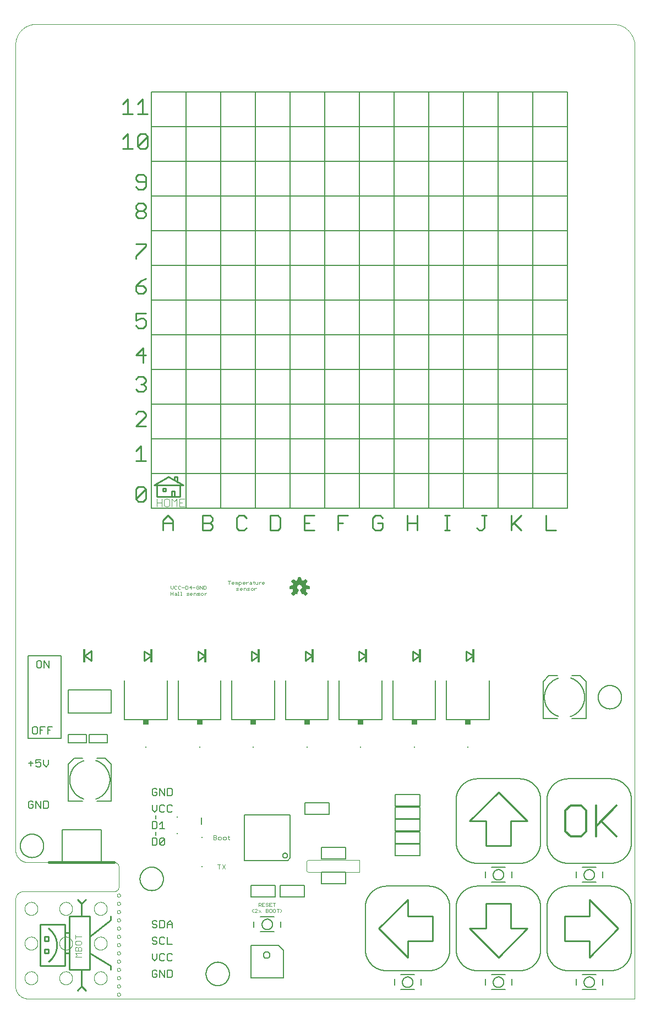
<source format=gto>
G75*
%MOIN*%
%OFA0B0*%
%FSLAX25Y25*%
%IPPOS*%
%LPD*%
%AMOC8*
5,1,8,0,0,1.08239X$1,22.5*
%
%ADD10C,0.00000*%
%ADD11C,0.00700*%
%ADD12C,0.01000*%
%ADD13C,0.00800*%
%ADD14C,0.00300*%
%ADD15C,0.00400*%
%ADD16C,0.01200*%
%ADD17R,0.03400X0.03000*%
%ADD18R,0.00787X0.00787*%
%ADD19R,0.01181X0.08268*%
%ADD20C,0.00591*%
%ADD21C,0.00500*%
%ADD22C,0.01600*%
%ADD23C,0.00600*%
%ADD24C,0.00394*%
%ADD25R,0.00984X0.00984*%
D10*
X0085095Y0043933D02*
X0085095Y0096433D01*
X0085097Y0096573D01*
X0085103Y0096713D01*
X0085113Y0096853D01*
X0085126Y0096993D01*
X0085144Y0097132D01*
X0085166Y0097271D01*
X0085191Y0097408D01*
X0085220Y0097546D01*
X0085253Y0097682D01*
X0085290Y0097817D01*
X0085331Y0097951D01*
X0085376Y0098084D01*
X0085424Y0098216D01*
X0085476Y0098346D01*
X0085531Y0098475D01*
X0085590Y0098602D01*
X0085653Y0098728D01*
X0085719Y0098852D01*
X0085788Y0098973D01*
X0085861Y0099093D01*
X0085938Y0099211D01*
X0086017Y0099326D01*
X0086100Y0099440D01*
X0086186Y0099550D01*
X0086275Y0099659D01*
X0086367Y0099765D01*
X0086462Y0099868D01*
X0086559Y0099969D01*
X0086660Y0100066D01*
X0086763Y0100161D01*
X0086869Y0100253D01*
X0086978Y0100342D01*
X0087088Y0100428D01*
X0087202Y0100511D01*
X0087317Y0100590D01*
X0087435Y0100667D01*
X0087555Y0100740D01*
X0087676Y0100809D01*
X0087800Y0100875D01*
X0087926Y0100938D01*
X0088053Y0100997D01*
X0088182Y0101052D01*
X0088312Y0101104D01*
X0088444Y0101152D01*
X0088577Y0101197D01*
X0088711Y0101238D01*
X0088846Y0101275D01*
X0088982Y0101308D01*
X0089120Y0101337D01*
X0089257Y0101362D01*
X0089396Y0101384D01*
X0089535Y0101402D01*
X0089675Y0101415D01*
X0089815Y0101425D01*
X0089955Y0101431D01*
X0090095Y0101433D01*
X0145095Y0101433D01*
X0145193Y0101435D01*
X0145291Y0101441D01*
X0145389Y0101450D01*
X0145486Y0101464D01*
X0145583Y0101481D01*
X0145679Y0101502D01*
X0145774Y0101527D01*
X0145868Y0101555D01*
X0145960Y0101588D01*
X0146052Y0101623D01*
X0146142Y0101663D01*
X0146230Y0101705D01*
X0146317Y0101752D01*
X0146401Y0101801D01*
X0146484Y0101854D01*
X0146564Y0101910D01*
X0146643Y0101970D01*
X0146719Y0102032D01*
X0146792Y0102097D01*
X0146863Y0102165D01*
X0146931Y0102236D01*
X0146996Y0102309D01*
X0147058Y0102385D01*
X0147118Y0102464D01*
X0147174Y0102544D01*
X0147227Y0102627D01*
X0147276Y0102711D01*
X0147323Y0102798D01*
X0147365Y0102886D01*
X0147405Y0102976D01*
X0147440Y0103068D01*
X0147473Y0103160D01*
X0147501Y0103254D01*
X0147526Y0103349D01*
X0147547Y0103445D01*
X0147564Y0103542D01*
X0147578Y0103639D01*
X0147587Y0103737D01*
X0147593Y0103835D01*
X0147595Y0103933D01*
X0147595Y0116433D01*
X0147593Y0116531D01*
X0147587Y0116629D01*
X0147578Y0116727D01*
X0147564Y0116824D01*
X0147547Y0116921D01*
X0147526Y0117017D01*
X0147501Y0117112D01*
X0147473Y0117206D01*
X0147440Y0117298D01*
X0147405Y0117390D01*
X0147365Y0117480D01*
X0147323Y0117568D01*
X0147276Y0117655D01*
X0147227Y0117739D01*
X0147174Y0117822D01*
X0147118Y0117902D01*
X0147058Y0117981D01*
X0146996Y0118057D01*
X0146931Y0118130D01*
X0146863Y0118201D01*
X0146792Y0118269D01*
X0146719Y0118334D01*
X0146643Y0118396D01*
X0146564Y0118456D01*
X0146484Y0118512D01*
X0146401Y0118565D01*
X0146317Y0118614D01*
X0146230Y0118661D01*
X0146142Y0118703D01*
X0146052Y0118743D01*
X0145960Y0118778D01*
X0145868Y0118811D01*
X0145774Y0118839D01*
X0145679Y0118864D01*
X0145583Y0118885D01*
X0145486Y0118902D01*
X0145389Y0118916D01*
X0145291Y0118925D01*
X0145193Y0118931D01*
X0145095Y0118933D01*
X0092595Y0118933D01*
X0092414Y0118935D01*
X0092233Y0118942D01*
X0092052Y0118953D01*
X0091871Y0118968D01*
X0091691Y0118988D01*
X0091511Y0119012D01*
X0091332Y0119040D01*
X0091154Y0119073D01*
X0090977Y0119110D01*
X0090800Y0119151D01*
X0090625Y0119196D01*
X0090450Y0119246D01*
X0090277Y0119300D01*
X0090106Y0119358D01*
X0089935Y0119420D01*
X0089767Y0119487D01*
X0089600Y0119557D01*
X0089434Y0119631D01*
X0089271Y0119710D01*
X0089110Y0119792D01*
X0088950Y0119878D01*
X0088793Y0119968D01*
X0088638Y0120062D01*
X0088485Y0120159D01*
X0088335Y0120261D01*
X0088187Y0120365D01*
X0088041Y0120474D01*
X0087899Y0120585D01*
X0087759Y0120701D01*
X0087622Y0120819D01*
X0087487Y0120941D01*
X0087356Y0121066D01*
X0087228Y0121194D01*
X0087103Y0121325D01*
X0086981Y0121460D01*
X0086863Y0121597D01*
X0086747Y0121737D01*
X0086636Y0121879D01*
X0086527Y0122025D01*
X0086423Y0122173D01*
X0086321Y0122323D01*
X0086224Y0122476D01*
X0086130Y0122631D01*
X0086040Y0122788D01*
X0085954Y0122948D01*
X0085872Y0123109D01*
X0085793Y0123272D01*
X0085719Y0123438D01*
X0085649Y0123605D01*
X0085582Y0123773D01*
X0085520Y0123944D01*
X0085462Y0124115D01*
X0085408Y0124288D01*
X0085358Y0124463D01*
X0085313Y0124638D01*
X0085272Y0124815D01*
X0085235Y0124992D01*
X0085202Y0125170D01*
X0085174Y0125349D01*
X0085150Y0125529D01*
X0085130Y0125709D01*
X0085115Y0125890D01*
X0085104Y0126071D01*
X0085097Y0126252D01*
X0085095Y0126433D01*
X0085095Y0613933D01*
X0085099Y0614235D01*
X0085110Y0614537D01*
X0085128Y0614838D01*
X0085153Y0615139D01*
X0085186Y0615440D01*
X0085226Y0615739D01*
X0085273Y0616037D01*
X0085328Y0616335D01*
X0085389Y0616630D01*
X0085458Y0616924D01*
X0085534Y0617217D01*
X0085617Y0617507D01*
X0085707Y0617796D01*
X0085804Y0618082D01*
X0085907Y0618366D01*
X0086018Y0618647D01*
X0086135Y0618925D01*
X0086259Y0619201D01*
X0086390Y0619473D01*
X0086527Y0619742D01*
X0086670Y0620008D01*
X0086820Y0620270D01*
X0086977Y0620529D01*
X0087139Y0620783D01*
X0087308Y0621034D01*
X0087482Y0621280D01*
X0087663Y0621523D01*
X0087849Y0621760D01*
X0088041Y0621994D01*
X0088239Y0622222D01*
X0088442Y0622446D01*
X0088650Y0622664D01*
X0088864Y0622878D01*
X0089082Y0623086D01*
X0089306Y0623289D01*
X0089534Y0623487D01*
X0089768Y0623679D01*
X0090005Y0623865D01*
X0090248Y0624046D01*
X0090494Y0624220D01*
X0090745Y0624389D01*
X0090999Y0624551D01*
X0091258Y0624708D01*
X0091520Y0624858D01*
X0091786Y0625001D01*
X0092055Y0625138D01*
X0092327Y0625269D01*
X0092603Y0625393D01*
X0092881Y0625510D01*
X0093162Y0625621D01*
X0093446Y0625724D01*
X0093732Y0625821D01*
X0094021Y0625911D01*
X0094311Y0625994D01*
X0094604Y0626070D01*
X0094898Y0626139D01*
X0095193Y0626200D01*
X0095491Y0626255D01*
X0095789Y0626302D01*
X0096088Y0626342D01*
X0096389Y0626375D01*
X0096690Y0626400D01*
X0096991Y0626418D01*
X0097293Y0626429D01*
X0097595Y0626433D01*
X0447595Y0626433D01*
X0447917Y0626410D01*
X0448237Y0626380D01*
X0448557Y0626341D01*
X0448876Y0626295D01*
X0449194Y0626241D01*
X0449510Y0626180D01*
X0449825Y0626111D01*
X0450138Y0626034D01*
X0450449Y0625950D01*
X0450758Y0625858D01*
X0451064Y0625759D01*
X0451369Y0625652D01*
X0451670Y0625538D01*
X0451969Y0625417D01*
X0452264Y0625288D01*
X0452556Y0625153D01*
X0452845Y0625010D01*
X0453131Y0624861D01*
X0453413Y0624704D01*
X0453690Y0624541D01*
X0453964Y0624371D01*
X0454234Y0624195D01*
X0454499Y0624012D01*
X0454760Y0623823D01*
X0455016Y0623627D01*
X0455267Y0623425D01*
X0455514Y0623218D01*
X0455755Y0623004D01*
X0455991Y0622784D01*
X0456221Y0622559D01*
X0456446Y0622329D01*
X0456666Y0622093D01*
X0456880Y0621852D01*
X0457087Y0621605D01*
X0457289Y0621354D01*
X0457485Y0621098D01*
X0457674Y0620837D01*
X0457857Y0620572D01*
X0458033Y0620302D01*
X0458203Y0620028D01*
X0458366Y0619751D01*
X0458523Y0619469D01*
X0458672Y0619183D01*
X0458815Y0618894D01*
X0458950Y0618602D01*
X0459079Y0618307D01*
X0459200Y0618008D01*
X0459314Y0617707D01*
X0459421Y0617402D01*
X0459520Y0617096D01*
X0459612Y0616787D01*
X0459696Y0616476D01*
X0459773Y0616163D01*
X0459842Y0615848D01*
X0459903Y0615532D01*
X0459957Y0615214D01*
X0460003Y0614895D01*
X0460042Y0614575D01*
X0460072Y0614255D01*
X0460095Y0613933D01*
X0460095Y0036433D01*
X0092595Y0036433D01*
X0092414Y0036435D01*
X0092233Y0036442D01*
X0092052Y0036453D01*
X0091871Y0036468D01*
X0091691Y0036488D01*
X0091511Y0036512D01*
X0091332Y0036540D01*
X0091154Y0036573D01*
X0090977Y0036610D01*
X0090800Y0036651D01*
X0090625Y0036696D01*
X0090450Y0036746D01*
X0090277Y0036800D01*
X0090106Y0036858D01*
X0089935Y0036920D01*
X0089767Y0036987D01*
X0089600Y0037057D01*
X0089434Y0037131D01*
X0089271Y0037210D01*
X0089110Y0037292D01*
X0088950Y0037378D01*
X0088793Y0037468D01*
X0088638Y0037562D01*
X0088485Y0037659D01*
X0088335Y0037761D01*
X0088187Y0037865D01*
X0088041Y0037974D01*
X0087899Y0038085D01*
X0087759Y0038201D01*
X0087622Y0038319D01*
X0087487Y0038441D01*
X0087356Y0038566D01*
X0087228Y0038694D01*
X0087103Y0038825D01*
X0086981Y0038960D01*
X0086863Y0039097D01*
X0086747Y0039237D01*
X0086636Y0039379D01*
X0086527Y0039525D01*
X0086423Y0039673D01*
X0086321Y0039823D01*
X0086224Y0039976D01*
X0086130Y0040131D01*
X0086040Y0040288D01*
X0085954Y0040448D01*
X0085872Y0040609D01*
X0085793Y0040772D01*
X0085719Y0040938D01*
X0085649Y0041105D01*
X0085582Y0041273D01*
X0085520Y0041444D01*
X0085462Y0041615D01*
X0085408Y0041788D01*
X0085358Y0041963D01*
X0085313Y0042138D01*
X0085272Y0042315D01*
X0085235Y0042492D01*
X0085202Y0042670D01*
X0085174Y0042849D01*
X0085150Y0043029D01*
X0085130Y0043209D01*
X0085115Y0043390D01*
X0085104Y0043571D01*
X0085097Y0043752D01*
X0085095Y0043933D01*
X0090658Y0048933D02*
X0090660Y0049058D01*
X0090666Y0049183D01*
X0090676Y0049307D01*
X0090690Y0049431D01*
X0090707Y0049555D01*
X0090729Y0049678D01*
X0090755Y0049800D01*
X0090784Y0049922D01*
X0090817Y0050042D01*
X0090855Y0050161D01*
X0090895Y0050280D01*
X0090940Y0050396D01*
X0090988Y0050511D01*
X0091040Y0050625D01*
X0091096Y0050737D01*
X0091155Y0050847D01*
X0091217Y0050955D01*
X0091283Y0051062D01*
X0091352Y0051166D01*
X0091425Y0051267D01*
X0091500Y0051367D01*
X0091579Y0051464D01*
X0091661Y0051558D01*
X0091746Y0051650D01*
X0091833Y0051739D01*
X0091924Y0051825D01*
X0092017Y0051908D01*
X0092113Y0051989D01*
X0092211Y0052066D01*
X0092311Y0052140D01*
X0092414Y0052211D01*
X0092519Y0052278D01*
X0092627Y0052343D01*
X0092736Y0052403D01*
X0092847Y0052461D01*
X0092960Y0052514D01*
X0093074Y0052564D01*
X0093190Y0052611D01*
X0093307Y0052653D01*
X0093426Y0052692D01*
X0093546Y0052728D01*
X0093667Y0052759D01*
X0093789Y0052787D01*
X0093911Y0052810D01*
X0094035Y0052830D01*
X0094159Y0052846D01*
X0094283Y0052858D01*
X0094408Y0052866D01*
X0094533Y0052870D01*
X0094657Y0052870D01*
X0094782Y0052866D01*
X0094907Y0052858D01*
X0095031Y0052846D01*
X0095155Y0052830D01*
X0095279Y0052810D01*
X0095401Y0052787D01*
X0095523Y0052759D01*
X0095644Y0052728D01*
X0095764Y0052692D01*
X0095883Y0052653D01*
X0096000Y0052611D01*
X0096116Y0052564D01*
X0096230Y0052514D01*
X0096343Y0052461D01*
X0096454Y0052403D01*
X0096564Y0052343D01*
X0096671Y0052278D01*
X0096776Y0052211D01*
X0096879Y0052140D01*
X0096979Y0052066D01*
X0097077Y0051989D01*
X0097173Y0051908D01*
X0097266Y0051825D01*
X0097357Y0051739D01*
X0097444Y0051650D01*
X0097529Y0051558D01*
X0097611Y0051464D01*
X0097690Y0051367D01*
X0097765Y0051267D01*
X0097838Y0051166D01*
X0097907Y0051062D01*
X0097973Y0050955D01*
X0098035Y0050847D01*
X0098094Y0050737D01*
X0098150Y0050625D01*
X0098202Y0050511D01*
X0098250Y0050396D01*
X0098295Y0050280D01*
X0098335Y0050161D01*
X0098373Y0050042D01*
X0098406Y0049922D01*
X0098435Y0049800D01*
X0098461Y0049678D01*
X0098483Y0049555D01*
X0098500Y0049431D01*
X0098514Y0049307D01*
X0098524Y0049183D01*
X0098530Y0049058D01*
X0098532Y0048933D01*
X0098530Y0048808D01*
X0098524Y0048683D01*
X0098514Y0048559D01*
X0098500Y0048435D01*
X0098483Y0048311D01*
X0098461Y0048188D01*
X0098435Y0048066D01*
X0098406Y0047944D01*
X0098373Y0047824D01*
X0098335Y0047705D01*
X0098295Y0047586D01*
X0098250Y0047470D01*
X0098202Y0047355D01*
X0098150Y0047241D01*
X0098094Y0047129D01*
X0098035Y0047019D01*
X0097973Y0046911D01*
X0097907Y0046804D01*
X0097838Y0046700D01*
X0097765Y0046599D01*
X0097690Y0046499D01*
X0097611Y0046402D01*
X0097529Y0046308D01*
X0097444Y0046216D01*
X0097357Y0046127D01*
X0097266Y0046041D01*
X0097173Y0045958D01*
X0097077Y0045877D01*
X0096979Y0045800D01*
X0096879Y0045726D01*
X0096776Y0045655D01*
X0096671Y0045588D01*
X0096563Y0045523D01*
X0096454Y0045463D01*
X0096343Y0045405D01*
X0096230Y0045352D01*
X0096116Y0045302D01*
X0096000Y0045255D01*
X0095883Y0045213D01*
X0095764Y0045174D01*
X0095644Y0045138D01*
X0095523Y0045107D01*
X0095401Y0045079D01*
X0095279Y0045056D01*
X0095155Y0045036D01*
X0095031Y0045020D01*
X0094907Y0045008D01*
X0094782Y0045000D01*
X0094657Y0044996D01*
X0094533Y0044996D01*
X0094408Y0045000D01*
X0094283Y0045008D01*
X0094159Y0045020D01*
X0094035Y0045036D01*
X0093911Y0045056D01*
X0093789Y0045079D01*
X0093667Y0045107D01*
X0093546Y0045138D01*
X0093426Y0045174D01*
X0093307Y0045213D01*
X0093190Y0045255D01*
X0093074Y0045302D01*
X0092960Y0045352D01*
X0092847Y0045405D01*
X0092736Y0045463D01*
X0092626Y0045523D01*
X0092519Y0045588D01*
X0092414Y0045655D01*
X0092311Y0045726D01*
X0092211Y0045800D01*
X0092113Y0045877D01*
X0092017Y0045958D01*
X0091924Y0046041D01*
X0091833Y0046127D01*
X0091746Y0046216D01*
X0091661Y0046308D01*
X0091579Y0046402D01*
X0091500Y0046499D01*
X0091425Y0046599D01*
X0091352Y0046700D01*
X0091283Y0046804D01*
X0091217Y0046911D01*
X0091155Y0047019D01*
X0091096Y0047129D01*
X0091040Y0047241D01*
X0090988Y0047355D01*
X0090940Y0047470D01*
X0090895Y0047586D01*
X0090855Y0047705D01*
X0090817Y0047824D01*
X0090784Y0047944D01*
X0090755Y0048066D01*
X0090729Y0048188D01*
X0090707Y0048311D01*
X0090690Y0048435D01*
X0090676Y0048559D01*
X0090666Y0048683D01*
X0090660Y0048808D01*
X0090658Y0048933D01*
X0090658Y0069933D02*
X0090660Y0070058D01*
X0090666Y0070183D01*
X0090676Y0070307D01*
X0090690Y0070431D01*
X0090707Y0070555D01*
X0090729Y0070678D01*
X0090755Y0070800D01*
X0090784Y0070922D01*
X0090817Y0071042D01*
X0090855Y0071161D01*
X0090895Y0071280D01*
X0090940Y0071396D01*
X0090988Y0071511D01*
X0091040Y0071625D01*
X0091096Y0071737D01*
X0091155Y0071847D01*
X0091217Y0071955D01*
X0091283Y0072062D01*
X0091352Y0072166D01*
X0091425Y0072267D01*
X0091500Y0072367D01*
X0091579Y0072464D01*
X0091661Y0072558D01*
X0091746Y0072650D01*
X0091833Y0072739D01*
X0091924Y0072825D01*
X0092017Y0072908D01*
X0092113Y0072989D01*
X0092211Y0073066D01*
X0092311Y0073140D01*
X0092414Y0073211D01*
X0092519Y0073278D01*
X0092627Y0073343D01*
X0092736Y0073403D01*
X0092847Y0073461D01*
X0092960Y0073514D01*
X0093074Y0073564D01*
X0093190Y0073611D01*
X0093307Y0073653D01*
X0093426Y0073692D01*
X0093546Y0073728D01*
X0093667Y0073759D01*
X0093789Y0073787D01*
X0093911Y0073810D01*
X0094035Y0073830D01*
X0094159Y0073846D01*
X0094283Y0073858D01*
X0094408Y0073866D01*
X0094533Y0073870D01*
X0094657Y0073870D01*
X0094782Y0073866D01*
X0094907Y0073858D01*
X0095031Y0073846D01*
X0095155Y0073830D01*
X0095279Y0073810D01*
X0095401Y0073787D01*
X0095523Y0073759D01*
X0095644Y0073728D01*
X0095764Y0073692D01*
X0095883Y0073653D01*
X0096000Y0073611D01*
X0096116Y0073564D01*
X0096230Y0073514D01*
X0096343Y0073461D01*
X0096454Y0073403D01*
X0096564Y0073343D01*
X0096671Y0073278D01*
X0096776Y0073211D01*
X0096879Y0073140D01*
X0096979Y0073066D01*
X0097077Y0072989D01*
X0097173Y0072908D01*
X0097266Y0072825D01*
X0097357Y0072739D01*
X0097444Y0072650D01*
X0097529Y0072558D01*
X0097611Y0072464D01*
X0097690Y0072367D01*
X0097765Y0072267D01*
X0097838Y0072166D01*
X0097907Y0072062D01*
X0097973Y0071955D01*
X0098035Y0071847D01*
X0098094Y0071737D01*
X0098150Y0071625D01*
X0098202Y0071511D01*
X0098250Y0071396D01*
X0098295Y0071280D01*
X0098335Y0071161D01*
X0098373Y0071042D01*
X0098406Y0070922D01*
X0098435Y0070800D01*
X0098461Y0070678D01*
X0098483Y0070555D01*
X0098500Y0070431D01*
X0098514Y0070307D01*
X0098524Y0070183D01*
X0098530Y0070058D01*
X0098532Y0069933D01*
X0098530Y0069808D01*
X0098524Y0069683D01*
X0098514Y0069559D01*
X0098500Y0069435D01*
X0098483Y0069311D01*
X0098461Y0069188D01*
X0098435Y0069066D01*
X0098406Y0068944D01*
X0098373Y0068824D01*
X0098335Y0068705D01*
X0098295Y0068586D01*
X0098250Y0068470D01*
X0098202Y0068355D01*
X0098150Y0068241D01*
X0098094Y0068129D01*
X0098035Y0068019D01*
X0097973Y0067911D01*
X0097907Y0067804D01*
X0097838Y0067700D01*
X0097765Y0067599D01*
X0097690Y0067499D01*
X0097611Y0067402D01*
X0097529Y0067308D01*
X0097444Y0067216D01*
X0097357Y0067127D01*
X0097266Y0067041D01*
X0097173Y0066958D01*
X0097077Y0066877D01*
X0096979Y0066800D01*
X0096879Y0066726D01*
X0096776Y0066655D01*
X0096671Y0066588D01*
X0096563Y0066523D01*
X0096454Y0066463D01*
X0096343Y0066405D01*
X0096230Y0066352D01*
X0096116Y0066302D01*
X0096000Y0066255D01*
X0095883Y0066213D01*
X0095764Y0066174D01*
X0095644Y0066138D01*
X0095523Y0066107D01*
X0095401Y0066079D01*
X0095279Y0066056D01*
X0095155Y0066036D01*
X0095031Y0066020D01*
X0094907Y0066008D01*
X0094782Y0066000D01*
X0094657Y0065996D01*
X0094533Y0065996D01*
X0094408Y0066000D01*
X0094283Y0066008D01*
X0094159Y0066020D01*
X0094035Y0066036D01*
X0093911Y0066056D01*
X0093789Y0066079D01*
X0093667Y0066107D01*
X0093546Y0066138D01*
X0093426Y0066174D01*
X0093307Y0066213D01*
X0093190Y0066255D01*
X0093074Y0066302D01*
X0092960Y0066352D01*
X0092847Y0066405D01*
X0092736Y0066463D01*
X0092626Y0066523D01*
X0092519Y0066588D01*
X0092414Y0066655D01*
X0092311Y0066726D01*
X0092211Y0066800D01*
X0092113Y0066877D01*
X0092017Y0066958D01*
X0091924Y0067041D01*
X0091833Y0067127D01*
X0091746Y0067216D01*
X0091661Y0067308D01*
X0091579Y0067402D01*
X0091500Y0067499D01*
X0091425Y0067599D01*
X0091352Y0067700D01*
X0091283Y0067804D01*
X0091217Y0067911D01*
X0091155Y0068019D01*
X0091096Y0068129D01*
X0091040Y0068241D01*
X0090988Y0068355D01*
X0090940Y0068470D01*
X0090895Y0068586D01*
X0090855Y0068705D01*
X0090817Y0068824D01*
X0090784Y0068944D01*
X0090755Y0069066D01*
X0090729Y0069188D01*
X0090707Y0069311D01*
X0090690Y0069435D01*
X0090676Y0069559D01*
X0090666Y0069683D01*
X0090660Y0069808D01*
X0090658Y0069933D01*
X0090658Y0090933D02*
X0090660Y0091058D01*
X0090666Y0091183D01*
X0090676Y0091307D01*
X0090690Y0091431D01*
X0090707Y0091555D01*
X0090729Y0091678D01*
X0090755Y0091800D01*
X0090784Y0091922D01*
X0090817Y0092042D01*
X0090855Y0092161D01*
X0090895Y0092280D01*
X0090940Y0092396D01*
X0090988Y0092511D01*
X0091040Y0092625D01*
X0091096Y0092737D01*
X0091155Y0092847D01*
X0091217Y0092955D01*
X0091283Y0093062D01*
X0091352Y0093166D01*
X0091425Y0093267D01*
X0091500Y0093367D01*
X0091579Y0093464D01*
X0091661Y0093558D01*
X0091746Y0093650D01*
X0091833Y0093739D01*
X0091924Y0093825D01*
X0092017Y0093908D01*
X0092113Y0093989D01*
X0092211Y0094066D01*
X0092311Y0094140D01*
X0092414Y0094211D01*
X0092519Y0094278D01*
X0092627Y0094343D01*
X0092736Y0094403D01*
X0092847Y0094461D01*
X0092960Y0094514D01*
X0093074Y0094564D01*
X0093190Y0094611D01*
X0093307Y0094653D01*
X0093426Y0094692D01*
X0093546Y0094728D01*
X0093667Y0094759D01*
X0093789Y0094787D01*
X0093911Y0094810D01*
X0094035Y0094830D01*
X0094159Y0094846D01*
X0094283Y0094858D01*
X0094408Y0094866D01*
X0094533Y0094870D01*
X0094657Y0094870D01*
X0094782Y0094866D01*
X0094907Y0094858D01*
X0095031Y0094846D01*
X0095155Y0094830D01*
X0095279Y0094810D01*
X0095401Y0094787D01*
X0095523Y0094759D01*
X0095644Y0094728D01*
X0095764Y0094692D01*
X0095883Y0094653D01*
X0096000Y0094611D01*
X0096116Y0094564D01*
X0096230Y0094514D01*
X0096343Y0094461D01*
X0096454Y0094403D01*
X0096564Y0094343D01*
X0096671Y0094278D01*
X0096776Y0094211D01*
X0096879Y0094140D01*
X0096979Y0094066D01*
X0097077Y0093989D01*
X0097173Y0093908D01*
X0097266Y0093825D01*
X0097357Y0093739D01*
X0097444Y0093650D01*
X0097529Y0093558D01*
X0097611Y0093464D01*
X0097690Y0093367D01*
X0097765Y0093267D01*
X0097838Y0093166D01*
X0097907Y0093062D01*
X0097973Y0092955D01*
X0098035Y0092847D01*
X0098094Y0092737D01*
X0098150Y0092625D01*
X0098202Y0092511D01*
X0098250Y0092396D01*
X0098295Y0092280D01*
X0098335Y0092161D01*
X0098373Y0092042D01*
X0098406Y0091922D01*
X0098435Y0091800D01*
X0098461Y0091678D01*
X0098483Y0091555D01*
X0098500Y0091431D01*
X0098514Y0091307D01*
X0098524Y0091183D01*
X0098530Y0091058D01*
X0098532Y0090933D01*
X0098530Y0090808D01*
X0098524Y0090683D01*
X0098514Y0090559D01*
X0098500Y0090435D01*
X0098483Y0090311D01*
X0098461Y0090188D01*
X0098435Y0090066D01*
X0098406Y0089944D01*
X0098373Y0089824D01*
X0098335Y0089705D01*
X0098295Y0089586D01*
X0098250Y0089470D01*
X0098202Y0089355D01*
X0098150Y0089241D01*
X0098094Y0089129D01*
X0098035Y0089019D01*
X0097973Y0088911D01*
X0097907Y0088804D01*
X0097838Y0088700D01*
X0097765Y0088599D01*
X0097690Y0088499D01*
X0097611Y0088402D01*
X0097529Y0088308D01*
X0097444Y0088216D01*
X0097357Y0088127D01*
X0097266Y0088041D01*
X0097173Y0087958D01*
X0097077Y0087877D01*
X0096979Y0087800D01*
X0096879Y0087726D01*
X0096776Y0087655D01*
X0096671Y0087588D01*
X0096563Y0087523D01*
X0096454Y0087463D01*
X0096343Y0087405D01*
X0096230Y0087352D01*
X0096116Y0087302D01*
X0096000Y0087255D01*
X0095883Y0087213D01*
X0095764Y0087174D01*
X0095644Y0087138D01*
X0095523Y0087107D01*
X0095401Y0087079D01*
X0095279Y0087056D01*
X0095155Y0087036D01*
X0095031Y0087020D01*
X0094907Y0087008D01*
X0094782Y0087000D01*
X0094657Y0086996D01*
X0094533Y0086996D01*
X0094408Y0087000D01*
X0094283Y0087008D01*
X0094159Y0087020D01*
X0094035Y0087036D01*
X0093911Y0087056D01*
X0093789Y0087079D01*
X0093667Y0087107D01*
X0093546Y0087138D01*
X0093426Y0087174D01*
X0093307Y0087213D01*
X0093190Y0087255D01*
X0093074Y0087302D01*
X0092960Y0087352D01*
X0092847Y0087405D01*
X0092736Y0087463D01*
X0092626Y0087523D01*
X0092519Y0087588D01*
X0092414Y0087655D01*
X0092311Y0087726D01*
X0092211Y0087800D01*
X0092113Y0087877D01*
X0092017Y0087958D01*
X0091924Y0088041D01*
X0091833Y0088127D01*
X0091746Y0088216D01*
X0091661Y0088308D01*
X0091579Y0088402D01*
X0091500Y0088499D01*
X0091425Y0088599D01*
X0091352Y0088700D01*
X0091283Y0088804D01*
X0091217Y0088911D01*
X0091155Y0089019D01*
X0091096Y0089129D01*
X0091040Y0089241D01*
X0090988Y0089355D01*
X0090940Y0089470D01*
X0090895Y0089586D01*
X0090855Y0089705D01*
X0090817Y0089824D01*
X0090784Y0089944D01*
X0090755Y0090066D01*
X0090729Y0090188D01*
X0090707Y0090311D01*
X0090690Y0090435D01*
X0090676Y0090559D01*
X0090666Y0090683D01*
X0090660Y0090808D01*
X0090658Y0090933D01*
X0111658Y0090933D02*
X0111660Y0091058D01*
X0111666Y0091183D01*
X0111676Y0091307D01*
X0111690Y0091431D01*
X0111707Y0091555D01*
X0111729Y0091678D01*
X0111755Y0091800D01*
X0111784Y0091922D01*
X0111817Y0092042D01*
X0111855Y0092161D01*
X0111895Y0092280D01*
X0111940Y0092396D01*
X0111988Y0092511D01*
X0112040Y0092625D01*
X0112096Y0092737D01*
X0112155Y0092847D01*
X0112217Y0092955D01*
X0112283Y0093062D01*
X0112352Y0093166D01*
X0112425Y0093267D01*
X0112500Y0093367D01*
X0112579Y0093464D01*
X0112661Y0093558D01*
X0112746Y0093650D01*
X0112833Y0093739D01*
X0112924Y0093825D01*
X0113017Y0093908D01*
X0113113Y0093989D01*
X0113211Y0094066D01*
X0113311Y0094140D01*
X0113414Y0094211D01*
X0113519Y0094278D01*
X0113627Y0094343D01*
X0113736Y0094403D01*
X0113847Y0094461D01*
X0113960Y0094514D01*
X0114074Y0094564D01*
X0114190Y0094611D01*
X0114307Y0094653D01*
X0114426Y0094692D01*
X0114546Y0094728D01*
X0114667Y0094759D01*
X0114789Y0094787D01*
X0114911Y0094810D01*
X0115035Y0094830D01*
X0115159Y0094846D01*
X0115283Y0094858D01*
X0115408Y0094866D01*
X0115533Y0094870D01*
X0115657Y0094870D01*
X0115782Y0094866D01*
X0115907Y0094858D01*
X0116031Y0094846D01*
X0116155Y0094830D01*
X0116279Y0094810D01*
X0116401Y0094787D01*
X0116523Y0094759D01*
X0116644Y0094728D01*
X0116764Y0094692D01*
X0116883Y0094653D01*
X0117000Y0094611D01*
X0117116Y0094564D01*
X0117230Y0094514D01*
X0117343Y0094461D01*
X0117454Y0094403D01*
X0117564Y0094343D01*
X0117671Y0094278D01*
X0117776Y0094211D01*
X0117879Y0094140D01*
X0117979Y0094066D01*
X0118077Y0093989D01*
X0118173Y0093908D01*
X0118266Y0093825D01*
X0118357Y0093739D01*
X0118444Y0093650D01*
X0118529Y0093558D01*
X0118611Y0093464D01*
X0118690Y0093367D01*
X0118765Y0093267D01*
X0118838Y0093166D01*
X0118907Y0093062D01*
X0118973Y0092955D01*
X0119035Y0092847D01*
X0119094Y0092737D01*
X0119150Y0092625D01*
X0119202Y0092511D01*
X0119250Y0092396D01*
X0119295Y0092280D01*
X0119335Y0092161D01*
X0119373Y0092042D01*
X0119406Y0091922D01*
X0119435Y0091800D01*
X0119461Y0091678D01*
X0119483Y0091555D01*
X0119500Y0091431D01*
X0119514Y0091307D01*
X0119524Y0091183D01*
X0119530Y0091058D01*
X0119532Y0090933D01*
X0119530Y0090808D01*
X0119524Y0090683D01*
X0119514Y0090559D01*
X0119500Y0090435D01*
X0119483Y0090311D01*
X0119461Y0090188D01*
X0119435Y0090066D01*
X0119406Y0089944D01*
X0119373Y0089824D01*
X0119335Y0089705D01*
X0119295Y0089586D01*
X0119250Y0089470D01*
X0119202Y0089355D01*
X0119150Y0089241D01*
X0119094Y0089129D01*
X0119035Y0089019D01*
X0118973Y0088911D01*
X0118907Y0088804D01*
X0118838Y0088700D01*
X0118765Y0088599D01*
X0118690Y0088499D01*
X0118611Y0088402D01*
X0118529Y0088308D01*
X0118444Y0088216D01*
X0118357Y0088127D01*
X0118266Y0088041D01*
X0118173Y0087958D01*
X0118077Y0087877D01*
X0117979Y0087800D01*
X0117879Y0087726D01*
X0117776Y0087655D01*
X0117671Y0087588D01*
X0117563Y0087523D01*
X0117454Y0087463D01*
X0117343Y0087405D01*
X0117230Y0087352D01*
X0117116Y0087302D01*
X0117000Y0087255D01*
X0116883Y0087213D01*
X0116764Y0087174D01*
X0116644Y0087138D01*
X0116523Y0087107D01*
X0116401Y0087079D01*
X0116279Y0087056D01*
X0116155Y0087036D01*
X0116031Y0087020D01*
X0115907Y0087008D01*
X0115782Y0087000D01*
X0115657Y0086996D01*
X0115533Y0086996D01*
X0115408Y0087000D01*
X0115283Y0087008D01*
X0115159Y0087020D01*
X0115035Y0087036D01*
X0114911Y0087056D01*
X0114789Y0087079D01*
X0114667Y0087107D01*
X0114546Y0087138D01*
X0114426Y0087174D01*
X0114307Y0087213D01*
X0114190Y0087255D01*
X0114074Y0087302D01*
X0113960Y0087352D01*
X0113847Y0087405D01*
X0113736Y0087463D01*
X0113626Y0087523D01*
X0113519Y0087588D01*
X0113414Y0087655D01*
X0113311Y0087726D01*
X0113211Y0087800D01*
X0113113Y0087877D01*
X0113017Y0087958D01*
X0112924Y0088041D01*
X0112833Y0088127D01*
X0112746Y0088216D01*
X0112661Y0088308D01*
X0112579Y0088402D01*
X0112500Y0088499D01*
X0112425Y0088599D01*
X0112352Y0088700D01*
X0112283Y0088804D01*
X0112217Y0088911D01*
X0112155Y0089019D01*
X0112096Y0089129D01*
X0112040Y0089241D01*
X0111988Y0089355D01*
X0111940Y0089470D01*
X0111895Y0089586D01*
X0111855Y0089705D01*
X0111817Y0089824D01*
X0111784Y0089944D01*
X0111755Y0090066D01*
X0111729Y0090188D01*
X0111707Y0090311D01*
X0111690Y0090435D01*
X0111676Y0090559D01*
X0111666Y0090683D01*
X0111660Y0090808D01*
X0111658Y0090933D01*
X0111658Y0069933D02*
X0111660Y0070058D01*
X0111666Y0070183D01*
X0111676Y0070307D01*
X0111690Y0070431D01*
X0111707Y0070555D01*
X0111729Y0070678D01*
X0111755Y0070800D01*
X0111784Y0070922D01*
X0111817Y0071042D01*
X0111855Y0071161D01*
X0111895Y0071280D01*
X0111940Y0071396D01*
X0111988Y0071511D01*
X0112040Y0071625D01*
X0112096Y0071737D01*
X0112155Y0071847D01*
X0112217Y0071955D01*
X0112283Y0072062D01*
X0112352Y0072166D01*
X0112425Y0072267D01*
X0112500Y0072367D01*
X0112579Y0072464D01*
X0112661Y0072558D01*
X0112746Y0072650D01*
X0112833Y0072739D01*
X0112924Y0072825D01*
X0113017Y0072908D01*
X0113113Y0072989D01*
X0113211Y0073066D01*
X0113311Y0073140D01*
X0113414Y0073211D01*
X0113519Y0073278D01*
X0113627Y0073343D01*
X0113736Y0073403D01*
X0113847Y0073461D01*
X0113960Y0073514D01*
X0114074Y0073564D01*
X0114190Y0073611D01*
X0114307Y0073653D01*
X0114426Y0073692D01*
X0114546Y0073728D01*
X0114667Y0073759D01*
X0114789Y0073787D01*
X0114911Y0073810D01*
X0115035Y0073830D01*
X0115159Y0073846D01*
X0115283Y0073858D01*
X0115408Y0073866D01*
X0115533Y0073870D01*
X0115657Y0073870D01*
X0115782Y0073866D01*
X0115907Y0073858D01*
X0116031Y0073846D01*
X0116155Y0073830D01*
X0116279Y0073810D01*
X0116401Y0073787D01*
X0116523Y0073759D01*
X0116644Y0073728D01*
X0116764Y0073692D01*
X0116883Y0073653D01*
X0117000Y0073611D01*
X0117116Y0073564D01*
X0117230Y0073514D01*
X0117343Y0073461D01*
X0117454Y0073403D01*
X0117564Y0073343D01*
X0117671Y0073278D01*
X0117776Y0073211D01*
X0117879Y0073140D01*
X0117979Y0073066D01*
X0118077Y0072989D01*
X0118173Y0072908D01*
X0118266Y0072825D01*
X0118357Y0072739D01*
X0118444Y0072650D01*
X0118529Y0072558D01*
X0118611Y0072464D01*
X0118690Y0072367D01*
X0118765Y0072267D01*
X0118838Y0072166D01*
X0118907Y0072062D01*
X0118973Y0071955D01*
X0119035Y0071847D01*
X0119094Y0071737D01*
X0119150Y0071625D01*
X0119202Y0071511D01*
X0119250Y0071396D01*
X0119295Y0071280D01*
X0119335Y0071161D01*
X0119373Y0071042D01*
X0119406Y0070922D01*
X0119435Y0070800D01*
X0119461Y0070678D01*
X0119483Y0070555D01*
X0119500Y0070431D01*
X0119514Y0070307D01*
X0119524Y0070183D01*
X0119530Y0070058D01*
X0119532Y0069933D01*
X0119530Y0069808D01*
X0119524Y0069683D01*
X0119514Y0069559D01*
X0119500Y0069435D01*
X0119483Y0069311D01*
X0119461Y0069188D01*
X0119435Y0069066D01*
X0119406Y0068944D01*
X0119373Y0068824D01*
X0119335Y0068705D01*
X0119295Y0068586D01*
X0119250Y0068470D01*
X0119202Y0068355D01*
X0119150Y0068241D01*
X0119094Y0068129D01*
X0119035Y0068019D01*
X0118973Y0067911D01*
X0118907Y0067804D01*
X0118838Y0067700D01*
X0118765Y0067599D01*
X0118690Y0067499D01*
X0118611Y0067402D01*
X0118529Y0067308D01*
X0118444Y0067216D01*
X0118357Y0067127D01*
X0118266Y0067041D01*
X0118173Y0066958D01*
X0118077Y0066877D01*
X0117979Y0066800D01*
X0117879Y0066726D01*
X0117776Y0066655D01*
X0117671Y0066588D01*
X0117563Y0066523D01*
X0117454Y0066463D01*
X0117343Y0066405D01*
X0117230Y0066352D01*
X0117116Y0066302D01*
X0117000Y0066255D01*
X0116883Y0066213D01*
X0116764Y0066174D01*
X0116644Y0066138D01*
X0116523Y0066107D01*
X0116401Y0066079D01*
X0116279Y0066056D01*
X0116155Y0066036D01*
X0116031Y0066020D01*
X0115907Y0066008D01*
X0115782Y0066000D01*
X0115657Y0065996D01*
X0115533Y0065996D01*
X0115408Y0066000D01*
X0115283Y0066008D01*
X0115159Y0066020D01*
X0115035Y0066036D01*
X0114911Y0066056D01*
X0114789Y0066079D01*
X0114667Y0066107D01*
X0114546Y0066138D01*
X0114426Y0066174D01*
X0114307Y0066213D01*
X0114190Y0066255D01*
X0114074Y0066302D01*
X0113960Y0066352D01*
X0113847Y0066405D01*
X0113736Y0066463D01*
X0113626Y0066523D01*
X0113519Y0066588D01*
X0113414Y0066655D01*
X0113311Y0066726D01*
X0113211Y0066800D01*
X0113113Y0066877D01*
X0113017Y0066958D01*
X0112924Y0067041D01*
X0112833Y0067127D01*
X0112746Y0067216D01*
X0112661Y0067308D01*
X0112579Y0067402D01*
X0112500Y0067499D01*
X0112425Y0067599D01*
X0112352Y0067700D01*
X0112283Y0067804D01*
X0112217Y0067911D01*
X0112155Y0068019D01*
X0112096Y0068129D01*
X0112040Y0068241D01*
X0111988Y0068355D01*
X0111940Y0068470D01*
X0111895Y0068586D01*
X0111855Y0068705D01*
X0111817Y0068824D01*
X0111784Y0068944D01*
X0111755Y0069066D01*
X0111729Y0069188D01*
X0111707Y0069311D01*
X0111690Y0069435D01*
X0111676Y0069559D01*
X0111666Y0069683D01*
X0111660Y0069808D01*
X0111658Y0069933D01*
X0111658Y0048933D02*
X0111660Y0049058D01*
X0111666Y0049183D01*
X0111676Y0049307D01*
X0111690Y0049431D01*
X0111707Y0049555D01*
X0111729Y0049678D01*
X0111755Y0049800D01*
X0111784Y0049922D01*
X0111817Y0050042D01*
X0111855Y0050161D01*
X0111895Y0050280D01*
X0111940Y0050396D01*
X0111988Y0050511D01*
X0112040Y0050625D01*
X0112096Y0050737D01*
X0112155Y0050847D01*
X0112217Y0050955D01*
X0112283Y0051062D01*
X0112352Y0051166D01*
X0112425Y0051267D01*
X0112500Y0051367D01*
X0112579Y0051464D01*
X0112661Y0051558D01*
X0112746Y0051650D01*
X0112833Y0051739D01*
X0112924Y0051825D01*
X0113017Y0051908D01*
X0113113Y0051989D01*
X0113211Y0052066D01*
X0113311Y0052140D01*
X0113414Y0052211D01*
X0113519Y0052278D01*
X0113627Y0052343D01*
X0113736Y0052403D01*
X0113847Y0052461D01*
X0113960Y0052514D01*
X0114074Y0052564D01*
X0114190Y0052611D01*
X0114307Y0052653D01*
X0114426Y0052692D01*
X0114546Y0052728D01*
X0114667Y0052759D01*
X0114789Y0052787D01*
X0114911Y0052810D01*
X0115035Y0052830D01*
X0115159Y0052846D01*
X0115283Y0052858D01*
X0115408Y0052866D01*
X0115533Y0052870D01*
X0115657Y0052870D01*
X0115782Y0052866D01*
X0115907Y0052858D01*
X0116031Y0052846D01*
X0116155Y0052830D01*
X0116279Y0052810D01*
X0116401Y0052787D01*
X0116523Y0052759D01*
X0116644Y0052728D01*
X0116764Y0052692D01*
X0116883Y0052653D01*
X0117000Y0052611D01*
X0117116Y0052564D01*
X0117230Y0052514D01*
X0117343Y0052461D01*
X0117454Y0052403D01*
X0117564Y0052343D01*
X0117671Y0052278D01*
X0117776Y0052211D01*
X0117879Y0052140D01*
X0117979Y0052066D01*
X0118077Y0051989D01*
X0118173Y0051908D01*
X0118266Y0051825D01*
X0118357Y0051739D01*
X0118444Y0051650D01*
X0118529Y0051558D01*
X0118611Y0051464D01*
X0118690Y0051367D01*
X0118765Y0051267D01*
X0118838Y0051166D01*
X0118907Y0051062D01*
X0118973Y0050955D01*
X0119035Y0050847D01*
X0119094Y0050737D01*
X0119150Y0050625D01*
X0119202Y0050511D01*
X0119250Y0050396D01*
X0119295Y0050280D01*
X0119335Y0050161D01*
X0119373Y0050042D01*
X0119406Y0049922D01*
X0119435Y0049800D01*
X0119461Y0049678D01*
X0119483Y0049555D01*
X0119500Y0049431D01*
X0119514Y0049307D01*
X0119524Y0049183D01*
X0119530Y0049058D01*
X0119532Y0048933D01*
X0119530Y0048808D01*
X0119524Y0048683D01*
X0119514Y0048559D01*
X0119500Y0048435D01*
X0119483Y0048311D01*
X0119461Y0048188D01*
X0119435Y0048066D01*
X0119406Y0047944D01*
X0119373Y0047824D01*
X0119335Y0047705D01*
X0119295Y0047586D01*
X0119250Y0047470D01*
X0119202Y0047355D01*
X0119150Y0047241D01*
X0119094Y0047129D01*
X0119035Y0047019D01*
X0118973Y0046911D01*
X0118907Y0046804D01*
X0118838Y0046700D01*
X0118765Y0046599D01*
X0118690Y0046499D01*
X0118611Y0046402D01*
X0118529Y0046308D01*
X0118444Y0046216D01*
X0118357Y0046127D01*
X0118266Y0046041D01*
X0118173Y0045958D01*
X0118077Y0045877D01*
X0117979Y0045800D01*
X0117879Y0045726D01*
X0117776Y0045655D01*
X0117671Y0045588D01*
X0117563Y0045523D01*
X0117454Y0045463D01*
X0117343Y0045405D01*
X0117230Y0045352D01*
X0117116Y0045302D01*
X0117000Y0045255D01*
X0116883Y0045213D01*
X0116764Y0045174D01*
X0116644Y0045138D01*
X0116523Y0045107D01*
X0116401Y0045079D01*
X0116279Y0045056D01*
X0116155Y0045036D01*
X0116031Y0045020D01*
X0115907Y0045008D01*
X0115782Y0045000D01*
X0115657Y0044996D01*
X0115533Y0044996D01*
X0115408Y0045000D01*
X0115283Y0045008D01*
X0115159Y0045020D01*
X0115035Y0045036D01*
X0114911Y0045056D01*
X0114789Y0045079D01*
X0114667Y0045107D01*
X0114546Y0045138D01*
X0114426Y0045174D01*
X0114307Y0045213D01*
X0114190Y0045255D01*
X0114074Y0045302D01*
X0113960Y0045352D01*
X0113847Y0045405D01*
X0113736Y0045463D01*
X0113626Y0045523D01*
X0113519Y0045588D01*
X0113414Y0045655D01*
X0113311Y0045726D01*
X0113211Y0045800D01*
X0113113Y0045877D01*
X0113017Y0045958D01*
X0112924Y0046041D01*
X0112833Y0046127D01*
X0112746Y0046216D01*
X0112661Y0046308D01*
X0112579Y0046402D01*
X0112500Y0046499D01*
X0112425Y0046599D01*
X0112352Y0046700D01*
X0112283Y0046804D01*
X0112217Y0046911D01*
X0112155Y0047019D01*
X0112096Y0047129D01*
X0112040Y0047241D01*
X0111988Y0047355D01*
X0111940Y0047470D01*
X0111895Y0047586D01*
X0111855Y0047705D01*
X0111817Y0047824D01*
X0111784Y0047944D01*
X0111755Y0048066D01*
X0111729Y0048188D01*
X0111707Y0048311D01*
X0111690Y0048435D01*
X0111676Y0048559D01*
X0111666Y0048683D01*
X0111660Y0048808D01*
X0111658Y0048933D01*
X0132658Y0048933D02*
X0132660Y0049058D01*
X0132666Y0049183D01*
X0132676Y0049307D01*
X0132690Y0049431D01*
X0132707Y0049555D01*
X0132729Y0049678D01*
X0132755Y0049800D01*
X0132784Y0049922D01*
X0132817Y0050042D01*
X0132855Y0050161D01*
X0132895Y0050280D01*
X0132940Y0050396D01*
X0132988Y0050511D01*
X0133040Y0050625D01*
X0133096Y0050737D01*
X0133155Y0050847D01*
X0133217Y0050955D01*
X0133283Y0051062D01*
X0133352Y0051166D01*
X0133425Y0051267D01*
X0133500Y0051367D01*
X0133579Y0051464D01*
X0133661Y0051558D01*
X0133746Y0051650D01*
X0133833Y0051739D01*
X0133924Y0051825D01*
X0134017Y0051908D01*
X0134113Y0051989D01*
X0134211Y0052066D01*
X0134311Y0052140D01*
X0134414Y0052211D01*
X0134519Y0052278D01*
X0134627Y0052343D01*
X0134736Y0052403D01*
X0134847Y0052461D01*
X0134960Y0052514D01*
X0135074Y0052564D01*
X0135190Y0052611D01*
X0135307Y0052653D01*
X0135426Y0052692D01*
X0135546Y0052728D01*
X0135667Y0052759D01*
X0135789Y0052787D01*
X0135911Y0052810D01*
X0136035Y0052830D01*
X0136159Y0052846D01*
X0136283Y0052858D01*
X0136408Y0052866D01*
X0136533Y0052870D01*
X0136657Y0052870D01*
X0136782Y0052866D01*
X0136907Y0052858D01*
X0137031Y0052846D01*
X0137155Y0052830D01*
X0137279Y0052810D01*
X0137401Y0052787D01*
X0137523Y0052759D01*
X0137644Y0052728D01*
X0137764Y0052692D01*
X0137883Y0052653D01*
X0138000Y0052611D01*
X0138116Y0052564D01*
X0138230Y0052514D01*
X0138343Y0052461D01*
X0138454Y0052403D01*
X0138564Y0052343D01*
X0138671Y0052278D01*
X0138776Y0052211D01*
X0138879Y0052140D01*
X0138979Y0052066D01*
X0139077Y0051989D01*
X0139173Y0051908D01*
X0139266Y0051825D01*
X0139357Y0051739D01*
X0139444Y0051650D01*
X0139529Y0051558D01*
X0139611Y0051464D01*
X0139690Y0051367D01*
X0139765Y0051267D01*
X0139838Y0051166D01*
X0139907Y0051062D01*
X0139973Y0050955D01*
X0140035Y0050847D01*
X0140094Y0050737D01*
X0140150Y0050625D01*
X0140202Y0050511D01*
X0140250Y0050396D01*
X0140295Y0050280D01*
X0140335Y0050161D01*
X0140373Y0050042D01*
X0140406Y0049922D01*
X0140435Y0049800D01*
X0140461Y0049678D01*
X0140483Y0049555D01*
X0140500Y0049431D01*
X0140514Y0049307D01*
X0140524Y0049183D01*
X0140530Y0049058D01*
X0140532Y0048933D01*
X0140530Y0048808D01*
X0140524Y0048683D01*
X0140514Y0048559D01*
X0140500Y0048435D01*
X0140483Y0048311D01*
X0140461Y0048188D01*
X0140435Y0048066D01*
X0140406Y0047944D01*
X0140373Y0047824D01*
X0140335Y0047705D01*
X0140295Y0047586D01*
X0140250Y0047470D01*
X0140202Y0047355D01*
X0140150Y0047241D01*
X0140094Y0047129D01*
X0140035Y0047019D01*
X0139973Y0046911D01*
X0139907Y0046804D01*
X0139838Y0046700D01*
X0139765Y0046599D01*
X0139690Y0046499D01*
X0139611Y0046402D01*
X0139529Y0046308D01*
X0139444Y0046216D01*
X0139357Y0046127D01*
X0139266Y0046041D01*
X0139173Y0045958D01*
X0139077Y0045877D01*
X0138979Y0045800D01*
X0138879Y0045726D01*
X0138776Y0045655D01*
X0138671Y0045588D01*
X0138563Y0045523D01*
X0138454Y0045463D01*
X0138343Y0045405D01*
X0138230Y0045352D01*
X0138116Y0045302D01*
X0138000Y0045255D01*
X0137883Y0045213D01*
X0137764Y0045174D01*
X0137644Y0045138D01*
X0137523Y0045107D01*
X0137401Y0045079D01*
X0137279Y0045056D01*
X0137155Y0045036D01*
X0137031Y0045020D01*
X0136907Y0045008D01*
X0136782Y0045000D01*
X0136657Y0044996D01*
X0136533Y0044996D01*
X0136408Y0045000D01*
X0136283Y0045008D01*
X0136159Y0045020D01*
X0136035Y0045036D01*
X0135911Y0045056D01*
X0135789Y0045079D01*
X0135667Y0045107D01*
X0135546Y0045138D01*
X0135426Y0045174D01*
X0135307Y0045213D01*
X0135190Y0045255D01*
X0135074Y0045302D01*
X0134960Y0045352D01*
X0134847Y0045405D01*
X0134736Y0045463D01*
X0134626Y0045523D01*
X0134519Y0045588D01*
X0134414Y0045655D01*
X0134311Y0045726D01*
X0134211Y0045800D01*
X0134113Y0045877D01*
X0134017Y0045958D01*
X0133924Y0046041D01*
X0133833Y0046127D01*
X0133746Y0046216D01*
X0133661Y0046308D01*
X0133579Y0046402D01*
X0133500Y0046499D01*
X0133425Y0046599D01*
X0133352Y0046700D01*
X0133283Y0046804D01*
X0133217Y0046911D01*
X0133155Y0047019D01*
X0133096Y0047129D01*
X0133040Y0047241D01*
X0132988Y0047355D01*
X0132940Y0047470D01*
X0132895Y0047586D01*
X0132855Y0047705D01*
X0132817Y0047824D01*
X0132784Y0047944D01*
X0132755Y0048066D01*
X0132729Y0048188D01*
X0132707Y0048311D01*
X0132690Y0048435D01*
X0132676Y0048559D01*
X0132666Y0048683D01*
X0132660Y0048808D01*
X0132658Y0048933D01*
X0146611Y0048933D02*
X0146613Y0048995D01*
X0146619Y0049058D01*
X0146629Y0049119D01*
X0146643Y0049180D01*
X0146660Y0049240D01*
X0146681Y0049299D01*
X0146707Y0049356D01*
X0146735Y0049411D01*
X0146767Y0049465D01*
X0146803Y0049516D01*
X0146841Y0049566D01*
X0146883Y0049612D01*
X0146927Y0049656D01*
X0146975Y0049697D01*
X0147024Y0049735D01*
X0147076Y0049769D01*
X0147130Y0049800D01*
X0147186Y0049828D01*
X0147244Y0049852D01*
X0147303Y0049873D01*
X0147363Y0049889D01*
X0147424Y0049902D01*
X0147486Y0049911D01*
X0147548Y0049916D01*
X0147611Y0049917D01*
X0147673Y0049914D01*
X0147735Y0049907D01*
X0147797Y0049896D01*
X0147857Y0049881D01*
X0147917Y0049863D01*
X0147975Y0049841D01*
X0148032Y0049815D01*
X0148087Y0049785D01*
X0148140Y0049752D01*
X0148191Y0049716D01*
X0148239Y0049677D01*
X0148285Y0049634D01*
X0148328Y0049589D01*
X0148368Y0049541D01*
X0148405Y0049491D01*
X0148439Y0049438D01*
X0148470Y0049384D01*
X0148496Y0049328D01*
X0148520Y0049270D01*
X0148539Y0049210D01*
X0148555Y0049150D01*
X0148567Y0049088D01*
X0148575Y0049027D01*
X0148579Y0048964D01*
X0148579Y0048902D01*
X0148575Y0048839D01*
X0148567Y0048778D01*
X0148555Y0048716D01*
X0148539Y0048656D01*
X0148520Y0048596D01*
X0148496Y0048538D01*
X0148470Y0048482D01*
X0148439Y0048428D01*
X0148405Y0048375D01*
X0148368Y0048325D01*
X0148328Y0048277D01*
X0148285Y0048232D01*
X0148239Y0048189D01*
X0148191Y0048150D01*
X0148140Y0048114D01*
X0148087Y0048081D01*
X0148032Y0048051D01*
X0147975Y0048025D01*
X0147917Y0048003D01*
X0147857Y0047985D01*
X0147797Y0047970D01*
X0147735Y0047959D01*
X0147673Y0047952D01*
X0147611Y0047949D01*
X0147548Y0047950D01*
X0147486Y0047955D01*
X0147424Y0047964D01*
X0147363Y0047977D01*
X0147303Y0047993D01*
X0147244Y0048014D01*
X0147186Y0048038D01*
X0147130Y0048066D01*
X0147076Y0048097D01*
X0147024Y0048131D01*
X0146975Y0048169D01*
X0146927Y0048210D01*
X0146883Y0048254D01*
X0146841Y0048300D01*
X0146803Y0048350D01*
X0146767Y0048401D01*
X0146735Y0048455D01*
X0146707Y0048510D01*
X0146681Y0048567D01*
X0146660Y0048626D01*
X0146643Y0048686D01*
X0146629Y0048747D01*
X0146619Y0048808D01*
X0146613Y0048871D01*
X0146611Y0048933D01*
X0146611Y0043933D02*
X0146613Y0043995D01*
X0146619Y0044058D01*
X0146629Y0044119D01*
X0146643Y0044180D01*
X0146660Y0044240D01*
X0146681Y0044299D01*
X0146707Y0044356D01*
X0146735Y0044411D01*
X0146767Y0044465D01*
X0146803Y0044516D01*
X0146841Y0044566D01*
X0146883Y0044612D01*
X0146927Y0044656D01*
X0146975Y0044697D01*
X0147024Y0044735D01*
X0147076Y0044769D01*
X0147130Y0044800D01*
X0147186Y0044828D01*
X0147244Y0044852D01*
X0147303Y0044873D01*
X0147363Y0044889D01*
X0147424Y0044902D01*
X0147486Y0044911D01*
X0147548Y0044916D01*
X0147611Y0044917D01*
X0147673Y0044914D01*
X0147735Y0044907D01*
X0147797Y0044896D01*
X0147857Y0044881D01*
X0147917Y0044863D01*
X0147975Y0044841D01*
X0148032Y0044815D01*
X0148087Y0044785D01*
X0148140Y0044752D01*
X0148191Y0044716D01*
X0148239Y0044677D01*
X0148285Y0044634D01*
X0148328Y0044589D01*
X0148368Y0044541D01*
X0148405Y0044491D01*
X0148439Y0044438D01*
X0148470Y0044384D01*
X0148496Y0044328D01*
X0148520Y0044270D01*
X0148539Y0044210D01*
X0148555Y0044150D01*
X0148567Y0044088D01*
X0148575Y0044027D01*
X0148579Y0043964D01*
X0148579Y0043902D01*
X0148575Y0043839D01*
X0148567Y0043778D01*
X0148555Y0043716D01*
X0148539Y0043656D01*
X0148520Y0043596D01*
X0148496Y0043538D01*
X0148470Y0043482D01*
X0148439Y0043428D01*
X0148405Y0043375D01*
X0148368Y0043325D01*
X0148328Y0043277D01*
X0148285Y0043232D01*
X0148239Y0043189D01*
X0148191Y0043150D01*
X0148140Y0043114D01*
X0148087Y0043081D01*
X0148032Y0043051D01*
X0147975Y0043025D01*
X0147917Y0043003D01*
X0147857Y0042985D01*
X0147797Y0042970D01*
X0147735Y0042959D01*
X0147673Y0042952D01*
X0147611Y0042949D01*
X0147548Y0042950D01*
X0147486Y0042955D01*
X0147424Y0042964D01*
X0147363Y0042977D01*
X0147303Y0042993D01*
X0147244Y0043014D01*
X0147186Y0043038D01*
X0147130Y0043066D01*
X0147076Y0043097D01*
X0147024Y0043131D01*
X0146975Y0043169D01*
X0146927Y0043210D01*
X0146883Y0043254D01*
X0146841Y0043300D01*
X0146803Y0043350D01*
X0146767Y0043401D01*
X0146735Y0043455D01*
X0146707Y0043510D01*
X0146681Y0043567D01*
X0146660Y0043626D01*
X0146643Y0043686D01*
X0146629Y0043747D01*
X0146619Y0043808D01*
X0146613Y0043871D01*
X0146611Y0043933D01*
X0146611Y0038933D02*
X0146613Y0038995D01*
X0146619Y0039058D01*
X0146629Y0039119D01*
X0146643Y0039180D01*
X0146660Y0039240D01*
X0146681Y0039299D01*
X0146707Y0039356D01*
X0146735Y0039411D01*
X0146767Y0039465D01*
X0146803Y0039516D01*
X0146841Y0039566D01*
X0146883Y0039612D01*
X0146927Y0039656D01*
X0146975Y0039697D01*
X0147024Y0039735D01*
X0147076Y0039769D01*
X0147130Y0039800D01*
X0147186Y0039828D01*
X0147244Y0039852D01*
X0147303Y0039873D01*
X0147363Y0039889D01*
X0147424Y0039902D01*
X0147486Y0039911D01*
X0147548Y0039916D01*
X0147611Y0039917D01*
X0147673Y0039914D01*
X0147735Y0039907D01*
X0147797Y0039896D01*
X0147857Y0039881D01*
X0147917Y0039863D01*
X0147975Y0039841D01*
X0148032Y0039815D01*
X0148087Y0039785D01*
X0148140Y0039752D01*
X0148191Y0039716D01*
X0148239Y0039677D01*
X0148285Y0039634D01*
X0148328Y0039589D01*
X0148368Y0039541D01*
X0148405Y0039491D01*
X0148439Y0039438D01*
X0148470Y0039384D01*
X0148496Y0039328D01*
X0148520Y0039270D01*
X0148539Y0039210D01*
X0148555Y0039150D01*
X0148567Y0039088D01*
X0148575Y0039027D01*
X0148579Y0038964D01*
X0148579Y0038902D01*
X0148575Y0038839D01*
X0148567Y0038778D01*
X0148555Y0038716D01*
X0148539Y0038656D01*
X0148520Y0038596D01*
X0148496Y0038538D01*
X0148470Y0038482D01*
X0148439Y0038428D01*
X0148405Y0038375D01*
X0148368Y0038325D01*
X0148328Y0038277D01*
X0148285Y0038232D01*
X0148239Y0038189D01*
X0148191Y0038150D01*
X0148140Y0038114D01*
X0148087Y0038081D01*
X0148032Y0038051D01*
X0147975Y0038025D01*
X0147917Y0038003D01*
X0147857Y0037985D01*
X0147797Y0037970D01*
X0147735Y0037959D01*
X0147673Y0037952D01*
X0147611Y0037949D01*
X0147548Y0037950D01*
X0147486Y0037955D01*
X0147424Y0037964D01*
X0147363Y0037977D01*
X0147303Y0037993D01*
X0147244Y0038014D01*
X0147186Y0038038D01*
X0147130Y0038066D01*
X0147076Y0038097D01*
X0147024Y0038131D01*
X0146975Y0038169D01*
X0146927Y0038210D01*
X0146883Y0038254D01*
X0146841Y0038300D01*
X0146803Y0038350D01*
X0146767Y0038401D01*
X0146735Y0038455D01*
X0146707Y0038510D01*
X0146681Y0038567D01*
X0146660Y0038626D01*
X0146643Y0038686D01*
X0146629Y0038747D01*
X0146619Y0038808D01*
X0146613Y0038871D01*
X0146611Y0038933D01*
X0146611Y0053933D02*
X0146613Y0053995D01*
X0146619Y0054058D01*
X0146629Y0054119D01*
X0146643Y0054180D01*
X0146660Y0054240D01*
X0146681Y0054299D01*
X0146707Y0054356D01*
X0146735Y0054411D01*
X0146767Y0054465D01*
X0146803Y0054516D01*
X0146841Y0054566D01*
X0146883Y0054612D01*
X0146927Y0054656D01*
X0146975Y0054697D01*
X0147024Y0054735D01*
X0147076Y0054769D01*
X0147130Y0054800D01*
X0147186Y0054828D01*
X0147244Y0054852D01*
X0147303Y0054873D01*
X0147363Y0054889D01*
X0147424Y0054902D01*
X0147486Y0054911D01*
X0147548Y0054916D01*
X0147611Y0054917D01*
X0147673Y0054914D01*
X0147735Y0054907D01*
X0147797Y0054896D01*
X0147857Y0054881D01*
X0147917Y0054863D01*
X0147975Y0054841D01*
X0148032Y0054815D01*
X0148087Y0054785D01*
X0148140Y0054752D01*
X0148191Y0054716D01*
X0148239Y0054677D01*
X0148285Y0054634D01*
X0148328Y0054589D01*
X0148368Y0054541D01*
X0148405Y0054491D01*
X0148439Y0054438D01*
X0148470Y0054384D01*
X0148496Y0054328D01*
X0148520Y0054270D01*
X0148539Y0054210D01*
X0148555Y0054150D01*
X0148567Y0054088D01*
X0148575Y0054027D01*
X0148579Y0053964D01*
X0148579Y0053902D01*
X0148575Y0053839D01*
X0148567Y0053778D01*
X0148555Y0053716D01*
X0148539Y0053656D01*
X0148520Y0053596D01*
X0148496Y0053538D01*
X0148470Y0053482D01*
X0148439Y0053428D01*
X0148405Y0053375D01*
X0148368Y0053325D01*
X0148328Y0053277D01*
X0148285Y0053232D01*
X0148239Y0053189D01*
X0148191Y0053150D01*
X0148140Y0053114D01*
X0148087Y0053081D01*
X0148032Y0053051D01*
X0147975Y0053025D01*
X0147917Y0053003D01*
X0147857Y0052985D01*
X0147797Y0052970D01*
X0147735Y0052959D01*
X0147673Y0052952D01*
X0147611Y0052949D01*
X0147548Y0052950D01*
X0147486Y0052955D01*
X0147424Y0052964D01*
X0147363Y0052977D01*
X0147303Y0052993D01*
X0147244Y0053014D01*
X0147186Y0053038D01*
X0147130Y0053066D01*
X0147076Y0053097D01*
X0147024Y0053131D01*
X0146975Y0053169D01*
X0146927Y0053210D01*
X0146883Y0053254D01*
X0146841Y0053300D01*
X0146803Y0053350D01*
X0146767Y0053401D01*
X0146735Y0053455D01*
X0146707Y0053510D01*
X0146681Y0053567D01*
X0146660Y0053626D01*
X0146643Y0053686D01*
X0146629Y0053747D01*
X0146619Y0053808D01*
X0146613Y0053871D01*
X0146611Y0053933D01*
X0146611Y0058933D02*
X0146613Y0058995D01*
X0146619Y0059058D01*
X0146629Y0059119D01*
X0146643Y0059180D01*
X0146660Y0059240D01*
X0146681Y0059299D01*
X0146707Y0059356D01*
X0146735Y0059411D01*
X0146767Y0059465D01*
X0146803Y0059516D01*
X0146841Y0059566D01*
X0146883Y0059612D01*
X0146927Y0059656D01*
X0146975Y0059697D01*
X0147024Y0059735D01*
X0147076Y0059769D01*
X0147130Y0059800D01*
X0147186Y0059828D01*
X0147244Y0059852D01*
X0147303Y0059873D01*
X0147363Y0059889D01*
X0147424Y0059902D01*
X0147486Y0059911D01*
X0147548Y0059916D01*
X0147611Y0059917D01*
X0147673Y0059914D01*
X0147735Y0059907D01*
X0147797Y0059896D01*
X0147857Y0059881D01*
X0147917Y0059863D01*
X0147975Y0059841D01*
X0148032Y0059815D01*
X0148087Y0059785D01*
X0148140Y0059752D01*
X0148191Y0059716D01*
X0148239Y0059677D01*
X0148285Y0059634D01*
X0148328Y0059589D01*
X0148368Y0059541D01*
X0148405Y0059491D01*
X0148439Y0059438D01*
X0148470Y0059384D01*
X0148496Y0059328D01*
X0148520Y0059270D01*
X0148539Y0059210D01*
X0148555Y0059150D01*
X0148567Y0059088D01*
X0148575Y0059027D01*
X0148579Y0058964D01*
X0148579Y0058902D01*
X0148575Y0058839D01*
X0148567Y0058778D01*
X0148555Y0058716D01*
X0148539Y0058656D01*
X0148520Y0058596D01*
X0148496Y0058538D01*
X0148470Y0058482D01*
X0148439Y0058428D01*
X0148405Y0058375D01*
X0148368Y0058325D01*
X0148328Y0058277D01*
X0148285Y0058232D01*
X0148239Y0058189D01*
X0148191Y0058150D01*
X0148140Y0058114D01*
X0148087Y0058081D01*
X0148032Y0058051D01*
X0147975Y0058025D01*
X0147917Y0058003D01*
X0147857Y0057985D01*
X0147797Y0057970D01*
X0147735Y0057959D01*
X0147673Y0057952D01*
X0147611Y0057949D01*
X0147548Y0057950D01*
X0147486Y0057955D01*
X0147424Y0057964D01*
X0147363Y0057977D01*
X0147303Y0057993D01*
X0147244Y0058014D01*
X0147186Y0058038D01*
X0147130Y0058066D01*
X0147076Y0058097D01*
X0147024Y0058131D01*
X0146975Y0058169D01*
X0146927Y0058210D01*
X0146883Y0058254D01*
X0146841Y0058300D01*
X0146803Y0058350D01*
X0146767Y0058401D01*
X0146735Y0058455D01*
X0146707Y0058510D01*
X0146681Y0058567D01*
X0146660Y0058626D01*
X0146643Y0058686D01*
X0146629Y0058747D01*
X0146619Y0058808D01*
X0146613Y0058871D01*
X0146611Y0058933D01*
X0146611Y0063933D02*
X0146613Y0063995D01*
X0146619Y0064058D01*
X0146629Y0064119D01*
X0146643Y0064180D01*
X0146660Y0064240D01*
X0146681Y0064299D01*
X0146707Y0064356D01*
X0146735Y0064411D01*
X0146767Y0064465D01*
X0146803Y0064516D01*
X0146841Y0064566D01*
X0146883Y0064612D01*
X0146927Y0064656D01*
X0146975Y0064697D01*
X0147024Y0064735D01*
X0147076Y0064769D01*
X0147130Y0064800D01*
X0147186Y0064828D01*
X0147244Y0064852D01*
X0147303Y0064873D01*
X0147363Y0064889D01*
X0147424Y0064902D01*
X0147486Y0064911D01*
X0147548Y0064916D01*
X0147611Y0064917D01*
X0147673Y0064914D01*
X0147735Y0064907D01*
X0147797Y0064896D01*
X0147857Y0064881D01*
X0147917Y0064863D01*
X0147975Y0064841D01*
X0148032Y0064815D01*
X0148087Y0064785D01*
X0148140Y0064752D01*
X0148191Y0064716D01*
X0148239Y0064677D01*
X0148285Y0064634D01*
X0148328Y0064589D01*
X0148368Y0064541D01*
X0148405Y0064491D01*
X0148439Y0064438D01*
X0148470Y0064384D01*
X0148496Y0064328D01*
X0148520Y0064270D01*
X0148539Y0064210D01*
X0148555Y0064150D01*
X0148567Y0064088D01*
X0148575Y0064027D01*
X0148579Y0063964D01*
X0148579Y0063902D01*
X0148575Y0063839D01*
X0148567Y0063778D01*
X0148555Y0063716D01*
X0148539Y0063656D01*
X0148520Y0063596D01*
X0148496Y0063538D01*
X0148470Y0063482D01*
X0148439Y0063428D01*
X0148405Y0063375D01*
X0148368Y0063325D01*
X0148328Y0063277D01*
X0148285Y0063232D01*
X0148239Y0063189D01*
X0148191Y0063150D01*
X0148140Y0063114D01*
X0148087Y0063081D01*
X0148032Y0063051D01*
X0147975Y0063025D01*
X0147917Y0063003D01*
X0147857Y0062985D01*
X0147797Y0062970D01*
X0147735Y0062959D01*
X0147673Y0062952D01*
X0147611Y0062949D01*
X0147548Y0062950D01*
X0147486Y0062955D01*
X0147424Y0062964D01*
X0147363Y0062977D01*
X0147303Y0062993D01*
X0147244Y0063014D01*
X0147186Y0063038D01*
X0147130Y0063066D01*
X0147076Y0063097D01*
X0147024Y0063131D01*
X0146975Y0063169D01*
X0146927Y0063210D01*
X0146883Y0063254D01*
X0146841Y0063300D01*
X0146803Y0063350D01*
X0146767Y0063401D01*
X0146735Y0063455D01*
X0146707Y0063510D01*
X0146681Y0063567D01*
X0146660Y0063626D01*
X0146643Y0063686D01*
X0146629Y0063747D01*
X0146619Y0063808D01*
X0146613Y0063871D01*
X0146611Y0063933D01*
X0146611Y0068933D02*
X0146613Y0068995D01*
X0146619Y0069058D01*
X0146629Y0069119D01*
X0146643Y0069180D01*
X0146660Y0069240D01*
X0146681Y0069299D01*
X0146707Y0069356D01*
X0146735Y0069411D01*
X0146767Y0069465D01*
X0146803Y0069516D01*
X0146841Y0069566D01*
X0146883Y0069612D01*
X0146927Y0069656D01*
X0146975Y0069697D01*
X0147024Y0069735D01*
X0147076Y0069769D01*
X0147130Y0069800D01*
X0147186Y0069828D01*
X0147244Y0069852D01*
X0147303Y0069873D01*
X0147363Y0069889D01*
X0147424Y0069902D01*
X0147486Y0069911D01*
X0147548Y0069916D01*
X0147611Y0069917D01*
X0147673Y0069914D01*
X0147735Y0069907D01*
X0147797Y0069896D01*
X0147857Y0069881D01*
X0147917Y0069863D01*
X0147975Y0069841D01*
X0148032Y0069815D01*
X0148087Y0069785D01*
X0148140Y0069752D01*
X0148191Y0069716D01*
X0148239Y0069677D01*
X0148285Y0069634D01*
X0148328Y0069589D01*
X0148368Y0069541D01*
X0148405Y0069491D01*
X0148439Y0069438D01*
X0148470Y0069384D01*
X0148496Y0069328D01*
X0148520Y0069270D01*
X0148539Y0069210D01*
X0148555Y0069150D01*
X0148567Y0069088D01*
X0148575Y0069027D01*
X0148579Y0068964D01*
X0148579Y0068902D01*
X0148575Y0068839D01*
X0148567Y0068778D01*
X0148555Y0068716D01*
X0148539Y0068656D01*
X0148520Y0068596D01*
X0148496Y0068538D01*
X0148470Y0068482D01*
X0148439Y0068428D01*
X0148405Y0068375D01*
X0148368Y0068325D01*
X0148328Y0068277D01*
X0148285Y0068232D01*
X0148239Y0068189D01*
X0148191Y0068150D01*
X0148140Y0068114D01*
X0148087Y0068081D01*
X0148032Y0068051D01*
X0147975Y0068025D01*
X0147917Y0068003D01*
X0147857Y0067985D01*
X0147797Y0067970D01*
X0147735Y0067959D01*
X0147673Y0067952D01*
X0147611Y0067949D01*
X0147548Y0067950D01*
X0147486Y0067955D01*
X0147424Y0067964D01*
X0147363Y0067977D01*
X0147303Y0067993D01*
X0147244Y0068014D01*
X0147186Y0068038D01*
X0147130Y0068066D01*
X0147076Y0068097D01*
X0147024Y0068131D01*
X0146975Y0068169D01*
X0146927Y0068210D01*
X0146883Y0068254D01*
X0146841Y0068300D01*
X0146803Y0068350D01*
X0146767Y0068401D01*
X0146735Y0068455D01*
X0146707Y0068510D01*
X0146681Y0068567D01*
X0146660Y0068626D01*
X0146643Y0068686D01*
X0146629Y0068747D01*
X0146619Y0068808D01*
X0146613Y0068871D01*
X0146611Y0068933D01*
X0146611Y0073933D02*
X0146613Y0073995D01*
X0146619Y0074058D01*
X0146629Y0074119D01*
X0146643Y0074180D01*
X0146660Y0074240D01*
X0146681Y0074299D01*
X0146707Y0074356D01*
X0146735Y0074411D01*
X0146767Y0074465D01*
X0146803Y0074516D01*
X0146841Y0074566D01*
X0146883Y0074612D01*
X0146927Y0074656D01*
X0146975Y0074697D01*
X0147024Y0074735D01*
X0147076Y0074769D01*
X0147130Y0074800D01*
X0147186Y0074828D01*
X0147244Y0074852D01*
X0147303Y0074873D01*
X0147363Y0074889D01*
X0147424Y0074902D01*
X0147486Y0074911D01*
X0147548Y0074916D01*
X0147611Y0074917D01*
X0147673Y0074914D01*
X0147735Y0074907D01*
X0147797Y0074896D01*
X0147857Y0074881D01*
X0147917Y0074863D01*
X0147975Y0074841D01*
X0148032Y0074815D01*
X0148087Y0074785D01*
X0148140Y0074752D01*
X0148191Y0074716D01*
X0148239Y0074677D01*
X0148285Y0074634D01*
X0148328Y0074589D01*
X0148368Y0074541D01*
X0148405Y0074491D01*
X0148439Y0074438D01*
X0148470Y0074384D01*
X0148496Y0074328D01*
X0148520Y0074270D01*
X0148539Y0074210D01*
X0148555Y0074150D01*
X0148567Y0074088D01*
X0148575Y0074027D01*
X0148579Y0073964D01*
X0148579Y0073902D01*
X0148575Y0073839D01*
X0148567Y0073778D01*
X0148555Y0073716D01*
X0148539Y0073656D01*
X0148520Y0073596D01*
X0148496Y0073538D01*
X0148470Y0073482D01*
X0148439Y0073428D01*
X0148405Y0073375D01*
X0148368Y0073325D01*
X0148328Y0073277D01*
X0148285Y0073232D01*
X0148239Y0073189D01*
X0148191Y0073150D01*
X0148140Y0073114D01*
X0148087Y0073081D01*
X0148032Y0073051D01*
X0147975Y0073025D01*
X0147917Y0073003D01*
X0147857Y0072985D01*
X0147797Y0072970D01*
X0147735Y0072959D01*
X0147673Y0072952D01*
X0147611Y0072949D01*
X0147548Y0072950D01*
X0147486Y0072955D01*
X0147424Y0072964D01*
X0147363Y0072977D01*
X0147303Y0072993D01*
X0147244Y0073014D01*
X0147186Y0073038D01*
X0147130Y0073066D01*
X0147076Y0073097D01*
X0147024Y0073131D01*
X0146975Y0073169D01*
X0146927Y0073210D01*
X0146883Y0073254D01*
X0146841Y0073300D01*
X0146803Y0073350D01*
X0146767Y0073401D01*
X0146735Y0073455D01*
X0146707Y0073510D01*
X0146681Y0073567D01*
X0146660Y0073626D01*
X0146643Y0073686D01*
X0146629Y0073747D01*
X0146619Y0073808D01*
X0146613Y0073871D01*
X0146611Y0073933D01*
X0146611Y0078933D02*
X0146613Y0078995D01*
X0146619Y0079058D01*
X0146629Y0079119D01*
X0146643Y0079180D01*
X0146660Y0079240D01*
X0146681Y0079299D01*
X0146707Y0079356D01*
X0146735Y0079411D01*
X0146767Y0079465D01*
X0146803Y0079516D01*
X0146841Y0079566D01*
X0146883Y0079612D01*
X0146927Y0079656D01*
X0146975Y0079697D01*
X0147024Y0079735D01*
X0147076Y0079769D01*
X0147130Y0079800D01*
X0147186Y0079828D01*
X0147244Y0079852D01*
X0147303Y0079873D01*
X0147363Y0079889D01*
X0147424Y0079902D01*
X0147486Y0079911D01*
X0147548Y0079916D01*
X0147611Y0079917D01*
X0147673Y0079914D01*
X0147735Y0079907D01*
X0147797Y0079896D01*
X0147857Y0079881D01*
X0147917Y0079863D01*
X0147975Y0079841D01*
X0148032Y0079815D01*
X0148087Y0079785D01*
X0148140Y0079752D01*
X0148191Y0079716D01*
X0148239Y0079677D01*
X0148285Y0079634D01*
X0148328Y0079589D01*
X0148368Y0079541D01*
X0148405Y0079491D01*
X0148439Y0079438D01*
X0148470Y0079384D01*
X0148496Y0079328D01*
X0148520Y0079270D01*
X0148539Y0079210D01*
X0148555Y0079150D01*
X0148567Y0079088D01*
X0148575Y0079027D01*
X0148579Y0078964D01*
X0148579Y0078902D01*
X0148575Y0078839D01*
X0148567Y0078778D01*
X0148555Y0078716D01*
X0148539Y0078656D01*
X0148520Y0078596D01*
X0148496Y0078538D01*
X0148470Y0078482D01*
X0148439Y0078428D01*
X0148405Y0078375D01*
X0148368Y0078325D01*
X0148328Y0078277D01*
X0148285Y0078232D01*
X0148239Y0078189D01*
X0148191Y0078150D01*
X0148140Y0078114D01*
X0148087Y0078081D01*
X0148032Y0078051D01*
X0147975Y0078025D01*
X0147917Y0078003D01*
X0147857Y0077985D01*
X0147797Y0077970D01*
X0147735Y0077959D01*
X0147673Y0077952D01*
X0147611Y0077949D01*
X0147548Y0077950D01*
X0147486Y0077955D01*
X0147424Y0077964D01*
X0147363Y0077977D01*
X0147303Y0077993D01*
X0147244Y0078014D01*
X0147186Y0078038D01*
X0147130Y0078066D01*
X0147076Y0078097D01*
X0147024Y0078131D01*
X0146975Y0078169D01*
X0146927Y0078210D01*
X0146883Y0078254D01*
X0146841Y0078300D01*
X0146803Y0078350D01*
X0146767Y0078401D01*
X0146735Y0078455D01*
X0146707Y0078510D01*
X0146681Y0078567D01*
X0146660Y0078626D01*
X0146643Y0078686D01*
X0146629Y0078747D01*
X0146619Y0078808D01*
X0146613Y0078871D01*
X0146611Y0078933D01*
X0146611Y0083933D02*
X0146613Y0083995D01*
X0146619Y0084058D01*
X0146629Y0084119D01*
X0146643Y0084180D01*
X0146660Y0084240D01*
X0146681Y0084299D01*
X0146707Y0084356D01*
X0146735Y0084411D01*
X0146767Y0084465D01*
X0146803Y0084516D01*
X0146841Y0084566D01*
X0146883Y0084612D01*
X0146927Y0084656D01*
X0146975Y0084697D01*
X0147024Y0084735D01*
X0147076Y0084769D01*
X0147130Y0084800D01*
X0147186Y0084828D01*
X0147244Y0084852D01*
X0147303Y0084873D01*
X0147363Y0084889D01*
X0147424Y0084902D01*
X0147486Y0084911D01*
X0147548Y0084916D01*
X0147611Y0084917D01*
X0147673Y0084914D01*
X0147735Y0084907D01*
X0147797Y0084896D01*
X0147857Y0084881D01*
X0147917Y0084863D01*
X0147975Y0084841D01*
X0148032Y0084815D01*
X0148087Y0084785D01*
X0148140Y0084752D01*
X0148191Y0084716D01*
X0148239Y0084677D01*
X0148285Y0084634D01*
X0148328Y0084589D01*
X0148368Y0084541D01*
X0148405Y0084491D01*
X0148439Y0084438D01*
X0148470Y0084384D01*
X0148496Y0084328D01*
X0148520Y0084270D01*
X0148539Y0084210D01*
X0148555Y0084150D01*
X0148567Y0084088D01*
X0148575Y0084027D01*
X0148579Y0083964D01*
X0148579Y0083902D01*
X0148575Y0083839D01*
X0148567Y0083778D01*
X0148555Y0083716D01*
X0148539Y0083656D01*
X0148520Y0083596D01*
X0148496Y0083538D01*
X0148470Y0083482D01*
X0148439Y0083428D01*
X0148405Y0083375D01*
X0148368Y0083325D01*
X0148328Y0083277D01*
X0148285Y0083232D01*
X0148239Y0083189D01*
X0148191Y0083150D01*
X0148140Y0083114D01*
X0148087Y0083081D01*
X0148032Y0083051D01*
X0147975Y0083025D01*
X0147917Y0083003D01*
X0147857Y0082985D01*
X0147797Y0082970D01*
X0147735Y0082959D01*
X0147673Y0082952D01*
X0147611Y0082949D01*
X0147548Y0082950D01*
X0147486Y0082955D01*
X0147424Y0082964D01*
X0147363Y0082977D01*
X0147303Y0082993D01*
X0147244Y0083014D01*
X0147186Y0083038D01*
X0147130Y0083066D01*
X0147076Y0083097D01*
X0147024Y0083131D01*
X0146975Y0083169D01*
X0146927Y0083210D01*
X0146883Y0083254D01*
X0146841Y0083300D01*
X0146803Y0083350D01*
X0146767Y0083401D01*
X0146735Y0083455D01*
X0146707Y0083510D01*
X0146681Y0083567D01*
X0146660Y0083626D01*
X0146643Y0083686D01*
X0146629Y0083747D01*
X0146619Y0083808D01*
X0146613Y0083871D01*
X0146611Y0083933D01*
X0146611Y0088933D02*
X0146613Y0088995D01*
X0146619Y0089058D01*
X0146629Y0089119D01*
X0146643Y0089180D01*
X0146660Y0089240D01*
X0146681Y0089299D01*
X0146707Y0089356D01*
X0146735Y0089411D01*
X0146767Y0089465D01*
X0146803Y0089516D01*
X0146841Y0089566D01*
X0146883Y0089612D01*
X0146927Y0089656D01*
X0146975Y0089697D01*
X0147024Y0089735D01*
X0147076Y0089769D01*
X0147130Y0089800D01*
X0147186Y0089828D01*
X0147244Y0089852D01*
X0147303Y0089873D01*
X0147363Y0089889D01*
X0147424Y0089902D01*
X0147486Y0089911D01*
X0147548Y0089916D01*
X0147611Y0089917D01*
X0147673Y0089914D01*
X0147735Y0089907D01*
X0147797Y0089896D01*
X0147857Y0089881D01*
X0147917Y0089863D01*
X0147975Y0089841D01*
X0148032Y0089815D01*
X0148087Y0089785D01*
X0148140Y0089752D01*
X0148191Y0089716D01*
X0148239Y0089677D01*
X0148285Y0089634D01*
X0148328Y0089589D01*
X0148368Y0089541D01*
X0148405Y0089491D01*
X0148439Y0089438D01*
X0148470Y0089384D01*
X0148496Y0089328D01*
X0148520Y0089270D01*
X0148539Y0089210D01*
X0148555Y0089150D01*
X0148567Y0089088D01*
X0148575Y0089027D01*
X0148579Y0088964D01*
X0148579Y0088902D01*
X0148575Y0088839D01*
X0148567Y0088778D01*
X0148555Y0088716D01*
X0148539Y0088656D01*
X0148520Y0088596D01*
X0148496Y0088538D01*
X0148470Y0088482D01*
X0148439Y0088428D01*
X0148405Y0088375D01*
X0148368Y0088325D01*
X0148328Y0088277D01*
X0148285Y0088232D01*
X0148239Y0088189D01*
X0148191Y0088150D01*
X0148140Y0088114D01*
X0148087Y0088081D01*
X0148032Y0088051D01*
X0147975Y0088025D01*
X0147917Y0088003D01*
X0147857Y0087985D01*
X0147797Y0087970D01*
X0147735Y0087959D01*
X0147673Y0087952D01*
X0147611Y0087949D01*
X0147548Y0087950D01*
X0147486Y0087955D01*
X0147424Y0087964D01*
X0147363Y0087977D01*
X0147303Y0087993D01*
X0147244Y0088014D01*
X0147186Y0088038D01*
X0147130Y0088066D01*
X0147076Y0088097D01*
X0147024Y0088131D01*
X0146975Y0088169D01*
X0146927Y0088210D01*
X0146883Y0088254D01*
X0146841Y0088300D01*
X0146803Y0088350D01*
X0146767Y0088401D01*
X0146735Y0088455D01*
X0146707Y0088510D01*
X0146681Y0088567D01*
X0146660Y0088626D01*
X0146643Y0088686D01*
X0146629Y0088747D01*
X0146619Y0088808D01*
X0146613Y0088871D01*
X0146611Y0088933D01*
X0146611Y0093933D02*
X0146613Y0093995D01*
X0146619Y0094058D01*
X0146629Y0094119D01*
X0146643Y0094180D01*
X0146660Y0094240D01*
X0146681Y0094299D01*
X0146707Y0094356D01*
X0146735Y0094411D01*
X0146767Y0094465D01*
X0146803Y0094516D01*
X0146841Y0094566D01*
X0146883Y0094612D01*
X0146927Y0094656D01*
X0146975Y0094697D01*
X0147024Y0094735D01*
X0147076Y0094769D01*
X0147130Y0094800D01*
X0147186Y0094828D01*
X0147244Y0094852D01*
X0147303Y0094873D01*
X0147363Y0094889D01*
X0147424Y0094902D01*
X0147486Y0094911D01*
X0147548Y0094916D01*
X0147611Y0094917D01*
X0147673Y0094914D01*
X0147735Y0094907D01*
X0147797Y0094896D01*
X0147857Y0094881D01*
X0147917Y0094863D01*
X0147975Y0094841D01*
X0148032Y0094815D01*
X0148087Y0094785D01*
X0148140Y0094752D01*
X0148191Y0094716D01*
X0148239Y0094677D01*
X0148285Y0094634D01*
X0148328Y0094589D01*
X0148368Y0094541D01*
X0148405Y0094491D01*
X0148439Y0094438D01*
X0148470Y0094384D01*
X0148496Y0094328D01*
X0148520Y0094270D01*
X0148539Y0094210D01*
X0148555Y0094150D01*
X0148567Y0094088D01*
X0148575Y0094027D01*
X0148579Y0093964D01*
X0148579Y0093902D01*
X0148575Y0093839D01*
X0148567Y0093778D01*
X0148555Y0093716D01*
X0148539Y0093656D01*
X0148520Y0093596D01*
X0148496Y0093538D01*
X0148470Y0093482D01*
X0148439Y0093428D01*
X0148405Y0093375D01*
X0148368Y0093325D01*
X0148328Y0093277D01*
X0148285Y0093232D01*
X0148239Y0093189D01*
X0148191Y0093150D01*
X0148140Y0093114D01*
X0148087Y0093081D01*
X0148032Y0093051D01*
X0147975Y0093025D01*
X0147917Y0093003D01*
X0147857Y0092985D01*
X0147797Y0092970D01*
X0147735Y0092959D01*
X0147673Y0092952D01*
X0147611Y0092949D01*
X0147548Y0092950D01*
X0147486Y0092955D01*
X0147424Y0092964D01*
X0147363Y0092977D01*
X0147303Y0092993D01*
X0147244Y0093014D01*
X0147186Y0093038D01*
X0147130Y0093066D01*
X0147076Y0093097D01*
X0147024Y0093131D01*
X0146975Y0093169D01*
X0146927Y0093210D01*
X0146883Y0093254D01*
X0146841Y0093300D01*
X0146803Y0093350D01*
X0146767Y0093401D01*
X0146735Y0093455D01*
X0146707Y0093510D01*
X0146681Y0093567D01*
X0146660Y0093626D01*
X0146643Y0093686D01*
X0146629Y0093747D01*
X0146619Y0093808D01*
X0146613Y0093871D01*
X0146611Y0093933D01*
X0146611Y0098933D02*
X0146613Y0098995D01*
X0146619Y0099058D01*
X0146629Y0099119D01*
X0146643Y0099180D01*
X0146660Y0099240D01*
X0146681Y0099299D01*
X0146707Y0099356D01*
X0146735Y0099411D01*
X0146767Y0099465D01*
X0146803Y0099516D01*
X0146841Y0099566D01*
X0146883Y0099612D01*
X0146927Y0099656D01*
X0146975Y0099697D01*
X0147024Y0099735D01*
X0147076Y0099769D01*
X0147130Y0099800D01*
X0147186Y0099828D01*
X0147244Y0099852D01*
X0147303Y0099873D01*
X0147363Y0099889D01*
X0147424Y0099902D01*
X0147486Y0099911D01*
X0147548Y0099916D01*
X0147611Y0099917D01*
X0147673Y0099914D01*
X0147735Y0099907D01*
X0147797Y0099896D01*
X0147857Y0099881D01*
X0147917Y0099863D01*
X0147975Y0099841D01*
X0148032Y0099815D01*
X0148087Y0099785D01*
X0148140Y0099752D01*
X0148191Y0099716D01*
X0148239Y0099677D01*
X0148285Y0099634D01*
X0148328Y0099589D01*
X0148368Y0099541D01*
X0148405Y0099491D01*
X0148439Y0099438D01*
X0148470Y0099384D01*
X0148496Y0099328D01*
X0148520Y0099270D01*
X0148539Y0099210D01*
X0148555Y0099150D01*
X0148567Y0099088D01*
X0148575Y0099027D01*
X0148579Y0098964D01*
X0148579Y0098902D01*
X0148575Y0098839D01*
X0148567Y0098778D01*
X0148555Y0098716D01*
X0148539Y0098656D01*
X0148520Y0098596D01*
X0148496Y0098538D01*
X0148470Y0098482D01*
X0148439Y0098428D01*
X0148405Y0098375D01*
X0148368Y0098325D01*
X0148328Y0098277D01*
X0148285Y0098232D01*
X0148239Y0098189D01*
X0148191Y0098150D01*
X0148140Y0098114D01*
X0148087Y0098081D01*
X0148032Y0098051D01*
X0147975Y0098025D01*
X0147917Y0098003D01*
X0147857Y0097985D01*
X0147797Y0097970D01*
X0147735Y0097959D01*
X0147673Y0097952D01*
X0147611Y0097949D01*
X0147548Y0097950D01*
X0147486Y0097955D01*
X0147424Y0097964D01*
X0147363Y0097977D01*
X0147303Y0097993D01*
X0147244Y0098014D01*
X0147186Y0098038D01*
X0147130Y0098066D01*
X0147076Y0098097D01*
X0147024Y0098131D01*
X0146975Y0098169D01*
X0146927Y0098210D01*
X0146883Y0098254D01*
X0146841Y0098300D01*
X0146803Y0098350D01*
X0146767Y0098401D01*
X0146735Y0098455D01*
X0146707Y0098510D01*
X0146681Y0098567D01*
X0146660Y0098626D01*
X0146643Y0098686D01*
X0146629Y0098747D01*
X0146619Y0098808D01*
X0146613Y0098871D01*
X0146611Y0098933D01*
X0132658Y0090933D02*
X0132660Y0091058D01*
X0132666Y0091183D01*
X0132676Y0091307D01*
X0132690Y0091431D01*
X0132707Y0091555D01*
X0132729Y0091678D01*
X0132755Y0091800D01*
X0132784Y0091922D01*
X0132817Y0092042D01*
X0132855Y0092161D01*
X0132895Y0092280D01*
X0132940Y0092396D01*
X0132988Y0092511D01*
X0133040Y0092625D01*
X0133096Y0092737D01*
X0133155Y0092847D01*
X0133217Y0092955D01*
X0133283Y0093062D01*
X0133352Y0093166D01*
X0133425Y0093267D01*
X0133500Y0093367D01*
X0133579Y0093464D01*
X0133661Y0093558D01*
X0133746Y0093650D01*
X0133833Y0093739D01*
X0133924Y0093825D01*
X0134017Y0093908D01*
X0134113Y0093989D01*
X0134211Y0094066D01*
X0134311Y0094140D01*
X0134414Y0094211D01*
X0134519Y0094278D01*
X0134627Y0094343D01*
X0134736Y0094403D01*
X0134847Y0094461D01*
X0134960Y0094514D01*
X0135074Y0094564D01*
X0135190Y0094611D01*
X0135307Y0094653D01*
X0135426Y0094692D01*
X0135546Y0094728D01*
X0135667Y0094759D01*
X0135789Y0094787D01*
X0135911Y0094810D01*
X0136035Y0094830D01*
X0136159Y0094846D01*
X0136283Y0094858D01*
X0136408Y0094866D01*
X0136533Y0094870D01*
X0136657Y0094870D01*
X0136782Y0094866D01*
X0136907Y0094858D01*
X0137031Y0094846D01*
X0137155Y0094830D01*
X0137279Y0094810D01*
X0137401Y0094787D01*
X0137523Y0094759D01*
X0137644Y0094728D01*
X0137764Y0094692D01*
X0137883Y0094653D01*
X0138000Y0094611D01*
X0138116Y0094564D01*
X0138230Y0094514D01*
X0138343Y0094461D01*
X0138454Y0094403D01*
X0138564Y0094343D01*
X0138671Y0094278D01*
X0138776Y0094211D01*
X0138879Y0094140D01*
X0138979Y0094066D01*
X0139077Y0093989D01*
X0139173Y0093908D01*
X0139266Y0093825D01*
X0139357Y0093739D01*
X0139444Y0093650D01*
X0139529Y0093558D01*
X0139611Y0093464D01*
X0139690Y0093367D01*
X0139765Y0093267D01*
X0139838Y0093166D01*
X0139907Y0093062D01*
X0139973Y0092955D01*
X0140035Y0092847D01*
X0140094Y0092737D01*
X0140150Y0092625D01*
X0140202Y0092511D01*
X0140250Y0092396D01*
X0140295Y0092280D01*
X0140335Y0092161D01*
X0140373Y0092042D01*
X0140406Y0091922D01*
X0140435Y0091800D01*
X0140461Y0091678D01*
X0140483Y0091555D01*
X0140500Y0091431D01*
X0140514Y0091307D01*
X0140524Y0091183D01*
X0140530Y0091058D01*
X0140532Y0090933D01*
X0140530Y0090808D01*
X0140524Y0090683D01*
X0140514Y0090559D01*
X0140500Y0090435D01*
X0140483Y0090311D01*
X0140461Y0090188D01*
X0140435Y0090066D01*
X0140406Y0089944D01*
X0140373Y0089824D01*
X0140335Y0089705D01*
X0140295Y0089586D01*
X0140250Y0089470D01*
X0140202Y0089355D01*
X0140150Y0089241D01*
X0140094Y0089129D01*
X0140035Y0089019D01*
X0139973Y0088911D01*
X0139907Y0088804D01*
X0139838Y0088700D01*
X0139765Y0088599D01*
X0139690Y0088499D01*
X0139611Y0088402D01*
X0139529Y0088308D01*
X0139444Y0088216D01*
X0139357Y0088127D01*
X0139266Y0088041D01*
X0139173Y0087958D01*
X0139077Y0087877D01*
X0138979Y0087800D01*
X0138879Y0087726D01*
X0138776Y0087655D01*
X0138671Y0087588D01*
X0138563Y0087523D01*
X0138454Y0087463D01*
X0138343Y0087405D01*
X0138230Y0087352D01*
X0138116Y0087302D01*
X0138000Y0087255D01*
X0137883Y0087213D01*
X0137764Y0087174D01*
X0137644Y0087138D01*
X0137523Y0087107D01*
X0137401Y0087079D01*
X0137279Y0087056D01*
X0137155Y0087036D01*
X0137031Y0087020D01*
X0136907Y0087008D01*
X0136782Y0087000D01*
X0136657Y0086996D01*
X0136533Y0086996D01*
X0136408Y0087000D01*
X0136283Y0087008D01*
X0136159Y0087020D01*
X0136035Y0087036D01*
X0135911Y0087056D01*
X0135789Y0087079D01*
X0135667Y0087107D01*
X0135546Y0087138D01*
X0135426Y0087174D01*
X0135307Y0087213D01*
X0135190Y0087255D01*
X0135074Y0087302D01*
X0134960Y0087352D01*
X0134847Y0087405D01*
X0134736Y0087463D01*
X0134626Y0087523D01*
X0134519Y0087588D01*
X0134414Y0087655D01*
X0134311Y0087726D01*
X0134211Y0087800D01*
X0134113Y0087877D01*
X0134017Y0087958D01*
X0133924Y0088041D01*
X0133833Y0088127D01*
X0133746Y0088216D01*
X0133661Y0088308D01*
X0133579Y0088402D01*
X0133500Y0088499D01*
X0133425Y0088599D01*
X0133352Y0088700D01*
X0133283Y0088804D01*
X0133217Y0088911D01*
X0133155Y0089019D01*
X0133096Y0089129D01*
X0133040Y0089241D01*
X0132988Y0089355D01*
X0132940Y0089470D01*
X0132895Y0089586D01*
X0132855Y0089705D01*
X0132817Y0089824D01*
X0132784Y0089944D01*
X0132755Y0090066D01*
X0132729Y0090188D01*
X0132707Y0090311D01*
X0132690Y0090435D01*
X0132676Y0090559D01*
X0132666Y0090683D01*
X0132660Y0090808D01*
X0132658Y0090933D01*
X0132658Y0069933D02*
X0132660Y0070058D01*
X0132666Y0070183D01*
X0132676Y0070307D01*
X0132690Y0070431D01*
X0132707Y0070555D01*
X0132729Y0070678D01*
X0132755Y0070800D01*
X0132784Y0070922D01*
X0132817Y0071042D01*
X0132855Y0071161D01*
X0132895Y0071280D01*
X0132940Y0071396D01*
X0132988Y0071511D01*
X0133040Y0071625D01*
X0133096Y0071737D01*
X0133155Y0071847D01*
X0133217Y0071955D01*
X0133283Y0072062D01*
X0133352Y0072166D01*
X0133425Y0072267D01*
X0133500Y0072367D01*
X0133579Y0072464D01*
X0133661Y0072558D01*
X0133746Y0072650D01*
X0133833Y0072739D01*
X0133924Y0072825D01*
X0134017Y0072908D01*
X0134113Y0072989D01*
X0134211Y0073066D01*
X0134311Y0073140D01*
X0134414Y0073211D01*
X0134519Y0073278D01*
X0134627Y0073343D01*
X0134736Y0073403D01*
X0134847Y0073461D01*
X0134960Y0073514D01*
X0135074Y0073564D01*
X0135190Y0073611D01*
X0135307Y0073653D01*
X0135426Y0073692D01*
X0135546Y0073728D01*
X0135667Y0073759D01*
X0135789Y0073787D01*
X0135911Y0073810D01*
X0136035Y0073830D01*
X0136159Y0073846D01*
X0136283Y0073858D01*
X0136408Y0073866D01*
X0136533Y0073870D01*
X0136657Y0073870D01*
X0136782Y0073866D01*
X0136907Y0073858D01*
X0137031Y0073846D01*
X0137155Y0073830D01*
X0137279Y0073810D01*
X0137401Y0073787D01*
X0137523Y0073759D01*
X0137644Y0073728D01*
X0137764Y0073692D01*
X0137883Y0073653D01*
X0138000Y0073611D01*
X0138116Y0073564D01*
X0138230Y0073514D01*
X0138343Y0073461D01*
X0138454Y0073403D01*
X0138564Y0073343D01*
X0138671Y0073278D01*
X0138776Y0073211D01*
X0138879Y0073140D01*
X0138979Y0073066D01*
X0139077Y0072989D01*
X0139173Y0072908D01*
X0139266Y0072825D01*
X0139357Y0072739D01*
X0139444Y0072650D01*
X0139529Y0072558D01*
X0139611Y0072464D01*
X0139690Y0072367D01*
X0139765Y0072267D01*
X0139838Y0072166D01*
X0139907Y0072062D01*
X0139973Y0071955D01*
X0140035Y0071847D01*
X0140094Y0071737D01*
X0140150Y0071625D01*
X0140202Y0071511D01*
X0140250Y0071396D01*
X0140295Y0071280D01*
X0140335Y0071161D01*
X0140373Y0071042D01*
X0140406Y0070922D01*
X0140435Y0070800D01*
X0140461Y0070678D01*
X0140483Y0070555D01*
X0140500Y0070431D01*
X0140514Y0070307D01*
X0140524Y0070183D01*
X0140530Y0070058D01*
X0140532Y0069933D01*
X0140530Y0069808D01*
X0140524Y0069683D01*
X0140514Y0069559D01*
X0140500Y0069435D01*
X0140483Y0069311D01*
X0140461Y0069188D01*
X0140435Y0069066D01*
X0140406Y0068944D01*
X0140373Y0068824D01*
X0140335Y0068705D01*
X0140295Y0068586D01*
X0140250Y0068470D01*
X0140202Y0068355D01*
X0140150Y0068241D01*
X0140094Y0068129D01*
X0140035Y0068019D01*
X0139973Y0067911D01*
X0139907Y0067804D01*
X0139838Y0067700D01*
X0139765Y0067599D01*
X0139690Y0067499D01*
X0139611Y0067402D01*
X0139529Y0067308D01*
X0139444Y0067216D01*
X0139357Y0067127D01*
X0139266Y0067041D01*
X0139173Y0066958D01*
X0139077Y0066877D01*
X0138979Y0066800D01*
X0138879Y0066726D01*
X0138776Y0066655D01*
X0138671Y0066588D01*
X0138563Y0066523D01*
X0138454Y0066463D01*
X0138343Y0066405D01*
X0138230Y0066352D01*
X0138116Y0066302D01*
X0138000Y0066255D01*
X0137883Y0066213D01*
X0137764Y0066174D01*
X0137644Y0066138D01*
X0137523Y0066107D01*
X0137401Y0066079D01*
X0137279Y0066056D01*
X0137155Y0066036D01*
X0137031Y0066020D01*
X0136907Y0066008D01*
X0136782Y0066000D01*
X0136657Y0065996D01*
X0136533Y0065996D01*
X0136408Y0066000D01*
X0136283Y0066008D01*
X0136159Y0066020D01*
X0136035Y0066036D01*
X0135911Y0066056D01*
X0135789Y0066079D01*
X0135667Y0066107D01*
X0135546Y0066138D01*
X0135426Y0066174D01*
X0135307Y0066213D01*
X0135190Y0066255D01*
X0135074Y0066302D01*
X0134960Y0066352D01*
X0134847Y0066405D01*
X0134736Y0066463D01*
X0134626Y0066523D01*
X0134519Y0066588D01*
X0134414Y0066655D01*
X0134311Y0066726D01*
X0134211Y0066800D01*
X0134113Y0066877D01*
X0134017Y0066958D01*
X0133924Y0067041D01*
X0133833Y0067127D01*
X0133746Y0067216D01*
X0133661Y0067308D01*
X0133579Y0067402D01*
X0133500Y0067499D01*
X0133425Y0067599D01*
X0133352Y0067700D01*
X0133283Y0067804D01*
X0133217Y0067911D01*
X0133155Y0068019D01*
X0133096Y0068129D01*
X0133040Y0068241D01*
X0132988Y0068355D01*
X0132940Y0068470D01*
X0132895Y0068586D01*
X0132855Y0068705D01*
X0132817Y0068824D01*
X0132784Y0068944D01*
X0132755Y0069066D01*
X0132729Y0069188D01*
X0132707Y0069311D01*
X0132690Y0069435D01*
X0132676Y0069559D01*
X0132666Y0069683D01*
X0132660Y0069808D01*
X0132658Y0069933D01*
D11*
X0167945Y0070000D02*
X0168662Y0069283D01*
X0170097Y0069283D01*
X0170814Y0070000D01*
X0170814Y0070718D01*
X0170097Y0071435D01*
X0168662Y0071435D01*
X0167945Y0072152D01*
X0167945Y0072869D01*
X0168662Y0073587D01*
X0170097Y0073587D01*
X0170814Y0072869D01*
X0172549Y0072869D02*
X0173266Y0073587D01*
X0174701Y0073587D01*
X0175418Y0072869D01*
X0177153Y0073587D02*
X0177153Y0069283D01*
X0180022Y0069283D01*
X0175418Y0070000D02*
X0174701Y0069283D01*
X0173266Y0069283D01*
X0172549Y0070000D01*
X0172549Y0072869D01*
X0172549Y0079283D02*
X0174701Y0079283D01*
X0175418Y0080000D01*
X0175418Y0082869D01*
X0174701Y0083587D01*
X0172549Y0083587D01*
X0172549Y0079283D01*
X0170814Y0080000D02*
X0170097Y0079283D01*
X0168662Y0079283D01*
X0167945Y0080000D01*
X0168662Y0081435D02*
X0170097Y0081435D01*
X0170814Y0080718D01*
X0170814Y0080000D01*
X0168662Y0081435D02*
X0167945Y0082152D01*
X0167945Y0082869D01*
X0168662Y0083587D01*
X0170097Y0083587D01*
X0170814Y0082869D01*
X0177153Y0082152D02*
X0177153Y0079283D01*
X0177153Y0081435D02*
X0180022Y0081435D01*
X0180022Y0082152D02*
X0180022Y0079283D01*
X0180022Y0082152D02*
X0178588Y0083587D01*
X0177153Y0082152D01*
X0177870Y0063587D02*
X0177153Y0062869D01*
X0177153Y0060000D01*
X0177870Y0059283D01*
X0179305Y0059283D01*
X0180022Y0060000D01*
X0180022Y0062869D02*
X0179305Y0063587D01*
X0177870Y0063587D01*
X0175418Y0062869D02*
X0174701Y0063587D01*
X0173266Y0063587D01*
X0172549Y0062869D01*
X0172549Y0060000D01*
X0173266Y0059283D01*
X0174701Y0059283D01*
X0175418Y0060000D01*
X0170814Y0060718D02*
X0169380Y0059283D01*
X0167945Y0060718D01*
X0167945Y0063587D01*
X0170814Y0063587D02*
X0170814Y0060718D01*
X0170097Y0053587D02*
X0168662Y0053587D01*
X0167945Y0052869D01*
X0167945Y0050000D01*
X0168662Y0049283D01*
X0170097Y0049283D01*
X0170814Y0050000D01*
X0170814Y0051435D01*
X0169380Y0051435D01*
X0170814Y0052869D02*
X0170097Y0053587D01*
X0172549Y0053587D02*
X0175418Y0049283D01*
X0175418Y0053587D01*
X0177153Y0053587D02*
X0179305Y0053587D01*
X0180022Y0052869D01*
X0180022Y0050000D01*
X0179305Y0049283D01*
X0177153Y0049283D01*
X0177153Y0053587D01*
X0172549Y0053587D02*
X0172549Y0049283D01*
X0173266Y0129283D02*
X0172549Y0130000D01*
X0175418Y0132869D01*
X0175418Y0130000D01*
X0174701Y0129283D01*
X0173266Y0129283D01*
X0172549Y0130000D02*
X0172549Y0132869D01*
X0173266Y0133587D01*
X0174701Y0133587D01*
X0175418Y0132869D01*
X0170814Y0132869D02*
X0170814Y0130000D01*
X0170097Y0129283D01*
X0167945Y0129283D01*
X0167945Y0133587D01*
X0170097Y0133587D01*
X0170814Y0132869D01*
X0170097Y0139283D02*
X0170814Y0140000D01*
X0170814Y0142869D01*
X0170097Y0143587D01*
X0167945Y0143587D01*
X0167945Y0139283D01*
X0170097Y0139283D01*
X0172549Y0139283D02*
X0175418Y0139283D01*
X0173984Y0139283D02*
X0173984Y0143587D01*
X0172549Y0142152D01*
X0173266Y0149283D02*
X0174701Y0149283D01*
X0175418Y0150000D01*
X0177153Y0150000D02*
X0177870Y0149283D01*
X0179305Y0149283D01*
X0180022Y0150000D01*
X0177153Y0150000D02*
X0177153Y0152869D01*
X0177870Y0153587D01*
X0179305Y0153587D01*
X0180022Y0152869D01*
X0175418Y0152869D02*
X0174701Y0153587D01*
X0173266Y0153587D01*
X0172549Y0152869D01*
X0172549Y0150000D01*
X0173266Y0149283D01*
X0170814Y0150718D02*
X0170814Y0153587D01*
X0167945Y0153587D02*
X0167945Y0150718D01*
X0169380Y0149283D01*
X0170814Y0150718D01*
X0170097Y0159283D02*
X0170814Y0160000D01*
X0170814Y0161435D01*
X0169380Y0161435D01*
X0170814Y0162869D02*
X0170097Y0163587D01*
X0168662Y0163587D01*
X0167945Y0162869D01*
X0167945Y0160000D01*
X0168662Y0159283D01*
X0170097Y0159283D01*
X0172549Y0159283D02*
X0172549Y0163587D01*
X0175418Y0159283D01*
X0175418Y0163587D01*
X0177153Y0163587D02*
X0179305Y0163587D01*
X0180022Y0162869D01*
X0180022Y0160000D01*
X0179305Y0159283D01*
X0177153Y0159283D01*
X0177153Y0163587D01*
X0107522Y0201087D02*
X0104653Y0201087D01*
X0104653Y0196783D01*
X0104653Y0198935D02*
X0106088Y0198935D01*
X0102918Y0201087D02*
X0100049Y0201087D01*
X0100049Y0196783D01*
X0098314Y0197500D02*
X0098314Y0200369D01*
X0097597Y0201087D01*
X0096162Y0201087D01*
X0095445Y0200369D01*
X0095445Y0197500D01*
X0096162Y0196783D01*
X0097597Y0196783D01*
X0098314Y0197500D01*
X0100049Y0198935D02*
X0101484Y0198935D01*
X0102153Y0181087D02*
X0102153Y0178218D01*
X0103588Y0176783D01*
X0105022Y0178218D01*
X0105022Y0181087D01*
X0100418Y0181087D02*
X0097549Y0181087D01*
X0097549Y0178935D01*
X0098984Y0179652D01*
X0099701Y0179652D01*
X0100418Y0178935D01*
X0100418Y0177500D01*
X0099701Y0176783D01*
X0098266Y0176783D01*
X0097549Y0177500D01*
X0095814Y0178935D02*
X0092945Y0178935D01*
X0094380Y0180369D02*
X0094380Y0177500D01*
X0095097Y0156087D02*
X0093662Y0156087D01*
X0092945Y0155369D01*
X0092945Y0152500D01*
X0093662Y0151783D01*
X0095097Y0151783D01*
X0095814Y0152500D01*
X0095814Y0153935D01*
X0094380Y0153935D01*
X0095814Y0155369D02*
X0095097Y0156087D01*
X0097549Y0156087D02*
X0100418Y0151783D01*
X0100418Y0156087D01*
X0102153Y0156087D02*
X0102153Y0151783D01*
X0104305Y0151783D01*
X0105022Y0152500D01*
X0105022Y0155369D01*
X0104305Y0156087D01*
X0102153Y0156087D01*
X0097549Y0156087D02*
X0097549Y0151783D01*
X0098662Y0236783D02*
X0100097Y0236783D01*
X0100814Y0237500D01*
X0100814Y0240369D01*
X0100097Y0241087D01*
X0098662Y0241087D01*
X0097945Y0240369D01*
X0097945Y0237500D01*
X0098662Y0236783D01*
X0102549Y0236783D02*
X0102549Y0241087D01*
X0105418Y0236783D01*
X0105418Y0241087D01*
D12*
X0126946Y0243933D02*
X0131079Y0241177D01*
X0131079Y0246886D01*
X0126946Y0243933D01*
X0163111Y0246689D02*
X0163111Y0240980D01*
X0167245Y0243933D01*
X0163111Y0246689D01*
X0195611Y0246689D02*
X0195611Y0240980D01*
X0199745Y0243933D01*
X0195611Y0246689D01*
X0228111Y0246689D02*
X0232245Y0243933D01*
X0228111Y0240980D01*
X0228111Y0246689D01*
X0260611Y0246689D02*
X0260611Y0240980D01*
X0264745Y0243933D01*
X0260611Y0246689D01*
X0293111Y0246689D02*
X0293111Y0240980D01*
X0297245Y0243933D01*
X0293111Y0246689D01*
X0325611Y0246689D02*
X0325611Y0240980D01*
X0329745Y0243933D01*
X0325611Y0246689D01*
X0358111Y0246689D02*
X0358111Y0240980D01*
X0362245Y0243933D01*
X0358111Y0246689D01*
X0365992Y0319933D02*
X0364491Y0321434D01*
X0365992Y0319933D02*
X0367494Y0319933D01*
X0368995Y0321434D01*
X0368995Y0328941D01*
X0367494Y0328941D02*
X0370496Y0328941D01*
X0385491Y0328941D02*
X0385491Y0319933D01*
X0385491Y0322936D02*
X0391496Y0328941D01*
X0386992Y0324437D02*
X0391496Y0319933D01*
X0406491Y0319933D02*
X0412496Y0319933D01*
X0406491Y0319933D02*
X0406491Y0328941D01*
X0348028Y0328941D02*
X0345026Y0328941D01*
X0346527Y0328941D02*
X0346527Y0319933D01*
X0345026Y0319933D02*
X0348028Y0319933D01*
X0328496Y0319933D02*
X0328496Y0328941D01*
X0328496Y0324437D02*
X0322491Y0324437D01*
X0322491Y0319933D02*
X0322491Y0328941D01*
X0307496Y0327439D02*
X0305995Y0328941D01*
X0302992Y0328941D01*
X0301491Y0327439D01*
X0301491Y0321434D01*
X0302992Y0319933D01*
X0305995Y0319933D01*
X0307496Y0321434D01*
X0307496Y0324437D01*
X0304494Y0324437D01*
X0286496Y0328941D02*
X0280491Y0328941D01*
X0280491Y0319933D01*
X0280491Y0324437D02*
X0283494Y0324437D01*
X0265996Y0328941D02*
X0259991Y0328941D01*
X0259991Y0319933D01*
X0265996Y0319933D01*
X0262994Y0324437D02*
X0259991Y0324437D01*
X0245496Y0321434D02*
X0245496Y0327439D01*
X0243995Y0328941D01*
X0239491Y0328941D01*
X0239491Y0319933D01*
X0243995Y0319933D01*
X0245496Y0321434D01*
X0224996Y0321434D02*
X0223495Y0319933D01*
X0220492Y0319933D01*
X0218991Y0321434D01*
X0218991Y0327439D01*
X0220492Y0328941D01*
X0223495Y0328941D01*
X0224996Y0327439D01*
X0204496Y0327439D02*
X0204496Y0325938D01*
X0202995Y0324437D01*
X0198491Y0324437D01*
X0198491Y0319933D02*
X0198491Y0328941D01*
X0202995Y0328941D01*
X0204496Y0327439D01*
X0202995Y0324437D02*
X0204496Y0322936D01*
X0204496Y0321434D01*
X0202995Y0319933D01*
X0198491Y0319933D01*
X0184845Y0340183D02*
X0184845Y0347183D01*
X0186595Y0347183D01*
X0177845Y0352433D01*
X0169095Y0347183D01*
X0170845Y0347183D01*
X0170845Y0340183D01*
X0179595Y0340183D01*
X0179595Y0343683D01*
X0181345Y0343683D01*
X0181345Y0340183D01*
X0184845Y0340183D01*
X0181345Y0340183D02*
X0179595Y0340183D01*
X0176095Y0343683D02*
X0176095Y0345433D01*
X0174345Y0345433D01*
X0174345Y0343683D01*
X0176095Y0343683D01*
X0170845Y0347183D02*
X0184845Y0347183D01*
X0183095Y0348933D02*
X0183095Y0352433D01*
X0181345Y0352433D01*
X0181345Y0350683D01*
X0163996Y0344939D02*
X0157991Y0338934D01*
X0159492Y0337433D01*
X0162495Y0337433D01*
X0163996Y0338934D01*
X0163996Y0344939D01*
X0162495Y0346441D01*
X0159492Y0346441D01*
X0157991Y0344939D01*
X0157991Y0338934D01*
X0174491Y0325938D02*
X0174491Y0319933D01*
X0174491Y0324437D02*
X0180496Y0324437D01*
X0180496Y0325938D02*
X0180496Y0319933D01*
X0180496Y0325938D02*
X0177494Y0328941D01*
X0174491Y0325938D01*
X0163996Y0361933D02*
X0157991Y0361933D01*
X0160994Y0361933D02*
X0160994Y0370941D01*
X0157991Y0367938D01*
X0157991Y0382933D02*
X0163996Y0388938D01*
X0163996Y0390439D01*
X0162495Y0391941D01*
X0159492Y0391941D01*
X0157991Y0390439D01*
X0157991Y0382933D02*
X0163996Y0382933D01*
X0162495Y0403933D02*
X0159492Y0403933D01*
X0157991Y0405434D01*
X0160994Y0408437D02*
X0162495Y0408437D01*
X0163996Y0406936D01*
X0163996Y0405434D01*
X0162495Y0403933D01*
X0162495Y0408437D02*
X0163996Y0409938D01*
X0163996Y0411439D01*
X0162495Y0412941D01*
X0159492Y0412941D01*
X0157991Y0411439D01*
X0162495Y0421433D02*
X0162495Y0430441D01*
X0157991Y0425937D01*
X0163996Y0425937D01*
X0162495Y0442433D02*
X0159492Y0442433D01*
X0157991Y0443934D01*
X0157991Y0446937D02*
X0160994Y0448438D01*
X0162495Y0448438D01*
X0163996Y0446937D01*
X0163996Y0443934D01*
X0162495Y0442433D01*
X0157991Y0446937D02*
X0157991Y0451441D01*
X0163996Y0451441D01*
X0162495Y0463433D02*
X0159492Y0463433D01*
X0157991Y0464934D01*
X0157991Y0467937D01*
X0162495Y0467937D01*
X0163996Y0466436D01*
X0163996Y0464934D01*
X0162495Y0463433D01*
X0157991Y0467937D02*
X0160994Y0470939D01*
X0163996Y0472441D01*
X0157991Y0484433D02*
X0157991Y0485934D01*
X0163996Y0491939D01*
X0163996Y0493441D01*
X0157991Y0493441D01*
X0159492Y0508933D02*
X0157991Y0510434D01*
X0157991Y0511936D01*
X0159492Y0513437D01*
X0162495Y0513437D01*
X0163996Y0511936D01*
X0163996Y0510434D01*
X0162495Y0508933D01*
X0159492Y0508933D01*
X0159492Y0513437D02*
X0157991Y0514938D01*
X0157991Y0516439D01*
X0159492Y0517941D01*
X0162495Y0517941D01*
X0163996Y0516439D01*
X0163996Y0514938D01*
X0162495Y0513437D01*
X0162495Y0526433D02*
X0159492Y0526433D01*
X0157991Y0527934D01*
X0159492Y0530937D02*
X0163996Y0530937D01*
X0163996Y0533939D02*
X0163996Y0527934D01*
X0162495Y0526433D01*
X0159492Y0530937D02*
X0157991Y0532438D01*
X0157991Y0533939D01*
X0159492Y0535441D01*
X0162495Y0535441D01*
X0163996Y0533939D01*
X0163599Y0550933D02*
X0160596Y0550933D01*
X0159095Y0552434D01*
X0165100Y0558439D01*
X0165100Y0552434D01*
X0163599Y0550933D01*
X0159095Y0552434D02*
X0159095Y0558439D01*
X0160596Y0559941D01*
X0163599Y0559941D01*
X0165100Y0558439D01*
X0155892Y0550933D02*
X0149887Y0550933D01*
X0152890Y0550933D02*
X0152890Y0559941D01*
X0149887Y0556938D01*
X0149887Y0571933D02*
X0155892Y0571933D01*
X0152890Y0571933D02*
X0152890Y0580941D01*
X0149887Y0577938D01*
X0159095Y0577938D02*
X0162098Y0580941D01*
X0162098Y0571933D01*
X0165100Y0571933D02*
X0159095Y0571933D01*
X0377595Y0161433D02*
X0360095Y0143933D01*
X0370095Y0143933D01*
X0370095Y0128933D01*
X0385095Y0128933D01*
X0385095Y0143933D01*
X0395095Y0143933D01*
X0377595Y0161433D01*
X0370095Y0093933D02*
X0370095Y0078933D01*
X0360095Y0078933D01*
X0377595Y0061433D01*
X0395095Y0078933D01*
X0385095Y0078933D01*
X0385095Y0093933D01*
X0370095Y0093933D01*
X0337595Y0086433D02*
X0337595Y0071433D01*
X0322595Y0071433D01*
X0322595Y0061433D01*
X0305095Y0078933D01*
X0322595Y0096433D01*
X0322595Y0086433D01*
X0337595Y0086433D01*
X0417595Y0086433D02*
X0417595Y0071433D01*
X0432595Y0071433D01*
X0432595Y0061433D01*
X0450095Y0078933D01*
X0432595Y0096433D01*
X0432595Y0086433D01*
X0417595Y0086433D01*
X0142595Y0086433D02*
X0142595Y0083933D01*
X0130095Y0073933D01*
X0130095Y0086433D01*
X0125095Y0086433D01*
X0125095Y0093933D01*
X0127595Y0096433D01*
X0125095Y0093933D02*
X0122595Y0096433D01*
X0125095Y0086433D02*
X0117595Y0086433D01*
X0117595Y0076433D01*
X0115095Y0076433D01*
X0115095Y0063933D01*
X0117595Y0063933D01*
X0117595Y0053933D01*
X0125095Y0053933D01*
X0125095Y0043933D01*
X0127595Y0041433D01*
X0125095Y0043933D02*
X0122595Y0041433D01*
X0125095Y0053933D02*
X0130095Y0053933D01*
X0130095Y0063933D01*
X0142595Y0056433D01*
X0142595Y0053933D01*
X0130095Y0063933D02*
X0130095Y0073933D01*
X0117595Y0076433D02*
X0117595Y0063933D01*
X0115095Y0063933D02*
X0115095Y0056433D01*
X0100095Y0056433D01*
X0100095Y0081433D01*
X0115095Y0081433D01*
X0115095Y0076433D01*
X0105095Y0073933D02*
X0105095Y0071433D01*
X0102595Y0071433D01*
X0102595Y0073933D01*
X0105095Y0073933D01*
X0105095Y0066433D02*
X0102595Y0066433D01*
X0102595Y0063933D01*
X0105095Y0063933D01*
X0105095Y0066433D01*
X0105095Y0058933D02*
X0105337Y0059119D01*
X0105574Y0059311D01*
X0105806Y0059508D01*
X0106034Y0059712D01*
X0106256Y0059920D01*
X0106474Y0060134D01*
X0106686Y0060353D01*
X0106892Y0060578D01*
X0107093Y0060807D01*
X0107289Y0061041D01*
X0107479Y0061280D01*
X0107662Y0061524D01*
X0107840Y0061772D01*
X0108012Y0062024D01*
X0108177Y0062280D01*
X0108337Y0062540D01*
X0108489Y0062804D01*
X0108636Y0063072D01*
X0108775Y0063343D01*
X0108908Y0063617D01*
X0109035Y0063895D01*
X0109154Y0064176D01*
X0109267Y0064459D01*
X0109373Y0064745D01*
X0109471Y0065034D01*
X0109563Y0065325D01*
X0109647Y0065618D01*
X0109725Y0065913D01*
X0109795Y0066210D01*
X0109858Y0066508D01*
X0109913Y0066808D01*
X0109961Y0067109D01*
X0110002Y0067412D01*
X0110035Y0067715D01*
X0110062Y0068019D01*
X0110080Y0068323D01*
X0110091Y0068628D01*
X0110095Y0068933D01*
X0110091Y0069238D01*
X0110080Y0069543D01*
X0110062Y0069847D01*
X0110035Y0070151D01*
X0110002Y0070454D01*
X0109961Y0070757D01*
X0109913Y0071058D01*
X0109858Y0071358D01*
X0109795Y0071656D01*
X0109725Y0071953D01*
X0109647Y0072248D01*
X0109563Y0072541D01*
X0109471Y0072832D01*
X0109373Y0073121D01*
X0109267Y0073407D01*
X0109154Y0073690D01*
X0109035Y0073971D01*
X0108908Y0074249D01*
X0108775Y0074523D01*
X0108636Y0074794D01*
X0108489Y0075062D01*
X0108337Y0075326D01*
X0108177Y0075586D01*
X0108012Y0075842D01*
X0107840Y0076094D01*
X0107662Y0076342D01*
X0107479Y0076586D01*
X0107289Y0076825D01*
X0107093Y0077059D01*
X0106892Y0077288D01*
X0106686Y0077513D01*
X0106474Y0077732D01*
X0106256Y0077946D01*
X0106034Y0078154D01*
X0105806Y0078358D01*
X0105574Y0078555D01*
X0105337Y0078747D01*
X0105095Y0078933D01*
D13*
X0088008Y0128933D02*
X0088010Y0129107D01*
X0088017Y0129281D01*
X0088027Y0129454D01*
X0088042Y0129628D01*
X0088061Y0129801D01*
X0088085Y0129973D01*
X0088112Y0130145D01*
X0088144Y0130316D01*
X0088180Y0130486D01*
X0088220Y0130655D01*
X0088265Y0130823D01*
X0088313Y0130990D01*
X0088366Y0131156D01*
X0088422Y0131321D01*
X0088483Y0131484D01*
X0088547Y0131645D01*
X0088616Y0131805D01*
X0088688Y0131963D01*
X0088765Y0132119D01*
X0088845Y0132274D01*
X0088929Y0132426D01*
X0089016Y0132576D01*
X0089108Y0132725D01*
X0089202Y0132870D01*
X0089301Y0133014D01*
X0089403Y0133155D01*
X0089508Y0133293D01*
X0089617Y0133429D01*
X0089729Y0133562D01*
X0089844Y0133692D01*
X0089962Y0133820D01*
X0090084Y0133944D01*
X0090208Y0134066D01*
X0090336Y0134184D01*
X0090466Y0134299D01*
X0090599Y0134411D01*
X0090735Y0134520D01*
X0090873Y0134625D01*
X0091014Y0134727D01*
X0091158Y0134826D01*
X0091303Y0134920D01*
X0091452Y0135012D01*
X0091602Y0135099D01*
X0091754Y0135183D01*
X0091909Y0135263D01*
X0092065Y0135340D01*
X0092223Y0135412D01*
X0092383Y0135481D01*
X0092544Y0135545D01*
X0092707Y0135606D01*
X0092872Y0135662D01*
X0093038Y0135715D01*
X0093205Y0135763D01*
X0093373Y0135808D01*
X0093542Y0135848D01*
X0093712Y0135884D01*
X0093883Y0135916D01*
X0094055Y0135943D01*
X0094227Y0135967D01*
X0094400Y0135986D01*
X0094574Y0136001D01*
X0094747Y0136011D01*
X0094921Y0136018D01*
X0095095Y0136020D01*
X0095269Y0136018D01*
X0095443Y0136011D01*
X0095616Y0136001D01*
X0095790Y0135986D01*
X0095963Y0135967D01*
X0096135Y0135943D01*
X0096307Y0135916D01*
X0096478Y0135884D01*
X0096648Y0135848D01*
X0096817Y0135808D01*
X0096985Y0135763D01*
X0097152Y0135715D01*
X0097318Y0135662D01*
X0097483Y0135606D01*
X0097646Y0135545D01*
X0097807Y0135481D01*
X0097967Y0135412D01*
X0098125Y0135340D01*
X0098281Y0135263D01*
X0098436Y0135183D01*
X0098588Y0135099D01*
X0098738Y0135012D01*
X0098887Y0134920D01*
X0099032Y0134826D01*
X0099176Y0134727D01*
X0099317Y0134625D01*
X0099455Y0134520D01*
X0099591Y0134411D01*
X0099724Y0134299D01*
X0099854Y0134184D01*
X0099982Y0134066D01*
X0100106Y0133944D01*
X0100228Y0133820D01*
X0100346Y0133692D01*
X0100461Y0133562D01*
X0100573Y0133429D01*
X0100682Y0133293D01*
X0100787Y0133155D01*
X0100889Y0133014D01*
X0100988Y0132870D01*
X0101082Y0132725D01*
X0101174Y0132576D01*
X0101261Y0132426D01*
X0101345Y0132274D01*
X0101425Y0132119D01*
X0101502Y0131963D01*
X0101574Y0131805D01*
X0101643Y0131645D01*
X0101707Y0131484D01*
X0101768Y0131321D01*
X0101824Y0131156D01*
X0101877Y0130990D01*
X0101925Y0130823D01*
X0101970Y0130655D01*
X0102010Y0130486D01*
X0102046Y0130316D01*
X0102078Y0130145D01*
X0102105Y0129973D01*
X0102129Y0129801D01*
X0102148Y0129628D01*
X0102163Y0129454D01*
X0102173Y0129281D01*
X0102180Y0129107D01*
X0102182Y0128933D01*
X0102180Y0128759D01*
X0102173Y0128585D01*
X0102163Y0128412D01*
X0102148Y0128238D01*
X0102129Y0128065D01*
X0102105Y0127893D01*
X0102078Y0127721D01*
X0102046Y0127550D01*
X0102010Y0127380D01*
X0101970Y0127211D01*
X0101925Y0127043D01*
X0101877Y0126876D01*
X0101824Y0126710D01*
X0101768Y0126545D01*
X0101707Y0126382D01*
X0101643Y0126221D01*
X0101574Y0126061D01*
X0101502Y0125903D01*
X0101425Y0125747D01*
X0101345Y0125592D01*
X0101261Y0125440D01*
X0101174Y0125290D01*
X0101082Y0125141D01*
X0100988Y0124996D01*
X0100889Y0124852D01*
X0100787Y0124711D01*
X0100682Y0124573D01*
X0100573Y0124437D01*
X0100461Y0124304D01*
X0100346Y0124174D01*
X0100228Y0124046D01*
X0100106Y0123922D01*
X0099982Y0123800D01*
X0099854Y0123682D01*
X0099724Y0123567D01*
X0099591Y0123455D01*
X0099455Y0123346D01*
X0099317Y0123241D01*
X0099176Y0123139D01*
X0099032Y0123040D01*
X0098887Y0122946D01*
X0098738Y0122854D01*
X0098588Y0122767D01*
X0098436Y0122683D01*
X0098281Y0122603D01*
X0098125Y0122526D01*
X0097967Y0122454D01*
X0097807Y0122385D01*
X0097646Y0122321D01*
X0097483Y0122260D01*
X0097318Y0122204D01*
X0097152Y0122151D01*
X0096985Y0122103D01*
X0096817Y0122058D01*
X0096648Y0122018D01*
X0096478Y0121982D01*
X0096307Y0121950D01*
X0096135Y0121923D01*
X0095963Y0121899D01*
X0095790Y0121880D01*
X0095616Y0121865D01*
X0095443Y0121855D01*
X0095269Y0121848D01*
X0095095Y0121846D01*
X0094921Y0121848D01*
X0094747Y0121855D01*
X0094574Y0121865D01*
X0094400Y0121880D01*
X0094227Y0121899D01*
X0094055Y0121923D01*
X0093883Y0121950D01*
X0093712Y0121982D01*
X0093542Y0122018D01*
X0093373Y0122058D01*
X0093205Y0122103D01*
X0093038Y0122151D01*
X0092872Y0122204D01*
X0092707Y0122260D01*
X0092544Y0122321D01*
X0092383Y0122385D01*
X0092223Y0122454D01*
X0092065Y0122526D01*
X0091909Y0122603D01*
X0091754Y0122683D01*
X0091602Y0122767D01*
X0091452Y0122854D01*
X0091303Y0122946D01*
X0091158Y0123040D01*
X0091014Y0123139D01*
X0090873Y0123241D01*
X0090735Y0123346D01*
X0090599Y0123455D01*
X0090466Y0123567D01*
X0090336Y0123682D01*
X0090208Y0123800D01*
X0090084Y0123922D01*
X0089962Y0124046D01*
X0089844Y0124174D01*
X0089729Y0124304D01*
X0089617Y0124437D01*
X0089508Y0124573D01*
X0089403Y0124711D01*
X0089301Y0124852D01*
X0089202Y0124996D01*
X0089108Y0125141D01*
X0089016Y0125290D01*
X0088929Y0125440D01*
X0088845Y0125592D01*
X0088765Y0125747D01*
X0088688Y0125903D01*
X0088616Y0126061D01*
X0088547Y0126221D01*
X0088483Y0126382D01*
X0088422Y0126545D01*
X0088366Y0126710D01*
X0088313Y0126876D01*
X0088265Y0127043D01*
X0088220Y0127211D01*
X0088180Y0127380D01*
X0088144Y0127550D01*
X0088112Y0127721D01*
X0088085Y0127893D01*
X0088061Y0128065D01*
X0088042Y0128238D01*
X0088027Y0128412D01*
X0088017Y0128585D01*
X0088010Y0128759D01*
X0088008Y0128933D01*
X0117103Y0155941D02*
X0117103Y0178382D01*
X0120646Y0181925D01*
X0125764Y0181925D01*
X0134426Y0181925D02*
X0139544Y0181925D01*
X0143087Y0178382D01*
X0143087Y0155941D01*
X0134426Y0155941D01*
X0125764Y0155941D02*
X0117103Y0155941D01*
X0126355Y0157319D02*
X0126074Y0157413D01*
X0125795Y0157515D01*
X0125519Y0157623D01*
X0125246Y0157738D01*
X0124975Y0157859D01*
X0124708Y0157987D01*
X0124443Y0158122D01*
X0124182Y0158263D01*
X0123925Y0158410D01*
X0123671Y0158563D01*
X0123421Y0158723D01*
X0123175Y0158888D01*
X0122933Y0159060D01*
X0122696Y0159237D01*
X0122462Y0159420D01*
X0122234Y0159609D01*
X0122009Y0159804D01*
X0121790Y0160003D01*
X0121576Y0160208D01*
X0121367Y0160418D01*
X0121163Y0160633D01*
X0120964Y0160854D01*
X0120770Y0161078D01*
X0120583Y0161308D01*
X0120400Y0161542D01*
X0120224Y0161780D01*
X0120053Y0162023D01*
X0119889Y0162269D01*
X0119730Y0162520D01*
X0119578Y0162774D01*
X0119432Y0163033D01*
X0119292Y0163294D01*
X0119158Y0163559D01*
X0119031Y0163827D01*
X0118911Y0164098D01*
X0118797Y0164372D01*
X0118690Y0164648D01*
X0118590Y0164928D01*
X0118497Y0165209D01*
X0118410Y0165493D01*
X0118331Y0165778D01*
X0118258Y0166066D01*
X0118192Y0166355D01*
X0118134Y0166646D01*
X0118083Y0166938D01*
X0118038Y0167231D01*
X0118001Y0167525D01*
X0117971Y0167820D01*
X0117948Y0168116D01*
X0117933Y0168412D01*
X0117925Y0168709D01*
X0117923Y0169005D01*
X0117930Y0169302D01*
X0117943Y0169598D01*
X0117963Y0169894D01*
X0117991Y0170189D01*
X0118026Y0170483D01*
X0118068Y0170777D01*
X0118118Y0171069D01*
X0118174Y0171361D01*
X0118237Y0171650D01*
X0118308Y0171938D01*
X0118385Y0172225D01*
X0118470Y0172509D01*
X0118561Y0172791D01*
X0118659Y0173071D01*
X0118764Y0173348D01*
X0118876Y0173623D01*
X0118994Y0173895D01*
X0119119Y0174164D01*
X0119251Y0174430D01*
X0119388Y0174692D01*
X0119533Y0174951D01*
X0119683Y0175207D01*
X0119840Y0175459D01*
X0120003Y0175707D01*
X0120171Y0175950D01*
X0120346Y0176190D01*
X0120527Y0176425D01*
X0120713Y0176656D01*
X0120904Y0176883D01*
X0121101Y0177104D01*
X0121304Y0177321D01*
X0121512Y0177532D01*
X0121724Y0177739D01*
X0121942Y0177940D01*
X0122165Y0178136D01*
X0122392Y0178327D01*
X0122624Y0178512D01*
X0122860Y0178691D01*
X0123101Y0178864D01*
X0123346Y0179031D01*
X0123595Y0179193D01*
X0123847Y0179348D01*
X0124104Y0179497D01*
X0124363Y0179640D01*
X0124627Y0179777D01*
X0124893Y0179907D01*
X0125163Y0180030D01*
X0125435Y0180147D01*
X0125711Y0180257D01*
X0125989Y0180360D01*
X0126269Y0180457D01*
X0126552Y0180547D01*
X0133835Y0180547D02*
X0134116Y0180453D01*
X0134395Y0180351D01*
X0134671Y0180243D01*
X0134944Y0180128D01*
X0135215Y0180007D01*
X0135482Y0179879D01*
X0135747Y0179744D01*
X0136008Y0179603D01*
X0136265Y0179456D01*
X0136519Y0179303D01*
X0136769Y0179143D01*
X0137015Y0178978D01*
X0137257Y0178806D01*
X0137494Y0178629D01*
X0137728Y0178446D01*
X0137956Y0178257D01*
X0138181Y0178062D01*
X0138400Y0177863D01*
X0138614Y0177658D01*
X0138823Y0177448D01*
X0139027Y0177233D01*
X0139226Y0177012D01*
X0139420Y0176788D01*
X0139607Y0176558D01*
X0139790Y0176324D01*
X0139966Y0176086D01*
X0140137Y0175843D01*
X0140301Y0175597D01*
X0140460Y0175346D01*
X0140612Y0175092D01*
X0140758Y0174833D01*
X0140898Y0174572D01*
X0141032Y0174307D01*
X0141159Y0174039D01*
X0141279Y0173768D01*
X0141393Y0173494D01*
X0141500Y0173218D01*
X0141600Y0172938D01*
X0141693Y0172657D01*
X0141780Y0172373D01*
X0141859Y0172088D01*
X0141932Y0171800D01*
X0141998Y0171511D01*
X0142056Y0171220D01*
X0142107Y0170928D01*
X0142152Y0170635D01*
X0142189Y0170341D01*
X0142219Y0170046D01*
X0142242Y0169750D01*
X0142257Y0169454D01*
X0142265Y0169157D01*
X0142267Y0168861D01*
X0142260Y0168564D01*
X0142247Y0168268D01*
X0142227Y0167972D01*
X0142199Y0167677D01*
X0142164Y0167383D01*
X0142122Y0167089D01*
X0142072Y0166797D01*
X0142016Y0166505D01*
X0141953Y0166216D01*
X0141882Y0165928D01*
X0141805Y0165641D01*
X0141720Y0165357D01*
X0141629Y0165075D01*
X0141531Y0164795D01*
X0141426Y0164518D01*
X0141314Y0164243D01*
X0141196Y0163971D01*
X0141071Y0163702D01*
X0140939Y0163436D01*
X0140802Y0163174D01*
X0140657Y0162915D01*
X0140507Y0162659D01*
X0140350Y0162407D01*
X0140187Y0162159D01*
X0140019Y0161916D01*
X0139844Y0161676D01*
X0139663Y0161441D01*
X0139477Y0161210D01*
X0139286Y0160983D01*
X0139089Y0160762D01*
X0138886Y0160545D01*
X0138678Y0160334D01*
X0138466Y0160127D01*
X0138248Y0159926D01*
X0138025Y0159730D01*
X0137798Y0159539D01*
X0137566Y0159354D01*
X0137330Y0159175D01*
X0137089Y0159002D01*
X0136844Y0158835D01*
X0136595Y0158673D01*
X0136343Y0158518D01*
X0136086Y0158369D01*
X0135827Y0158226D01*
X0135563Y0158089D01*
X0135297Y0157959D01*
X0135027Y0157836D01*
X0134755Y0157719D01*
X0134479Y0157609D01*
X0134201Y0157506D01*
X0133921Y0157409D01*
X0133638Y0157319D01*
X0112595Y0193933D02*
X0092595Y0193933D01*
X0092595Y0243933D01*
X0112595Y0243933D01*
X0112595Y0193933D01*
X0117195Y0209433D02*
X0117195Y0223433D01*
X0142995Y0223433D01*
X0142995Y0209433D01*
X0117195Y0209433D01*
X0151194Y0205433D02*
X0151195Y0229033D01*
X0151194Y0205433D02*
X0176997Y0205433D01*
X0176995Y0229033D01*
X0183695Y0229033D02*
X0183694Y0205433D01*
X0209497Y0205433D01*
X0209495Y0229033D01*
X0216195Y0229033D02*
X0216194Y0205433D01*
X0241997Y0205433D01*
X0241995Y0229033D01*
X0248695Y0229033D02*
X0248694Y0205433D01*
X0274497Y0205433D01*
X0274495Y0229033D01*
X0281195Y0229033D02*
X0281194Y0205433D01*
X0306997Y0205433D01*
X0306995Y0229033D01*
X0313695Y0229033D02*
X0313694Y0205433D01*
X0339497Y0205433D01*
X0339495Y0229033D01*
X0346195Y0229033D02*
X0346194Y0205433D01*
X0371997Y0205433D01*
X0371995Y0229033D01*
X0404603Y0228382D02*
X0404603Y0205941D01*
X0413264Y0205941D01*
X0413855Y0207319D02*
X0413574Y0207413D01*
X0413295Y0207515D01*
X0413019Y0207623D01*
X0412746Y0207738D01*
X0412475Y0207859D01*
X0412208Y0207987D01*
X0411943Y0208122D01*
X0411682Y0208263D01*
X0411425Y0208410D01*
X0411171Y0208563D01*
X0410921Y0208723D01*
X0410675Y0208888D01*
X0410433Y0209060D01*
X0410196Y0209237D01*
X0409962Y0209420D01*
X0409734Y0209609D01*
X0409509Y0209804D01*
X0409290Y0210003D01*
X0409076Y0210208D01*
X0408867Y0210418D01*
X0408663Y0210633D01*
X0408464Y0210854D01*
X0408270Y0211078D01*
X0408083Y0211308D01*
X0407900Y0211542D01*
X0407724Y0211780D01*
X0407553Y0212023D01*
X0407389Y0212269D01*
X0407230Y0212520D01*
X0407078Y0212774D01*
X0406932Y0213033D01*
X0406792Y0213294D01*
X0406658Y0213559D01*
X0406531Y0213827D01*
X0406411Y0214098D01*
X0406297Y0214372D01*
X0406190Y0214648D01*
X0406090Y0214928D01*
X0405997Y0215209D01*
X0405910Y0215493D01*
X0405831Y0215778D01*
X0405758Y0216066D01*
X0405692Y0216355D01*
X0405634Y0216646D01*
X0405583Y0216938D01*
X0405538Y0217231D01*
X0405501Y0217525D01*
X0405471Y0217820D01*
X0405448Y0218116D01*
X0405433Y0218412D01*
X0405425Y0218709D01*
X0405423Y0219005D01*
X0405430Y0219302D01*
X0405443Y0219598D01*
X0405463Y0219894D01*
X0405491Y0220189D01*
X0405526Y0220483D01*
X0405568Y0220777D01*
X0405618Y0221069D01*
X0405674Y0221361D01*
X0405737Y0221650D01*
X0405808Y0221938D01*
X0405885Y0222225D01*
X0405970Y0222509D01*
X0406061Y0222791D01*
X0406159Y0223071D01*
X0406264Y0223348D01*
X0406376Y0223623D01*
X0406494Y0223895D01*
X0406619Y0224164D01*
X0406751Y0224430D01*
X0406888Y0224692D01*
X0407033Y0224951D01*
X0407183Y0225207D01*
X0407340Y0225459D01*
X0407503Y0225707D01*
X0407671Y0225950D01*
X0407846Y0226190D01*
X0408027Y0226425D01*
X0408213Y0226656D01*
X0408404Y0226883D01*
X0408601Y0227104D01*
X0408804Y0227321D01*
X0409012Y0227532D01*
X0409224Y0227739D01*
X0409442Y0227940D01*
X0409665Y0228136D01*
X0409892Y0228327D01*
X0410124Y0228512D01*
X0410360Y0228691D01*
X0410601Y0228864D01*
X0410846Y0229031D01*
X0411095Y0229193D01*
X0411347Y0229348D01*
X0411604Y0229497D01*
X0411863Y0229640D01*
X0412127Y0229777D01*
X0412393Y0229907D01*
X0412663Y0230030D01*
X0412935Y0230147D01*
X0413211Y0230257D01*
X0413489Y0230360D01*
X0413769Y0230457D01*
X0414052Y0230547D01*
X0413264Y0231925D02*
X0408146Y0231925D01*
X0404603Y0228382D01*
X0421335Y0230547D02*
X0421616Y0230453D01*
X0421895Y0230351D01*
X0422171Y0230243D01*
X0422444Y0230128D01*
X0422715Y0230007D01*
X0422982Y0229879D01*
X0423247Y0229744D01*
X0423508Y0229603D01*
X0423765Y0229456D01*
X0424019Y0229303D01*
X0424269Y0229143D01*
X0424515Y0228978D01*
X0424757Y0228806D01*
X0424994Y0228629D01*
X0425228Y0228446D01*
X0425456Y0228257D01*
X0425681Y0228062D01*
X0425900Y0227863D01*
X0426114Y0227658D01*
X0426323Y0227448D01*
X0426527Y0227233D01*
X0426726Y0227012D01*
X0426920Y0226788D01*
X0427107Y0226558D01*
X0427290Y0226324D01*
X0427466Y0226086D01*
X0427637Y0225843D01*
X0427801Y0225597D01*
X0427960Y0225346D01*
X0428112Y0225092D01*
X0428258Y0224833D01*
X0428398Y0224572D01*
X0428532Y0224307D01*
X0428659Y0224039D01*
X0428779Y0223768D01*
X0428893Y0223494D01*
X0429000Y0223218D01*
X0429100Y0222938D01*
X0429193Y0222657D01*
X0429280Y0222373D01*
X0429359Y0222088D01*
X0429432Y0221800D01*
X0429498Y0221511D01*
X0429556Y0221220D01*
X0429607Y0220928D01*
X0429652Y0220635D01*
X0429689Y0220341D01*
X0429719Y0220046D01*
X0429742Y0219750D01*
X0429757Y0219454D01*
X0429765Y0219157D01*
X0429767Y0218861D01*
X0429760Y0218564D01*
X0429747Y0218268D01*
X0429727Y0217972D01*
X0429699Y0217677D01*
X0429664Y0217383D01*
X0429622Y0217089D01*
X0429572Y0216797D01*
X0429516Y0216505D01*
X0429453Y0216216D01*
X0429382Y0215928D01*
X0429305Y0215641D01*
X0429220Y0215357D01*
X0429129Y0215075D01*
X0429031Y0214795D01*
X0428926Y0214518D01*
X0428814Y0214243D01*
X0428696Y0213971D01*
X0428571Y0213702D01*
X0428439Y0213436D01*
X0428302Y0213174D01*
X0428157Y0212915D01*
X0428007Y0212659D01*
X0427850Y0212407D01*
X0427687Y0212159D01*
X0427519Y0211916D01*
X0427344Y0211676D01*
X0427163Y0211441D01*
X0426977Y0211210D01*
X0426786Y0210983D01*
X0426589Y0210762D01*
X0426386Y0210545D01*
X0426178Y0210334D01*
X0425966Y0210127D01*
X0425748Y0209926D01*
X0425525Y0209730D01*
X0425298Y0209539D01*
X0425066Y0209354D01*
X0424830Y0209175D01*
X0424589Y0209002D01*
X0424344Y0208835D01*
X0424095Y0208673D01*
X0423843Y0208518D01*
X0423586Y0208369D01*
X0423327Y0208226D01*
X0423063Y0208089D01*
X0422797Y0207959D01*
X0422527Y0207836D01*
X0422255Y0207719D01*
X0421979Y0207609D01*
X0421701Y0207506D01*
X0421421Y0207409D01*
X0421138Y0207319D01*
X0421926Y0205941D02*
X0430587Y0205941D01*
X0430587Y0228382D01*
X0427044Y0231925D01*
X0421926Y0231925D01*
X0438008Y0218933D02*
X0438010Y0219107D01*
X0438017Y0219281D01*
X0438027Y0219454D01*
X0438042Y0219628D01*
X0438061Y0219801D01*
X0438085Y0219973D01*
X0438112Y0220145D01*
X0438144Y0220316D01*
X0438180Y0220486D01*
X0438220Y0220655D01*
X0438265Y0220823D01*
X0438313Y0220990D01*
X0438366Y0221156D01*
X0438422Y0221321D01*
X0438483Y0221484D01*
X0438547Y0221645D01*
X0438616Y0221805D01*
X0438688Y0221963D01*
X0438765Y0222119D01*
X0438845Y0222274D01*
X0438929Y0222426D01*
X0439016Y0222576D01*
X0439108Y0222725D01*
X0439202Y0222870D01*
X0439301Y0223014D01*
X0439403Y0223155D01*
X0439508Y0223293D01*
X0439617Y0223429D01*
X0439729Y0223562D01*
X0439844Y0223692D01*
X0439962Y0223820D01*
X0440084Y0223944D01*
X0440208Y0224066D01*
X0440336Y0224184D01*
X0440466Y0224299D01*
X0440599Y0224411D01*
X0440735Y0224520D01*
X0440873Y0224625D01*
X0441014Y0224727D01*
X0441158Y0224826D01*
X0441303Y0224920D01*
X0441452Y0225012D01*
X0441602Y0225099D01*
X0441754Y0225183D01*
X0441909Y0225263D01*
X0442065Y0225340D01*
X0442223Y0225412D01*
X0442383Y0225481D01*
X0442544Y0225545D01*
X0442707Y0225606D01*
X0442872Y0225662D01*
X0443038Y0225715D01*
X0443205Y0225763D01*
X0443373Y0225808D01*
X0443542Y0225848D01*
X0443712Y0225884D01*
X0443883Y0225916D01*
X0444055Y0225943D01*
X0444227Y0225967D01*
X0444400Y0225986D01*
X0444574Y0226001D01*
X0444747Y0226011D01*
X0444921Y0226018D01*
X0445095Y0226020D01*
X0445269Y0226018D01*
X0445443Y0226011D01*
X0445616Y0226001D01*
X0445790Y0225986D01*
X0445963Y0225967D01*
X0446135Y0225943D01*
X0446307Y0225916D01*
X0446478Y0225884D01*
X0446648Y0225848D01*
X0446817Y0225808D01*
X0446985Y0225763D01*
X0447152Y0225715D01*
X0447318Y0225662D01*
X0447483Y0225606D01*
X0447646Y0225545D01*
X0447807Y0225481D01*
X0447967Y0225412D01*
X0448125Y0225340D01*
X0448281Y0225263D01*
X0448436Y0225183D01*
X0448588Y0225099D01*
X0448738Y0225012D01*
X0448887Y0224920D01*
X0449032Y0224826D01*
X0449176Y0224727D01*
X0449317Y0224625D01*
X0449455Y0224520D01*
X0449591Y0224411D01*
X0449724Y0224299D01*
X0449854Y0224184D01*
X0449982Y0224066D01*
X0450106Y0223944D01*
X0450228Y0223820D01*
X0450346Y0223692D01*
X0450461Y0223562D01*
X0450573Y0223429D01*
X0450682Y0223293D01*
X0450787Y0223155D01*
X0450889Y0223014D01*
X0450988Y0222870D01*
X0451082Y0222725D01*
X0451174Y0222576D01*
X0451261Y0222426D01*
X0451345Y0222274D01*
X0451425Y0222119D01*
X0451502Y0221963D01*
X0451574Y0221805D01*
X0451643Y0221645D01*
X0451707Y0221484D01*
X0451768Y0221321D01*
X0451824Y0221156D01*
X0451877Y0220990D01*
X0451925Y0220823D01*
X0451970Y0220655D01*
X0452010Y0220486D01*
X0452046Y0220316D01*
X0452078Y0220145D01*
X0452105Y0219973D01*
X0452129Y0219801D01*
X0452148Y0219628D01*
X0452163Y0219454D01*
X0452173Y0219281D01*
X0452180Y0219107D01*
X0452182Y0218933D01*
X0452180Y0218759D01*
X0452173Y0218585D01*
X0452163Y0218412D01*
X0452148Y0218238D01*
X0452129Y0218065D01*
X0452105Y0217893D01*
X0452078Y0217721D01*
X0452046Y0217550D01*
X0452010Y0217380D01*
X0451970Y0217211D01*
X0451925Y0217043D01*
X0451877Y0216876D01*
X0451824Y0216710D01*
X0451768Y0216545D01*
X0451707Y0216382D01*
X0451643Y0216221D01*
X0451574Y0216061D01*
X0451502Y0215903D01*
X0451425Y0215747D01*
X0451345Y0215592D01*
X0451261Y0215440D01*
X0451174Y0215290D01*
X0451082Y0215141D01*
X0450988Y0214996D01*
X0450889Y0214852D01*
X0450787Y0214711D01*
X0450682Y0214573D01*
X0450573Y0214437D01*
X0450461Y0214304D01*
X0450346Y0214174D01*
X0450228Y0214046D01*
X0450106Y0213922D01*
X0449982Y0213800D01*
X0449854Y0213682D01*
X0449724Y0213567D01*
X0449591Y0213455D01*
X0449455Y0213346D01*
X0449317Y0213241D01*
X0449176Y0213139D01*
X0449032Y0213040D01*
X0448887Y0212946D01*
X0448738Y0212854D01*
X0448588Y0212767D01*
X0448436Y0212683D01*
X0448281Y0212603D01*
X0448125Y0212526D01*
X0447967Y0212454D01*
X0447807Y0212385D01*
X0447646Y0212321D01*
X0447483Y0212260D01*
X0447318Y0212204D01*
X0447152Y0212151D01*
X0446985Y0212103D01*
X0446817Y0212058D01*
X0446648Y0212018D01*
X0446478Y0211982D01*
X0446307Y0211950D01*
X0446135Y0211923D01*
X0445963Y0211899D01*
X0445790Y0211880D01*
X0445616Y0211865D01*
X0445443Y0211855D01*
X0445269Y0211848D01*
X0445095Y0211846D01*
X0444921Y0211848D01*
X0444747Y0211855D01*
X0444574Y0211865D01*
X0444400Y0211880D01*
X0444227Y0211899D01*
X0444055Y0211923D01*
X0443883Y0211950D01*
X0443712Y0211982D01*
X0443542Y0212018D01*
X0443373Y0212058D01*
X0443205Y0212103D01*
X0443038Y0212151D01*
X0442872Y0212204D01*
X0442707Y0212260D01*
X0442544Y0212321D01*
X0442383Y0212385D01*
X0442223Y0212454D01*
X0442065Y0212526D01*
X0441909Y0212603D01*
X0441754Y0212683D01*
X0441602Y0212767D01*
X0441452Y0212854D01*
X0441303Y0212946D01*
X0441158Y0213040D01*
X0441014Y0213139D01*
X0440873Y0213241D01*
X0440735Y0213346D01*
X0440599Y0213455D01*
X0440466Y0213567D01*
X0440336Y0213682D01*
X0440208Y0213800D01*
X0440084Y0213922D01*
X0439962Y0214046D01*
X0439844Y0214174D01*
X0439729Y0214304D01*
X0439617Y0214437D01*
X0439508Y0214573D01*
X0439403Y0214711D01*
X0439301Y0214852D01*
X0439202Y0214996D01*
X0439108Y0215141D01*
X0439016Y0215290D01*
X0438929Y0215440D01*
X0438845Y0215592D01*
X0438765Y0215747D01*
X0438688Y0215903D01*
X0438616Y0216061D01*
X0438547Y0216221D01*
X0438483Y0216382D01*
X0438422Y0216545D01*
X0438366Y0216710D01*
X0438313Y0216876D01*
X0438265Y0217043D01*
X0438220Y0217211D01*
X0438180Y0217380D01*
X0438144Y0217550D01*
X0438112Y0217721D01*
X0438085Y0217893D01*
X0438061Y0218065D01*
X0438042Y0218238D01*
X0438027Y0218412D01*
X0438017Y0218585D01*
X0438010Y0218759D01*
X0438008Y0218933D01*
X0436690Y0115921D02*
X0428501Y0115921D01*
X0424564Y0113283D02*
X0424564Y0109701D01*
X0428501Y0106866D02*
X0436690Y0106866D01*
X0440705Y0109701D02*
X0440705Y0113283D01*
X0436690Y0050921D02*
X0428501Y0050921D01*
X0424564Y0048283D02*
X0424564Y0044701D01*
X0428501Y0041866D02*
X0436690Y0041866D01*
X0440705Y0044701D02*
X0440705Y0048283D01*
X0385705Y0048283D02*
X0385705Y0044701D01*
X0381690Y0041866D02*
X0373501Y0041866D01*
X0369564Y0044701D02*
X0369564Y0048283D01*
X0373501Y0050921D02*
X0381690Y0050921D01*
X0381690Y0106866D02*
X0373501Y0106866D01*
X0369564Y0109701D02*
X0369564Y0113283D01*
X0373501Y0115921D02*
X0381690Y0115921D01*
X0385705Y0113283D02*
X0385705Y0109701D01*
X0330095Y0122933D02*
X0315095Y0122933D01*
X0315095Y0129933D01*
X0330095Y0129933D01*
X0330095Y0122933D01*
X0330095Y0130433D02*
X0315095Y0130433D01*
X0315095Y0137433D01*
X0330095Y0137433D01*
X0330095Y0130433D01*
X0330095Y0137933D02*
X0315095Y0137933D01*
X0315095Y0144933D01*
X0330095Y0144933D01*
X0330095Y0137933D01*
X0330095Y0145433D02*
X0315095Y0145433D01*
X0315095Y0152433D01*
X0330095Y0152433D01*
X0330095Y0145433D01*
X0330095Y0152933D02*
X0315095Y0152933D01*
X0315095Y0159933D01*
X0330095Y0159933D01*
X0330095Y0152933D01*
X0326690Y0050921D02*
X0318501Y0050921D01*
X0314564Y0048283D02*
X0314564Y0044701D01*
X0318501Y0041866D02*
X0326690Y0041866D01*
X0330705Y0044701D02*
X0330705Y0048283D01*
X0245627Y0079583D02*
X0245627Y0083165D01*
X0241690Y0086000D02*
X0233501Y0086000D01*
X0229485Y0083165D02*
X0229485Y0079583D01*
X0233501Y0076945D02*
X0241690Y0076945D01*
X0200508Y0051433D02*
X0200510Y0051607D01*
X0200517Y0051781D01*
X0200527Y0051954D01*
X0200542Y0052128D01*
X0200561Y0052301D01*
X0200585Y0052473D01*
X0200612Y0052645D01*
X0200644Y0052816D01*
X0200680Y0052986D01*
X0200720Y0053155D01*
X0200765Y0053323D01*
X0200813Y0053490D01*
X0200866Y0053656D01*
X0200922Y0053821D01*
X0200983Y0053984D01*
X0201047Y0054145D01*
X0201116Y0054305D01*
X0201188Y0054463D01*
X0201265Y0054619D01*
X0201345Y0054774D01*
X0201429Y0054926D01*
X0201516Y0055076D01*
X0201608Y0055225D01*
X0201702Y0055370D01*
X0201801Y0055514D01*
X0201903Y0055655D01*
X0202008Y0055793D01*
X0202117Y0055929D01*
X0202229Y0056062D01*
X0202344Y0056192D01*
X0202462Y0056320D01*
X0202584Y0056444D01*
X0202708Y0056566D01*
X0202836Y0056684D01*
X0202966Y0056799D01*
X0203099Y0056911D01*
X0203235Y0057020D01*
X0203373Y0057125D01*
X0203514Y0057227D01*
X0203658Y0057326D01*
X0203803Y0057420D01*
X0203952Y0057512D01*
X0204102Y0057599D01*
X0204254Y0057683D01*
X0204409Y0057763D01*
X0204565Y0057840D01*
X0204723Y0057912D01*
X0204883Y0057981D01*
X0205044Y0058045D01*
X0205207Y0058106D01*
X0205372Y0058162D01*
X0205538Y0058215D01*
X0205705Y0058263D01*
X0205873Y0058308D01*
X0206042Y0058348D01*
X0206212Y0058384D01*
X0206383Y0058416D01*
X0206555Y0058443D01*
X0206727Y0058467D01*
X0206900Y0058486D01*
X0207074Y0058501D01*
X0207247Y0058511D01*
X0207421Y0058518D01*
X0207595Y0058520D01*
X0207769Y0058518D01*
X0207943Y0058511D01*
X0208116Y0058501D01*
X0208290Y0058486D01*
X0208463Y0058467D01*
X0208635Y0058443D01*
X0208807Y0058416D01*
X0208978Y0058384D01*
X0209148Y0058348D01*
X0209317Y0058308D01*
X0209485Y0058263D01*
X0209652Y0058215D01*
X0209818Y0058162D01*
X0209983Y0058106D01*
X0210146Y0058045D01*
X0210307Y0057981D01*
X0210467Y0057912D01*
X0210625Y0057840D01*
X0210781Y0057763D01*
X0210936Y0057683D01*
X0211088Y0057599D01*
X0211238Y0057512D01*
X0211387Y0057420D01*
X0211532Y0057326D01*
X0211676Y0057227D01*
X0211817Y0057125D01*
X0211955Y0057020D01*
X0212091Y0056911D01*
X0212224Y0056799D01*
X0212354Y0056684D01*
X0212482Y0056566D01*
X0212606Y0056444D01*
X0212728Y0056320D01*
X0212846Y0056192D01*
X0212961Y0056062D01*
X0213073Y0055929D01*
X0213182Y0055793D01*
X0213287Y0055655D01*
X0213389Y0055514D01*
X0213488Y0055370D01*
X0213582Y0055225D01*
X0213674Y0055076D01*
X0213761Y0054926D01*
X0213845Y0054774D01*
X0213925Y0054619D01*
X0214002Y0054463D01*
X0214074Y0054305D01*
X0214143Y0054145D01*
X0214207Y0053984D01*
X0214268Y0053821D01*
X0214324Y0053656D01*
X0214377Y0053490D01*
X0214425Y0053323D01*
X0214470Y0053155D01*
X0214510Y0052986D01*
X0214546Y0052816D01*
X0214578Y0052645D01*
X0214605Y0052473D01*
X0214629Y0052301D01*
X0214648Y0052128D01*
X0214663Y0051954D01*
X0214673Y0051781D01*
X0214680Y0051607D01*
X0214682Y0051433D01*
X0214680Y0051259D01*
X0214673Y0051085D01*
X0214663Y0050912D01*
X0214648Y0050738D01*
X0214629Y0050565D01*
X0214605Y0050393D01*
X0214578Y0050221D01*
X0214546Y0050050D01*
X0214510Y0049880D01*
X0214470Y0049711D01*
X0214425Y0049543D01*
X0214377Y0049376D01*
X0214324Y0049210D01*
X0214268Y0049045D01*
X0214207Y0048882D01*
X0214143Y0048721D01*
X0214074Y0048561D01*
X0214002Y0048403D01*
X0213925Y0048247D01*
X0213845Y0048092D01*
X0213761Y0047940D01*
X0213674Y0047790D01*
X0213582Y0047641D01*
X0213488Y0047496D01*
X0213389Y0047352D01*
X0213287Y0047211D01*
X0213182Y0047073D01*
X0213073Y0046937D01*
X0212961Y0046804D01*
X0212846Y0046674D01*
X0212728Y0046546D01*
X0212606Y0046422D01*
X0212482Y0046300D01*
X0212354Y0046182D01*
X0212224Y0046067D01*
X0212091Y0045955D01*
X0211955Y0045846D01*
X0211817Y0045741D01*
X0211676Y0045639D01*
X0211532Y0045540D01*
X0211387Y0045446D01*
X0211238Y0045354D01*
X0211088Y0045267D01*
X0210936Y0045183D01*
X0210781Y0045103D01*
X0210625Y0045026D01*
X0210467Y0044954D01*
X0210307Y0044885D01*
X0210146Y0044821D01*
X0209983Y0044760D01*
X0209818Y0044704D01*
X0209652Y0044651D01*
X0209485Y0044603D01*
X0209317Y0044558D01*
X0209148Y0044518D01*
X0208978Y0044482D01*
X0208807Y0044450D01*
X0208635Y0044423D01*
X0208463Y0044399D01*
X0208290Y0044380D01*
X0208116Y0044365D01*
X0207943Y0044355D01*
X0207769Y0044348D01*
X0207595Y0044346D01*
X0207421Y0044348D01*
X0207247Y0044355D01*
X0207074Y0044365D01*
X0206900Y0044380D01*
X0206727Y0044399D01*
X0206555Y0044423D01*
X0206383Y0044450D01*
X0206212Y0044482D01*
X0206042Y0044518D01*
X0205873Y0044558D01*
X0205705Y0044603D01*
X0205538Y0044651D01*
X0205372Y0044704D01*
X0205207Y0044760D01*
X0205044Y0044821D01*
X0204883Y0044885D01*
X0204723Y0044954D01*
X0204565Y0045026D01*
X0204409Y0045103D01*
X0204254Y0045183D01*
X0204102Y0045267D01*
X0203952Y0045354D01*
X0203803Y0045446D01*
X0203658Y0045540D01*
X0203514Y0045639D01*
X0203373Y0045741D01*
X0203235Y0045846D01*
X0203099Y0045955D01*
X0202966Y0046067D01*
X0202836Y0046182D01*
X0202708Y0046300D01*
X0202584Y0046422D01*
X0202462Y0046546D01*
X0202344Y0046674D01*
X0202229Y0046804D01*
X0202117Y0046937D01*
X0202008Y0047073D01*
X0201903Y0047211D01*
X0201801Y0047352D01*
X0201702Y0047496D01*
X0201608Y0047641D01*
X0201516Y0047790D01*
X0201429Y0047940D01*
X0201345Y0048092D01*
X0201265Y0048247D01*
X0201188Y0048403D01*
X0201116Y0048561D01*
X0201047Y0048721D01*
X0200983Y0048882D01*
X0200922Y0049045D01*
X0200866Y0049210D01*
X0200813Y0049376D01*
X0200765Y0049543D01*
X0200720Y0049711D01*
X0200680Y0049880D01*
X0200644Y0050050D01*
X0200612Y0050221D01*
X0200585Y0050393D01*
X0200561Y0050565D01*
X0200542Y0050738D01*
X0200527Y0050912D01*
X0200517Y0051085D01*
X0200510Y0051259D01*
X0200508Y0051433D01*
X0160508Y0108933D02*
X0160510Y0109107D01*
X0160517Y0109281D01*
X0160527Y0109454D01*
X0160542Y0109628D01*
X0160561Y0109801D01*
X0160585Y0109973D01*
X0160612Y0110145D01*
X0160644Y0110316D01*
X0160680Y0110486D01*
X0160720Y0110655D01*
X0160765Y0110823D01*
X0160813Y0110990D01*
X0160866Y0111156D01*
X0160922Y0111321D01*
X0160983Y0111484D01*
X0161047Y0111645D01*
X0161116Y0111805D01*
X0161188Y0111963D01*
X0161265Y0112119D01*
X0161345Y0112274D01*
X0161429Y0112426D01*
X0161516Y0112576D01*
X0161608Y0112725D01*
X0161702Y0112870D01*
X0161801Y0113014D01*
X0161903Y0113155D01*
X0162008Y0113293D01*
X0162117Y0113429D01*
X0162229Y0113562D01*
X0162344Y0113692D01*
X0162462Y0113820D01*
X0162584Y0113944D01*
X0162708Y0114066D01*
X0162836Y0114184D01*
X0162966Y0114299D01*
X0163099Y0114411D01*
X0163235Y0114520D01*
X0163373Y0114625D01*
X0163514Y0114727D01*
X0163658Y0114826D01*
X0163803Y0114920D01*
X0163952Y0115012D01*
X0164102Y0115099D01*
X0164254Y0115183D01*
X0164409Y0115263D01*
X0164565Y0115340D01*
X0164723Y0115412D01*
X0164883Y0115481D01*
X0165044Y0115545D01*
X0165207Y0115606D01*
X0165372Y0115662D01*
X0165538Y0115715D01*
X0165705Y0115763D01*
X0165873Y0115808D01*
X0166042Y0115848D01*
X0166212Y0115884D01*
X0166383Y0115916D01*
X0166555Y0115943D01*
X0166727Y0115967D01*
X0166900Y0115986D01*
X0167074Y0116001D01*
X0167247Y0116011D01*
X0167421Y0116018D01*
X0167595Y0116020D01*
X0167769Y0116018D01*
X0167943Y0116011D01*
X0168116Y0116001D01*
X0168290Y0115986D01*
X0168463Y0115967D01*
X0168635Y0115943D01*
X0168807Y0115916D01*
X0168978Y0115884D01*
X0169148Y0115848D01*
X0169317Y0115808D01*
X0169485Y0115763D01*
X0169652Y0115715D01*
X0169818Y0115662D01*
X0169983Y0115606D01*
X0170146Y0115545D01*
X0170307Y0115481D01*
X0170467Y0115412D01*
X0170625Y0115340D01*
X0170781Y0115263D01*
X0170936Y0115183D01*
X0171088Y0115099D01*
X0171238Y0115012D01*
X0171387Y0114920D01*
X0171532Y0114826D01*
X0171676Y0114727D01*
X0171817Y0114625D01*
X0171955Y0114520D01*
X0172091Y0114411D01*
X0172224Y0114299D01*
X0172354Y0114184D01*
X0172482Y0114066D01*
X0172606Y0113944D01*
X0172728Y0113820D01*
X0172846Y0113692D01*
X0172961Y0113562D01*
X0173073Y0113429D01*
X0173182Y0113293D01*
X0173287Y0113155D01*
X0173389Y0113014D01*
X0173488Y0112870D01*
X0173582Y0112725D01*
X0173674Y0112576D01*
X0173761Y0112426D01*
X0173845Y0112274D01*
X0173925Y0112119D01*
X0174002Y0111963D01*
X0174074Y0111805D01*
X0174143Y0111645D01*
X0174207Y0111484D01*
X0174268Y0111321D01*
X0174324Y0111156D01*
X0174377Y0110990D01*
X0174425Y0110823D01*
X0174470Y0110655D01*
X0174510Y0110486D01*
X0174546Y0110316D01*
X0174578Y0110145D01*
X0174605Y0109973D01*
X0174629Y0109801D01*
X0174648Y0109628D01*
X0174663Y0109454D01*
X0174673Y0109281D01*
X0174680Y0109107D01*
X0174682Y0108933D01*
X0174680Y0108759D01*
X0174673Y0108585D01*
X0174663Y0108412D01*
X0174648Y0108238D01*
X0174629Y0108065D01*
X0174605Y0107893D01*
X0174578Y0107721D01*
X0174546Y0107550D01*
X0174510Y0107380D01*
X0174470Y0107211D01*
X0174425Y0107043D01*
X0174377Y0106876D01*
X0174324Y0106710D01*
X0174268Y0106545D01*
X0174207Y0106382D01*
X0174143Y0106221D01*
X0174074Y0106061D01*
X0174002Y0105903D01*
X0173925Y0105747D01*
X0173845Y0105592D01*
X0173761Y0105440D01*
X0173674Y0105290D01*
X0173582Y0105141D01*
X0173488Y0104996D01*
X0173389Y0104852D01*
X0173287Y0104711D01*
X0173182Y0104573D01*
X0173073Y0104437D01*
X0172961Y0104304D01*
X0172846Y0104174D01*
X0172728Y0104046D01*
X0172606Y0103922D01*
X0172482Y0103800D01*
X0172354Y0103682D01*
X0172224Y0103567D01*
X0172091Y0103455D01*
X0171955Y0103346D01*
X0171817Y0103241D01*
X0171676Y0103139D01*
X0171532Y0103040D01*
X0171387Y0102946D01*
X0171238Y0102854D01*
X0171088Y0102767D01*
X0170936Y0102683D01*
X0170781Y0102603D01*
X0170625Y0102526D01*
X0170467Y0102454D01*
X0170307Y0102385D01*
X0170146Y0102321D01*
X0169983Y0102260D01*
X0169818Y0102204D01*
X0169652Y0102151D01*
X0169485Y0102103D01*
X0169317Y0102058D01*
X0169148Y0102018D01*
X0168978Y0101982D01*
X0168807Y0101950D01*
X0168635Y0101923D01*
X0168463Y0101899D01*
X0168290Y0101880D01*
X0168116Y0101865D01*
X0167943Y0101855D01*
X0167769Y0101848D01*
X0167595Y0101846D01*
X0167421Y0101848D01*
X0167247Y0101855D01*
X0167074Y0101865D01*
X0166900Y0101880D01*
X0166727Y0101899D01*
X0166555Y0101923D01*
X0166383Y0101950D01*
X0166212Y0101982D01*
X0166042Y0102018D01*
X0165873Y0102058D01*
X0165705Y0102103D01*
X0165538Y0102151D01*
X0165372Y0102204D01*
X0165207Y0102260D01*
X0165044Y0102321D01*
X0164883Y0102385D01*
X0164723Y0102454D01*
X0164565Y0102526D01*
X0164409Y0102603D01*
X0164254Y0102683D01*
X0164102Y0102767D01*
X0163952Y0102854D01*
X0163803Y0102946D01*
X0163658Y0103040D01*
X0163514Y0103139D01*
X0163373Y0103241D01*
X0163235Y0103346D01*
X0163099Y0103455D01*
X0162966Y0103567D01*
X0162836Y0103682D01*
X0162708Y0103800D01*
X0162584Y0103922D01*
X0162462Y0104046D01*
X0162344Y0104174D01*
X0162229Y0104304D01*
X0162117Y0104437D01*
X0162008Y0104573D01*
X0161903Y0104711D01*
X0161801Y0104852D01*
X0161702Y0104996D01*
X0161608Y0105141D01*
X0161516Y0105290D01*
X0161429Y0105440D01*
X0161345Y0105592D01*
X0161265Y0105747D01*
X0161188Y0105903D01*
X0161116Y0106061D01*
X0161047Y0106221D01*
X0160983Y0106382D01*
X0160922Y0106545D01*
X0160866Y0106710D01*
X0160813Y0106876D01*
X0160765Y0107043D01*
X0160720Y0107211D01*
X0160680Y0107380D01*
X0160644Y0107550D01*
X0160612Y0107721D01*
X0160585Y0107893D01*
X0160561Y0108065D01*
X0160542Y0108238D01*
X0160527Y0108412D01*
X0160517Y0108585D01*
X0160510Y0108759D01*
X0160508Y0108933D01*
X0170095Y0135433D02*
X0170095Y0137433D01*
X0170095Y0145433D02*
X0170095Y0147433D01*
X0197595Y0145933D02*
X0197595Y0141933D01*
X0188345Y0333183D02*
X0188345Y0585183D01*
X0167345Y0585183D02*
X0419345Y0585183D01*
X0419345Y0333183D01*
X0167345Y0333183D01*
X0167345Y0585183D01*
X0167345Y0564183D02*
X0419345Y0564183D01*
X0419345Y0543183D02*
X0167345Y0543183D01*
X0167345Y0522183D02*
X0419345Y0522183D01*
X0419345Y0501183D02*
X0167345Y0501183D01*
X0167345Y0480183D02*
X0419345Y0480183D01*
X0419345Y0459183D02*
X0167345Y0459183D01*
X0167345Y0438183D02*
X0419345Y0438183D01*
X0419345Y0417183D02*
X0167345Y0417183D01*
X0167345Y0396183D02*
X0419345Y0396183D01*
X0419345Y0375183D02*
X0167345Y0375183D01*
X0167345Y0354183D02*
X0419345Y0354183D01*
X0398345Y0333183D02*
X0398345Y0585183D01*
X0377345Y0585183D02*
X0377345Y0333183D01*
X0356345Y0333183D02*
X0356345Y0585183D01*
X0335345Y0585183D02*
X0335345Y0333183D01*
X0314345Y0333183D02*
X0314345Y0585183D01*
X0293345Y0585183D02*
X0293345Y0333183D01*
X0272345Y0333183D02*
X0272345Y0585183D01*
X0251345Y0585183D02*
X0251345Y0333183D01*
X0230345Y0333183D02*
X0230345Y0585183D01*
X0209345Y0585183D02*
X0209345Y0333183D01*
D14*
X0213827Y0289285D02*
X0215229Y0289285D01*
X0214528Y0289285D02*
X0214528Y0287183D01*
X0216037Y0287533D02*
X0216037Y0288234D01*
X0216388Y0288584D01*
X0217088Y0288584D01*
X0217438Y0288234D01*
X0217438Y0287884D01*
X0216037Y0287884D01*
X0216037Y0287533D02*
X0216388Y0287183D01*
X0217088Y0287183D01*
X0218247Y0287183D02*
X0218247Y0288584D01*
X0218597Y0288584D01*
X0218948Y0288234D01*
X0219298Y0288584D01*
X0219648Y0288234D01*
X0219648Y0287183D01*
X0218948Y0287183D02*
X0218948Y0288234D01*
X0220457Y0288584D02*
X0221508Y0288584D01*
X0221858Y0288234D01*
X0221858Y0287533D01*
X0221508Y0287183D01*
X0220457Y0287183D01*
X0220457Y0286482D02*
X0220457Y0288584D01*
X0222667Y0288234D02*
X0223017Y0288584D01*
X0223718Y0288584D01*
X0224068Y0288234D01*
X0224068Y0287884D01*
X0222667Y0287884D01*
X0222667Y0288234D02*
X0222667Y0287533D01*
X0223017Y0287183D01*
X0223718Y0287183D01*
X0224877Y0287183D02*
X0224877Y0288584D01*
X0224877Y0287884D02*
X0225577Y0288584D01*
X0225928Y0288584D01*
X0227069Y0288584D02*
X0227769Y0288584D01*
X0228120Y0288234D01*
X0228120Y0287183D01*
X0227069Y0287183D01*
X0226718Y0287533D01*
X0227069Y0287884D01*
X0228120Y0287884D01*
X0228928Y0288584D02*
X0229629Y0288584D01*
X0229279Y0288935D02*
X0229279Y0287533D01*
X0229629Y0287183D01*
X0230401Y0287533D02*
X0230752Y0287183D01*
X0231803Y0287183D01*
X0231803Y0288584D01*
X0232611Y0288584D02*
X0232611Y0287183D01*
X0232611Y0287884D02*
X0233312Y0288584D01*
X0233662Y0288584D01*
X0234453Y0288234D02*
X0234803Y0288584D01*
X0235504Y0288584D01*
X0235854Y0288234D01*
X0235854Y0287884D01*
X0234453Y0287884D01*
X0234453Y0288234D02*
X0234453Y0287533D01*
X0234803Y0287183D01*
X0235504Y0287183D01*
X0230900Y0284984D02*
X0230550Y0284984D01*
X0229849Y0284284D01*
X0229849Y0284984D02*
X0229849Y0283583D01*
X0229040Y0283933D02*
X0229040Y0284634D01*
X0228690Y0284984D01*
X0227989Y0284984D01*
X0227639Y0284634D01*
X0227639Y0283933D01*
X0227989Y0283583D01*
X0228690Y0283583D01*
X0229040Y0283933D01*
X0226830Y0283933D02*
X0226480Y0284284D01*
X0225780Y0284284D01*
X0225429Y0284634D01*
X0225780Y0284984D01*
X0226830Y0284984D01*
X0226830Y0283933D02*
X0226480Y0283583D01*
X0225429Y0283583D01*
X0224621Y0283583D02*
X0224621Y0284634D01*
X0224270Y0284984D01*
X0223219Y0284984D01*
X0223219Y0283583D01*
X0222411Y0284284D02*
X0221010Y0284284D01*
X0221010Y0284634D02*
X0221360Y0284984D01*
X0222060Y0284984D01*
X0222411Y0284634D01*
X0222411Y0284284D01*
X0222060Y0283583D02*
X0221360Y0283583D01*
X0221010Y0283933D01*
X0221010Y0284634D01*
X0220201Y0284984D02*
X0219150Y0284984D01*
X0218800Y0284634D01*
X0219150Y0284284D01*
X0219851Y0284284D01*
X0220201Y0283933D01*
X0219851Y0283583D01*
X0218800Y0283583D01*
X0230401Y0287533D02*
X0230401Y0288584D01*
X0200486Y0285935D02*
X0200486Y0284533D01*
X0200136Y0284183D01*
X0199085Y0284183D01*
X0199085Y0286285D01*
X0200136Y0286285D01*
X0200486Y0285935D01*
X0198276Y0286285D02*
X0198276Y0284183D01*
X0196875Y0286285D01*
X0196875Y0284183D01*
X0196066Y0284533D02*
X0196066Y0285234D01*
X0195365Y0285234D01*
X0194665Y0285935D02*
X0194665Y0284533D01*
X0195015Y0284183D01*
X0195716Y0284183D01*
X0196066Y0284533D01*
X0196066Y0285935D02*
X0195716Y0286285D01*
X0195015Y0286285D01*
X0194665Y0285935D01*
X0193856Y0285234D02*
X0192455Y0285234D01*
X0191646Y0285234D02*
X0190245Y0285234D01*
X0191296Y0286285D01*
X0191296Y0284183D01*
X0189436Y0284533D02*
X0189436Y0285935D01*
X0189086Y0286285D01*
X0188035Y0286285D01*
X0188035Y0284183D01*
X0189086Y0284183D01*
X0189436Y0284533D01*
X0187227Y0285234D02*
X0185825Y0285234D01*
X0185017Y0285935D02*
X0184666Y0286285D01*
X0183966Y0286285D01*
X0183615Y0285935D01*
X0183615Y0284533D01*
X0183966Y0284183D01*
X0184666Y0284183D01*
X0185017Y0284533D01*
X0184905Y0282685D02*
X0185255Y0282685D01*
X0185255Y0280583D01*
X0184905Y0280583D02*
X0185605Y0280583D01*
X0184132Y0280583D02*
X0183431Y0280583D01*
X0183782Y0280583D02*
X0183782Y0282685D01*
X0183431Y0282685D01*
X0182623Y0281634D02*
X0182623Y0280583D01*
X0181572Y0280583D01*
X0181221Y0280933D01*
X0181572Y0281284D01*
X0182623Y0281284D01*
X0182623Y0281634D02*
X0182272Y0281984D01*
X0181572Y0281984D01*
X0180413Y0281634D02*
X0179012Y0281634D01*
X0179012Y0280583D02*
X0179012Y0282685D01*
X0180413Y0282685D02*
X0180413Y0280583D01*
X0179896Y0284183D02*
X0180597Y0284884D01*
X0180597Y0286285D01*
X0181406Y0285935D02*
X0181406Y0284533D01*
X0181756Y0284183D01*
X0182456Y0284183D01*
X0182807Y0284533D01*
X0182807Y0285935D02*
X0182456Y0286285D01*
X0181756Y0286285D01*
X0181406Y0285935D01*
X0179196Y0286285D02*
X0179196Y0284884D01*
X0179896Y0284183D01*
X0188588Y0281634D02*
X0188938Y0281984D01*
X0189989Y0281984D01*
X0189639Y0281284D02*
X0188938Y0281284D01*
X0188588Y0281634D01*
X0188588Y0280583D02*
X0189639Y0280583D01*
X0189989Y0280933D01*
X0189639Y0281284D01*
X0190798Y0281284D02*
X0192199Y0281284D01*
X0192199Y0281634D01*
X0191848Y0281984D01*
X0191148Y0281984D01*
X0190798Y0281634D01*
X0190798Y0280933D01*
X0191148Y0280583D01*
X0191848Y0280583D01*
X0193007Y0280583D02*
X0193007Y0281984D01*
X0194058Y0281984D01*
X0194409Y0281634D01*
X0194409Y0280583D01*
X0195217Y0280583D02*
X0196268Y0280583D01*
X0196619Y0280933D01*
X0196268Y0281284D01*
X0195568Y0281284D01*
X0195217Y0281634D01*
X0195568Y0281984D01*
X0196619Y0281984D01*
X0197427Y0281634D02*
X0197427Y0280933D01*
X0197777Y0280583D01*
X0198478Y0280583D01*
X0198828Y0280933D01*
X0198828Y0281634D01*
X0198478Y0281984D01*
X0197777Y0281984D01*
X0197427Y0281634D01*
X0199637Y0281984D02*
X0199637Y0280583D01*
X0199637Y0281284D02*
X0200338Y0281984D01*
X0200688Y0281984D01*
X0232220Y0094285D02*
X0233271Y0094285D01*
X0233622Y0093935D01*
X0233622Y0093234D01*
X0233271Y0092884D01*
X0232220Y0092884D01*
X0232220Y0092183D02*
X0232220Y0094285D01*
X0232921Y0092884D02*
X0233622Y0092183D01*
X0234430Y0092183D02*
X0235831Y0092183D01*
X0236640Y0092533D02*
X0236990Y0092183D01*
X0237691Y0092183D01*
X0238041Y0092533D01*
X0238041Y0092884D01*
X0237691Y0093234D01*
X0236990Y0093234D01*
X0236640Y0093584D01*
X0236640Y0093935D01*
X0236990Y0094285D01*
X0237691Y0094285D01*
X0238041Y0093935D01*
X0238850Y0094285D02*
X0238850Y0092183D01*
X0240251Y0092183D01*
X0239551Y0093234D02*
X0238850Y0093234D01*
X0238850Y0094285D02*
X0240251Y0094285D01*
X0241060Y0094285D02*
X0242461Y0094285D01*
X0241761Y0094285D02*
X0241761Y0092183D01*
X0242111Y0090685D02*
X0242461Y0090335D01*
X0242461Y0088933D01*
X0242111Y0088583D01*
X0241410Y0088583D01*
X0241060Y0088933D01*
X0241060Y0090335D01*
X0241410Y0090685D01*
X0242111Y0090685D01*
X0243270Y0090685D02*
X0244671Y0090685D01*
X0243970Y0090685D02*
X0243970Y0088583D01*
X0245480Y0088583D02*
X0246180Y0089284D01*
X0246180Y0089984D01*
X0245480Y0090685D01*
X0240251Y0090335D02*
X0239901Y0090685D01*
X0239200Y0090685D01*
X0238850Y0090335D01*
X0238850Y0088933D01*
X0239200Y0088583D01*
X0239901Y0088583D01*
X0240251Y0088933D01*
X0240251Y0090335D01*
X0238041Y0090335D02*
X0238041Y0089984D01*
X0237691Y0089634D01*
X0236640Y0089634D01*
X0236640Y0090685D02*
X0237691Y0090685D01*
X0238041Y0090335D01*
X0237691Y0089634D02*
X0238041Y0089284D01*
X0238041Y0088933D01*
X0237691Y0088583D01*
X0236640Y0088583D01*
X0236640Y0090685D01*
X0234430Y0092183D02*
X0234430Y0094285D01*
X0235831Y0094285D01*
X0235131Y0093234D02*
X0234430Y0093234D01*
X0233622Y0089984D02*
X0232220Y0088583D01*
X0231412Y0088583D02*
X0230011Y0088583D01*
X0231412Y0089984D01*
X0231412Y0090335D01*
X0231061Y0090685D01*
X0230361Y0090685D01*
X0230011Y0090335D01*
X0229238Y0090685D02*
X0228537Y0089984D01*
X0228537Y0089284D01*
X0229238Y0088583D01*
X0232220Y0089984D02*
X0233622Y0088583D01*
X0124945Y0073867D02*
X0121242Y0073867D01*
X0121242Y0072633D02*
X0121242Y0075101D01*
X0121859Y0071418D02*
X0121242Y0070801D01*
X0121242Y0069567D01*
X0121859Y0068949D01*
X0124328Y0068949D01*
X0124945Y0069567D01*
X0124945Y0070801D01*
X0124328Y0071418D01*
X0121859Y0071418D01*
X0121859Y0067735D02*
X0122476Y0067735D01*
X0123094Y0067118D01*
X0123094Y0065266D01*
X0124945Y0065266D02*
X0124945Y0067118D01*
X0124328Y0067735D01*
X0123711Y0067735D01*
X0123094Y0067118D01*
X0121859Y0067735D02*
X0121242Y0067118D01*
X0121242Y0065266D01*
X0124945Y0065266D01*
X0124945Y0064052D02*
X0121242Y0064052D01*
X0122476Y0062817D01*
X0121242Y0061583D01*
X0124945Y0061583D01*
D15*
X0207349Y0117835D02*
X0209217Y0117835D01*
X0208283Y0117835D02*
X0208283Y0115033D01*
X0210295Y0115033D02*
X0212163Y0117835D01*
X0210295Y0117835D02*
X0212163Y0115033D01*
X0212187Y0132533D02*
X0212654Y0133000D01*
X0212654Y0133934D01*
X0212187Y0134401D01*
X0211253Y0134401D01*
X0210786Y0133934D01*
X0210786Y0133000D01*
X0211253Y0132533D01*
X0212187Y0132533D01*
X0214200Y0133000D02*
X0214667Y0132533D01*
X0214200Y0133000D02*
X0214200Y0134868D01*
X0213733Y0134401D02*
X0214667Y0134401D01*
X0209708Y0133934D02*
X0209241Y0134401D01*
X0208307Y0134401D01*
X0207840Y0133934D01*
X0207840Y0133000D01*
X0208307Y0132533D01*
X0209241Y0132533D01*
X0209708Y0133000D01*
X0209708Y0133934D01*
X0206761Y0133467D02*
X0206761Y0133000D01*
X0206294Y0132533D01*
X0204893Y0132533D01*
X0204893Y0135335D01*
X0206294Y0135335D01*
X0206761Y0134868D01*
X0206761Y0134401D01*
X0206294Y0133934D01*
X0204893Y0133934D01*
X0206294Y0133934D02*
X0206761Y0133467D01*
X0187468Y0334383D02*
X0184399Y0334383D01*
X0184399Y0338987D01*
X0187468Y0338987D01*
X0185934Y0336685D02*
X0184399Y0336685D01*
X0182864Y0338987D02*
X0182864Y0334383D01*
X0179795Y0334383D02*
X0179795Y0338987D01*
X0181330Y0337452D01*
X0182864Y0338987D01*
X0178260Y0338220D02*
X0177493Y0338987D01*
X0175959Y0338987D01*
X0175191Y0338220D01*
X0175191Y0335150D01*
X0175959Y0334383D01*
X0177493Y0334383D01*
X0178260Y0335150D01*
X0178260Y0338220D01*
X0173657Y0338987D02*
X0173657Y0334383D01*
X0173657Y0336685D02*
X0170587Y0336685D01*
X0170587Y0334383D02*
X0170587Y0338987D01*
D16*
X0418195Y0150213D02*
X0418195Y0137669D01*
X0421331Y0134533D01*
X0427603Y0134533D01*
X0430739Y0137669D01*
X0430739Y0150213D01*
X0427603Y0153349D01*
X0421331Y0153349D01*
X0418195Y0150213D01*
X0436611Y0153349D02*
X0436611Y0134533D01*
X0436611Y0140805D02*
X0449155Y0153349D01*
X0439747Y0143941D02*
X0449155Y0134533D01*
D17*
X0359095Y0203533D03*
X0326595Y0203533D03*
X0294095Y0203533D03*
X0261595Y0203533D03*
X0229095Y0203533D03*
X0196595Y0203533D03*
X0164095Y0203533D03*
D18*
X0164095Y0188539D03*
X0196595Y0188539D03*
X0229095Y0188539D03*
X0261595Y0188539D03*
X0294095Y0188539D03*
X0326595Y0188539D03*
X0359095Y0188539D03*
X0197989Y0133933D03*
X0197989Y0116433D03*
D19*
X0199942Y0243933D03*
X0232442Y0243933D03*
X0264942Y0243933D03*
X0297442Y0243933D03*
X0329942Y0243933D03*
X0362442Y0243933D03*
X0167442Y0243933D03*
X0126749Y0243933D03*
D20*
X0128095Y0196433D02*
X0117095Y0196433D01*
X0117095Y0191433D01*
X0128095Y0191433D01*
X0128095Y0196433D01*
X0129595Y0196433D02*
X0140595Y0196433D01*
X0140595Y0191433D01*
X0129595Y0191433D01*
X0129595Y0196433D01*
X0227795Y0104933D02*
X0227795Y0097933D01*
X0242395Y0097933D01*
X0242395Y0104933D01*
X0227795Y0104933D01*
X0234445Y0081433D02*
X0234447Y0081545D01*
X0234453Y0081656D01*
X0234463Y0081768D01*
X0234477Y0081879D01*
X0234494Y0081989D01*
X0234516Y0082099D01*
X0234542Y0082208D01*
X0234571Y0082316D01*
X0234604Y0082422D01*
X0234641Y0082528D01*
X0234682Y0082632D01*
X0234727Y0082735D01*
X0234775Y0082836D01*
X0234826Y0082935D01*
X0234881Y0083032D01*
X0234940Y0083127D01*
X0235001Y0083221D01*
X0235066Y0083312D01*
X0235135Y0083400D01*
X0235206Y0083486D01*
X0235280Y0083570D01*
X0235358Y0083650D01*
X0235438Y0083728D01*
X0235521Y0083804D01*
X0235606Y0083876D01*
X0235694Y0083945D01*
X0235784Y0084011D01*
X0235877Y0084073D01*
X0235972Y0084133D01*
X0236069Y0084189D01*
X0236167Y0084241D01*
X0236268Y0084290D01*
X0236370Y0084335D01*
X0236474Y0084377D01*
X0236579Y0084415D01*
X0236686Y0084449D01*
X0236793Y0084479D01*
X0236902Y0084506D01*
X0237011Y0084528D01*
X0237122Y0084547D01*
X0237232Y0084562D01*
X0237344Y0084573D01*
X0237455Y0084580D01*
X0237567Y0084583D01*
X0237679Y0084582D01*
X0237791Y0084577D01*
X0237902Y0084568D01*
X0238013Y0084555D01*
X0238124Y0084538D01*
X0238234Y0084518D01*
X0238343Y0084493D01*
X0238451Y0084465D01*
X0238558Y0084432D01*
X0238664Y0084396D01*
X0238768Y0084356D01*
X0238871Y0084313D01*
X0238973Y0084266D01*
X0239072Y0084215D01*
X0239170Y0084161D01*
X0239266Y0084103D01*
X0239360Y0084042D01*
X0239451Y0083978D01*
X0239540Y0083911D01*
X0239627Y0083840D01*
X0239711Y0083766D01*
X0239793Y0083690D01*
X0239871Y0083610D01*
X0239947Y0083528D01*
X0240020Y0083443D01*
X0240090Y0083356D01*
X0240156Y0083266D01*
X0240220Y0083174D01*
X0240280Y0083080D01*
X0240337Y0082984D01*
X0240390Y0082885D01*
X0240440Y0082785D01*
X0240486Y0082684D01*
X0240529Y0082580D01*
X0240568Y0082475D01*
X0240603Y0082369D01*
X0240634Y0082262D01*
X0240662Y0082153D01*
X0240685Y0082044D01*
X0240705Y0081934D01*
X0240721Y0081823D01*
X0240733Y0081712D01*
X0240741Y0081601D01*
X0240745Y0081489D01*
X0240745Y0081377D01*
X0240741Y0081265D01*
X0240733Y0081154D01*
X0240721Y0081043D01*
X0240705Y0080932D01*
X0240685Y0080822D01*
X0240662Y0080713D01*
X0240634Y0080604D01*
X0240603Y0080497D01*
X0240568Y0080391D01*
X0240529Y0080286D01*
X0240486Y0080182D01*
X0240440Y0080081D01*
X0240390Y0079981D01*
X0240337Y0079882D01*
X0240280Y0079786D01*
X0240220Y0079692D01*
X0240156Y0079600D01*
X0240090Y0079510D01*
X0240020Y0079423D01*
X0239947Y0079338D01*
X0239871Y0079256D01*
X0239793Y0079176D01*
X0239711Y0079100D01*
X0239627Y0079026D01*
X0239540Y0078955D01*
X0239451Y0078888D01*
X0239360Y0078824D01*
X0239266Y0078763D01*
X0239170Y0078705D01*
X0239072Y0078651D01*
X0238973Y0078600D01*
X0238871Y0078553D01*
X0238768Y0078510D01*
X0238664Y0078470D01*
X0238558Y0078434D01*
X0238451Y0078401D01*
X0238343Y0078373D01*
X0238234Y0078348D01*
X0238124Y0078328D01*
X0238013Y0078311D01*
X0237902Y0078298D01*
X0237791Y0078289D01*
X0237679Y0078284D01*
X0237567Y0078283D01*
X0237455Y0078286D01*
X0237344Y0078293D01*
X0237232Y0078304D01*
X0237122Y0078319D01*
X0237011Y0078338D01*
X0236902Y0078360D01*
X0236793Y0078387D01*
X0236686Y0078417D01*
X0236579Y0078451D01*
X0236474Y0078489D01*
X0236370Y0078531D01*
X0236268Y0078576D01*
X0236167Y0078625D01*
X0236069Y0078677D01*
X0235972Y0078733D01*
X0235877Y0078793D01*
X0235784Y0078855D01*
X0235694Y0078921D01*
X0235606Y0078990D01*
X0235521Y0079062D01*
X0235438Y0079138D01*
X0235358Y0079216D01*
X0235280Y0079296D01*
X0235206Y0079380D01*
X0235135Y0079466D01*
X0235066Y0079554D01*
X0235001Y0079645D01*
X0234940Y0079739D01*
X0234881Y0079834D01*
X0234826Y0079931D01*
X0234775Y0080030D01*
X0234727Y0080131D01*
X0234682Y0080234D01*
X0234641Y0080338D01*
X0234604Y0080444D01*
X0234571Y0080550D01*
X0234542Y0080658D01*
X0234516Y0080767D01*
X0234494Y0080877D01*
X0234477Y0080987D01*
X0234463Y0081098D01*
X0234453Y0081210D01*
X0234447Y0081321D01*
X0234445Y0081433D01*
X0245295Y0097933D02*
X0245295Y0104933D01*
X0259895Y0104933D01*
X0259895Y0097933D01*
X0245295Y0097933D01*
X0270295Y0105933D02*
X0270295Y0112933D01*
X0284895Y0112933D01*
X0284895Y0105933D01*
X0270295Y0105933D01*
X0270295Y0120933D02*
X0270295Y0127933D01*
X0284895Y0127933D01*
X0284895Y0120933D01*
X0270295Y0120933D01*
X0274895Y0147933D02*
X0260295Y0147933D01*
X0260295Y0154933D01*
X0274895Y0154933D01*
X0274895Y0147933D01*
X0319445Y0046433D02*
X0319447Y0046545D01*
X0319453Y0046656D01*
X0319463Y0046768D01*
X0319477Y0046879D01*
X0319494Y0046989D01*
X0319516Y0047099D01*
X0319542Y0047208D01*
X0319571Y0047316D01*
X0319604Y0047422D01*
X0319641Y0047528D01*
X0319682Y0047632D01*
X0319727Y0047735D01*
X0319775Y0047836D01*
X0319826Y0047935D01*
X0319881Y0048032D01*
X0319940Y0048127D01*
X0320001Y0048221D01*
X0320066Y0048312D01*
X0320135Y0048400D01*
X0320206Y0048486D01*
X0320280Y0048570D01*
X0320358Y0048650D01*
X0320438Y0048728D01*
X0320521Y0048804D01*
X0320606Y0048876D01*
X0320694Y0048945D01*
X0320784Y0049011D01*
X0320877Y0049073D01*
X0320972Y0049133D01*
X0321069Y0049189D01*
X0321167Y0049241D01*
X0321268Y0049290D01*
X0321370Y0049335D01*
X0321474Y0049377D01*
X0321579Y0049415D01*
X0321686Y0049449D01*
X0321793Y0049479D01*
X0321902Y0049506D01*
X0322011Y0049528D01*
X0322122Y0049547D01*
X0322232Y0049562D01*
X0322344Y0049573D01*
X0322455Y0049580D01*
X0322567Y0049583D01*
X0322679Y0049582D01*
X0322791Y0049577D01*
X0322902Y0049568D01*
X0323013Y0049555D01*
X0323124Y0049538D01*
X0323234Y0049518D01*
X0323343Y0049493D01*
X0323451Y0049465D01*
X0323558Y0049432D01*
X0323664Y0049396D01*
X0323768Y0049356D01*
X0323871Y0049313D01*
X0323973Y0049266D01*
X0324072Y0049215D01*
X0324170Y0049161D01*
X0324266Y0049103D01*
X0324360Y0049042D01*
X0324451Y0048978D01*
X0324540Y0048911D01*
X0324627Y0048840D01*
X0324711Y0048766D01*
X0324793Y0048690D01*
X0324871Y0048610D01*
X0324947Y0048528D01*
X0325020Y0048443D01*
X0325090Y0048356D01*
X0325156Y0048266D01*
X0325220Y0048174D01*
X0325280Y0048080D01*
X0325337Y0047984D01*
X0325390Y0047885D01*
X0325440Y0047785D01*
X0325486Y0047684D01*
X0325529Y0047580D01*
X0325568Y0047475D01*
X0325603Y0047369D01*
X0325634Y0047262D01*
X0325662Y0047153D01*
X0325685Y0047044D01*
X0325705Y0046934D01*
X0325721Y0046823D01*
X0325733Y0046712D01*
X0325741Y0046601D01*
X0325745Y0046489D01*
X0325745Y0046377D01*
X0325741Y0046265D01*
X0325733Y0046154D01*
X0325721Y0046043D01*
X0325705Y0045932D01*
X0325685Y0045822D01*
X0325662Y0045713D01*
X0325634Y0045604D01*
X0325603Y0045497D01*
X0325568Y0045391D01*
X0325529Y0045286D01*
X0325486Y0045182D01*
X0325440Y0045081D01*
X0325390Y0044981D01*
X0325337Y0044882D01*
X0325280Y0044786D01*
X0325220Y0044692D01*
X0325156Y0044600D01*
X0325090Y0044510D01*
X0325020Y0044423D01*
X0324947Y0044338D01*
X0324871Y0044256D01*
X0324793Y0044176D01*
X0324711Y0044100D01*
X0324627Y0044026D01*
X0324540Y0043955D01*
X0324451Y0043888D01*
X0324360Y0043824D01*
X0324266Y0043763D01*
X0324170Y0043705D01*
X0324072Y0043651D01*
X0323973Y0043600D01*
X0323871Y0043553D01*
X0323768Y0043510D01*
X0323664Y0043470D01*
X0323558Y0043434D01*
X0323451Y0043401D01*
X0323343Y0043373D01*
X0323234Y0043348D01*
X0323124Y0043328D01*
X0323013Y0043311D01*
X0322902Y0043298D01*
X0322791Y0043289D01*
X0322679Y0043284D01*
X0322567Y0043283D01*
X0322455Y0043286D01*
X0322344Y0043293D01*
X0322232Y0043304D01*
X0322122Y0043319D01*
X0322011Y0043338D01*
X0321902Y0043360D01*
X0321793Y0043387D01*
X0321686Y0043417D01*
X0321579Y0043451D01*
X0321474Y0043489D01*
X0321370Y0043531D01*
X0321268Y0043576D01*
X0321167Y0043625D01*
X0321069Y0043677D01*
X0320972Y0043733D01*
X0320877Y0043793D01*
X0320784Y0043855D01*
X0320694Y0043921D01*
X0320606Y0043990D01*
X0320521Y0044062D01*
X0320438Y0044138D01*
X0320358Y0044216D01*
X0320280Y0044296D01*
X0320206Y0044380D01*
X0320135Y0044466D01*
X0320066Y0044554D01*
X0320001Y0044645D01*
X0319940Y0044739D01*
X0319881Y0044834D01*
X0319826Y0044931D01*
X0319775Y0045030D01*
X0319727Y0045131D01*
X0319682Y0045234D01*
X0319641Y0045338D01*
X0319604Y0045444D01*
X0319571Y0045550D01*
X0319542Y0045658D01*
X0319516Y0045767D01*
X0319494Y0045877D01*
X0319477Y0045987D01*
X0319463Y0046098D01*
X0319453Y0046210D01*
X0319447Y0046321D01*
X0319445Y0046433D01*
X0374445Y0046433D02*
X0374447Y0046545D01*
X0374453Y0046656D01*
X0374463Y0046768D01*
X0374477Y0046879D01*
X0374494Y0046989D01*
X0374516Y0047099D01*
X0374542Y0047208D01*
X0374571Y0047316D01*
X0374604Y0047422D01*
X0374641Y0047528D01*
X0374682Y0047632D01*
X0374727Y0047735D01*
X0374775Y0047836D01*
X0374826Y0047935D01*
X0374881Y0048032D01*
X0374940Y0048127D01*
X0375001Y0048221D01*
X0375066Y0048312D01*
X0375135Y0048400D01*
X0375206Y0048486D01*
X0375280Y0048570D01*
X0375358Y0048650D01*
X0375438Y0048728D01*
X0375521Y0048804D01*
X0375606Y0048876D01*
X0375694Y0048945D01*
X0375784Y0049011D01*
X0375877Y0049073D01*
X0375972Y0049133D01*
X0376069Y0049189D01*
X0376167Y0049241D01*
X0376268Y0049290D01*
X0376370Y0049335D01*
X0376474Y0049377D01*
X0376579Y0049415D01*
X0376686Y0049449D01*
X0376793Y0049479D01*
X0376902Y0049506D01*
X0377011Y0049528D01*
X0377122Y0049547D01*
X0377232Y0049562D01*
X0377344Y0049573D01*
X0377455Y0049580D01*
X0377567Y0049583D01*
X0377679Y0049582D01*
X0377791Y0049577D01*
X0377902Y0049568D01*
X0378013Y0049555D01*
X0378124Y0049538D01*
X0378234Y0049518D01*
X0378343Y0049493D01*
X0378451Y0049465D01*
X0378558Y0049432D01*
X0378664Y0049396D01*
X0378768Y0049356D01*
X0378871Y0049313D01*
X0378973Y0049266D01*
X0379072Y0049215D01*
X0379170Y0049161D01*
X0379266Y0049103D01*
X0379360Y0049042D01*
X0379451Y0048978D01*
X0379540Y0048911D01*
X0379627Y0048840D01*
X0379711Y0048766D01*
X0379793Y0048690D01*
X0379871Y0048610D01*
X0379947Y0048528D01*
X0380020Y0048443D01*
X0380090Y0048356D01*
X0380156Y0048266D01*
X0380220Y0048174D01*
X0380280Y0048080D01*
X0380337Y0047984D01*
X0380390Y0047885D01*
X0380440Y0047785D01*
X0380486Y0047684D01*
X0380529Y0047580D01*
X0380568Y0047475D01*
X0380603Y0047369D01*
X0380634Y0047262D01*
X0380662Y0047153D01*
X0380685Y0047044D01*
X0380705Y0046934D01*
X0380721Y0046823D01*
X0380733Y0046712D01*
X0380741Y0046601D01*
X0380745Y0046489D01*
X0380745Y0046377D01*
X0380741Y0046265D01*
X0380733Y0046154D01*
X0380721Y0046043D01*
X0380705Y0045932D01*
X0380685Y0045822D01*
X0380662Y0045713D01*
X0380634Y0045604D01*
X0380603Y0045497D01*
X0380568Y0045391D01*
X0380529Y0045286D01*
X0380486Y0045182D01*
X0380440Y0045081D01*
X0380390Y0044981D01*
X0380337Y0044882D01*
X0380280Y0044786D01*
X0380220Y0044692D01*
X0380156Y0044600D01*
X0380090Y0044510D01*
X0380020Y0044423D01*
X0379947Y0044338D01*
X0379871Y0044256D01*
X0379793Y0044176D01*
X0379711Y0044100D01*
X0379627Y0044026D01*
X0379540Y0043955D01*
X0379451Y0043888D01*
X0379360Y0043824D01*
X0379266Y0043763D01*
X0379170Y0043705D01*
X0379072Y0043651D01*
X0378973Y0043600D01*
X0378871Y0043553D01*
X0378768Y0043510D01*
X0378664Y0043470D01*
X0378558Y0043434D01*
X0378451Y0043401D01*
X0378343Y0043373D01*
X0378234Y0043348D01*
X0378124Y0043328D01*
X0378013Y0043311D01*
X0377902Y0043298D01*
X0377791Y0043289D01*
X0377679Y0043284D01*
X0377567Y0043283D01*
X0377455Y0043286D01*
X0377344Y0043293D01*
X0377232Y0043304D01*
X0377122Y0043319D01*
X0377011Y0043338D01*
X0376902Y0043360D01*
X0376793Y0043387D01*
X0376686Y0043417D01*
X0376579Y0043451D01*
X0376474Y0043489D01*
X0376370Y0043531D01*
X0376268Y0043576D01*
X0376167Y0043625D01*
X0376069Y0043677D01*
X0375972Y0043733D01*
X0375877Y0043793D01*
X0375784Y0043855D01*
X0375694Y0043921D01*
X0375606Y0043990D01*
X0375521Y0044062D01*
X0375438Y0044138D01*
X0375358Y0044216D01*
X0375280Y0044296D01*
X0375206Y0044380D01*
X0375135Y0044466D01*
X0375066Y0044554D01*
X0375001Y0044645D01*
X0374940Y0044739D01*
X0374881Y0044834D01*
X0374826Y0044931D01*
X0374775Y0045030D01*
X0374727Y0045131D01*
X0374682Y0045234D01*
X0374641Y0045338D01*
X0374604Y0045444D01*
X0374571Y0045550D01*
X0374542Y0045658D01*
X0374516Y0045767D01*
X0374494Y0045877D01*
X0374477Y0045987D01*
X0374463Y0046098D01*
X0374453Y0046210D01*
X0374447Y0046321D01*
X0374445Y0046433D01*
X0374445Y0111433D02*
X0374447Y0111545D01*
X0374453Y0111656D01*
X0374463Y0111768D01*
X0374477Y0111879D01*
X0374494Y0111989D01*
X0374516Y0112099D01*
X0374542Y0112208D01*
X0374571Y0112316D01*
X0374604Y0112422D01*
X0374641Y0112528D01*
X0374682Y0112632D01*
X0374727Y0112735D01*
X0374775Y0112836D01*
X0374826Y0112935D01*
X0374881Y0113032D01*
X0374940Y0113127D01*
X0375001Y0113221D01*
X0375066Y0113312D01*
X0375135Y0113400D01*
X0375206Y0113486D01*
X0375280Y0113570D01*
X0375358Y0113650D01*
X0375438Y0113728D01*
X0375521Y0113804D01*
X0375606Y0113876D01*
X0375694Y0113945D01*
X0375784Y0114011D01*
X0375877Y0114073D01*
X0375972Y0114133D01*
X0376069Y0114189D01*
X0376167Y0114241D01*
X0376268Y0114290D01*
X0376370Y0114335D01*
X0376474Y0114377D01*
X0376579Y0114415D01*
X0376686Y0114449D01*
X0376793Y0114479D01*
X0376902Y0114506D01*
X0377011Y0114528D01*
X0377122Y0114547D01*
X0377232Y0114562D01*
X0377344Y0114573D01*
X0377455Y0114580D01*
X0377567Y0114583D01*
X0377679Y0114582D01*
X0377791Y0114577D01*
X0377902Y0114568D01*
X0378013Y0114555D01*
X0378124Y0114538D01*
X0378234Y0114518D01*
X0378343Y0114493D01*
X0378451Y0114465D01*
X0378558Y0114432D01*
X0378664Y0114396D01*
X0378768Y0114356D01*
X0378871Y0114313D01*
X0378973Y0114266D01*
X0379072Y0114215D01*
X0379170Y0114161D01*
X0379266Y0114103D01*
X0379360Y0114042D01*
X0379451Y0113978D01*
X0379540Y0113911D01*
X0379627Y0113840D01*
X0379711Y0113766D01*
X0379793Y0113690D01*
X0379871Y0113610D01*
X0379947Y0113528D01*
X0380020Y0113443D01*
X0380090Y0113356D01*
X0380156Y0113266D01*
X0380220Y0113174D01*
X0380280Y0113080D01*
X0380337Y0112984D01*
X0380390Y0112885D01*
X0380440Y0112785D01*
X0380486Y0112684D01*
X0380529Y0112580D01*
X0380568Y0112475D01*
X0380603Y0112369D01*
X0380634Y0112262D01*
X0380662Y0112153D01*
X0380685Y0112044D01*
X0380705Y0111934D01*
X0380721Y0111823D01*
X0380733Y0111712D01*
X0380741Y0111601D01*
X0380745Y0111489D01*
X0380745Y0111377D01*
X0380741Y0111265D01*
X0380733Y0111154D01*
X0380721Y0111043D01*
X0380705Y0110932D01*
X0380685Y0110822D01*
X0380662Y0110713D01*
X0380634Y0110604D01*
X0380603Y0110497D01*
X0380568Y0110391D01*
X0380529Y0110286D01*
X0380486Y0110182D01*
X0380440Y0110081D01*
X0380390Y0109981D01*
X0380337Y0109882D01*
X0380280Y0109786D01*
X0380220Y0109692D01*
X0380156Y0109600D01*
X0380090Y0109510D01*
X0380020Y0109423D01*
X0379947Y0109338D01*
X0379871Y0109256D01*
X0379793Y0109176D01*
X0379711Y0109100D01*
X0379627Y0109026D01*
X0379540Y0108955D01*
X0379451Y0108888D01*
X0379360Y0108824D01*
X0379266Y0108763D01*
X0379170Y0108705D01*
X0379072Y0108651D01*
X0378973Y0108600D01*
X0378871Y0108553D01*
X0378768Y0108510D01*
X0378664Y0108470D01*
X0378558Y0108434D01*
X0378451Y0108401D01*
X0378343Y0108373D01*
X0378234Y0108348D01*
X0378124Y0108328D01*
X0378013Y0108311D01*
X0377902Y0108298D01*
X0377791Y0108289D01*
X0377679Y0108284D01*
X0377567Y0108283D01*
X0377455Y0108286D01*
X0377344Y0108293D01*
X0377232Y0108304D01*
X0377122Y0108319D01*
X0377011Y0108338D01*
X0376902Y0108360D01*
X0376793Y0108387D01*
X0376686Y0108417D01*
X0376579Y0108451D01*
X0376474Y0108489D01*
X0376370Y0108531D01*
X0376268Y0108576D01*
X0376167Y0108625D01*
X0376069Y0108677D01*
X0375972Y0108733D01*
X0375877Y0108793D01*
X0375784Y0108855D01*
X0375694Y0108921D01*
X0375606Y0108990D01*
X0375521Y0109062D01*
X0375438Y0109138D01*
X0375358Y0109216D01*
X0375280Y0109296D01*
X0375206Y0109380D01*
X0375135Y0109466D01*
X0375066Y0109554D01*
X0375001Y0109645D01*
X0374940Y0109739D01*
X0374881Y0109834D01*
X0374826Y0109931D01*
X0374775Y0110030D01*
X0374727Y0110131D01*
X0374682Y0110234D01*
X0374641Y0110338D01*
X0374604Y0110444D01*
X0374571Y0110550D01*
X0374542Y0110658D01*
X0374516Y0110767D01*
X0374494Y0110877D01*
X0374477Y0110987D01*
X0374463Y0111098D01*
X0374453Y0111210D01*
X0374447Y0111321D01*
X0374445Y0111433D01*
X0429445Y0111433D02*
X0429447Y0111545D01*
X0429453Y0111656D01*
X0429463Y0111768D01*
X0429477Y0111879D01*
X0429494Y0111989D01*
X0429516Y0112099D01*
X0429542Y0112208D01*
X0429571Y0112316D01*
X0429604Y0112422D01*
X0429641Y0112528D01*
X0429682Y0112632D01*
X0429727Y0112735D01*
X0429775Y0112836D01*
X0429826Y0112935D01*
X0429881Y0113032D01*
X0429940Y0113127D01*
X0430001Y0113221D01*
X0430066Y0113312D01*
X0430135Y0113400D01*
X0430206Y0113486D01*
X0430280Y0113570D01*
X0430358Y0113650D01*
X0430438Y0113728D01*
X0430521Y0113804D01*
X0430606Y0113876D01*
X0430694Y0113945D01*
X0430784Y0114011D01*
X0430877Y0114073D01*
X0430972Y0114133D01*
X0431069Y0114189D01*
X0431167Y0114241D01*
X0431268Y0114290D01*
X0431370Y0114335D01*
X0431474Y0114377D01*
X0431579Y0114415D01*
X0431686Y0114449D01*
X0431793Y0114479D01*
X0431902Y0114506D01*
X0432011Y0114528D01*
X0432122Y0114547D01*
X0432232Y0114562D01*
X0432344Y0114573D01*
X0432455Y0114580D01*
X0432567Y0114583D01*
X0432679Y0114582D01*
X0432791Y0114577D01*
X0432902Y0114568D01*
X0433013Y0114555D01*
X0433124Y0114538D01*
X0433234Y0114518D01*
X0433343Y0114493D01*
X0433451Y0114465D01*
X0433558Y0114432D01*
X0433664Y0114396D01*
X0433768Y0114356D01*
X0433871Y0114313D01*
X0433973Y0114266D01*
X0434072Y0114215D01*
X0434170Y0114161D01*
X0434266Y0114103D01*
X0434360Y0114042D01*
X0434451Y0113978D01*
X0434540Y0113911D01*
X0434627Y0113840D01*
X0434711Y0113766D01*
X0434793Y0113690D01*
X0434871Y0113610D01*
X0434947Y0113528D01*
X0435020Y0113443D01*
X0435090Y0113356D01*
X0435156Y0113266D01*
X0435220Y0113174D01*
X0435280Y0113080D01*
X0435337Y0112984D01*
X0435390Y0112885D01*
X0435440Y0112785D01*
X0435486Y0112684D01*
X0435529Y0112580D01*
X0435568Y0112475D01*
X0435603Y0112369D01*
X0435634Y0112262D01*
X0435662Y0112153D01*
X0435685Y0112044D01*
X0435705Y0111934D01*
X0435721Y0111823D01*
X0435733Y0111712D01*
X0435741Y0111601D01*
X0435745Y0111489D01*
X0435745Y0111377D01*
X0435741Y0111265D01*
X0435733Y0111154D01*
X0435721Y0111043D01*
X0435705Y0110932D01*
X0435685Y0110822D01*
X0435662Y0110713D01*
X0435634Y0110604D01*
X0435603Y0110497D01*
X0435568Y0110391D01*
X0435529Y0110286D01*
X0435486Y0110182D01*
X0435440Y0110081D01*
X0435390Y0109981D01*
X0435337Y0109882D01*
X0435280Y0109786D01*
X0435220Y0109692D01*
X0435156Y0109600D01*
X0435090Y0109510D01*
X0435020Y0109423D01*
X0434947Y0109338D01*
X0434871Y0109256D01*
X0434793Y0109176D01*
X0434711Y0109100D01*
X0434627Y0109026D01*
X0434540Y0108955D01*
X0434451Y0108888D01*
X0434360Y0108824D01*
X0434266Y0108763D01*
X0434170Y0108705D01*
X0434072Y0108651D01*
X0433973Y0108600D01*
X0433871Y0108553D01*
X0433768Y0108510D01*
X0433664Y0108470D01*
X0433558Y0108434D01*
X0433451Y0108401D01*
X0433343Y0108373D01*
X0433234Y0108348D01*
X0433124Y0108328D01*
X0433013Y0108311D01*
X0432902Y0108298D01*
X0432791Y0108289D01*
X0432679Y0108284D01*
X0432567Y0108283D01*
X0432455Y0108286D01*
X0432344Y0108293D01*
X0432232Y0108304D01*
X0432122Y0108319D01*
X0432011Y0108338D01*
X0431902Y0108360D01*
X0431793Y0108387D01*
X0431686Y0108417D01*
X0431579Y0108451D01*
X0431474Y0108489D01*
X0431370Y0108531D01*
X0431268Y0108576D01*
X0431167Y0108625D01*
X0431069Y0108677D01*
X0430972Y0108733D01*
X0430877Y0108793D01*
X0430784Y0108855D01*
X0430694Y0108921D01*
X0430606Y0108990D01*
X0430521Y0109062D01*
X0430438Y0109138D01*
X0430358Y0109216D01*
X0430280Y0109296D01*
X0430206Y0109380D01*
X0430135Y0109466D01*
X0430066Y0109554D01*
X0430001Y0109645D01*
X0429940Y0109739D01*
X0429881Y0109834D01*
X0429826Y0109931D01*
X0429775Y0110030D01*
X0429727Y0110131D01*
X0429682Y0110234D01*
X0429641Y0110338D01*
X0429604Y0110444D01*
X0429571Y0110550D01*
X0429542Y0110658D01*
X0429516Y0110767D01*
X0429494Y0110877D01*
X0429477Y0110987D01*
X0429463Y0111098D01*
X0429453Y0111210D01*
X0429447Y0111321D01*
X0429445Y0111433D01*
X0429445Y0046433D02*
X0429447Y0046545D01*
X0429453Y0046656D01*
X0429463Y0046768D01*
X0429477Y0046879D01*
X0429494Y0046989D01*
X0429516Y0047099D01*
X0429542Y0047208D01*
X0429571Y0047316D01*
X0429604Y0047422D01*
X0429641Y0047528D01*
X0429682Y0047632D01*
X0429727Y0047735D01*
X0429775Y0047836D01*
X0429826Y0047935D01*
X0429881Y0048032D01*
X0429940Y0048127D01*
X0430001Y0048221D01*
X0430066Y0048312D01*
X0430135Y0048400D01*
X0430206Y0048486D01*
X0430280Y0048570D01*
X0430358Y0048650D01*
X0430438Y0048728D01*
X0430521Y0048804D01*
X0430606Y0048876D01*
X0430694Y0048945D01*
X0430784Y0049011D01*
X0430877Y0049073D01*
X0430972Y0049133D01*
X0431069Y0049189D01*
X0431167Y0049241D01*
X0431268Y0049290D01*
X0431370Y0049335D01*
X0431474Y0049377D01*
X0431579Y0049415D01*
X0431686Y0049449D01*
X0431793Y0049479D01*
X0431902Y0049506D01*
X0432011Y0049528D01*
X0432122Y0049547D01*
X0432232Y0049562D01*
X0432344Y0049573D01*
X0432455Y0049580D01*
X0432567Y0049583D01*
X0432679Y0049582D01*
X0432791Y0049577D01*
X0432902Y0049568D01*
X0433013Y0049555D01*
X0433124Y0049538D01*
X0433234Y0049518D01*
X0433343Y0049493D01*
X0433451Y0049465D01*
X0433558Y0049432D01*
X0433664Y0049396D01*
X0433768Y0049356D01*
X0433871Y0049313D01*
X0433973Y0049266D01*
X0434072Y0049215D01*
X0434170Y0049161D01*
X0434266Y0049103D01*
X0434360Y0049042D01*
X0434451Y0048978D01*
X0434540Y0048911D01*
X0434627Y0048840D01*
X0434711Y0048766D01*
X0434793Y0048690D01*
X0434871Y0048610D01*
X0434947Y0048528D01*
X0435020Y0048443D01*
X0435090Y0048356D01*
X0435156Y0048266D01*
X0435220Y0048174D01*
X0435280Y0048080D01*
X0435337Y0047984D01*
X0435390Y0047885D01*
X0435440Y0047785D01*
X0435486Y0047684D01*
X0435529Y0047580D01*
X0435568Y0047475D01*
X0435603Y0047369D01*
X0435634Y0047262D01*
X0435662Y0047153D01*
X0435685Y0047044D01*
X0435705Y0046934D01*
X0435721Y0046823D01*
X0435733Y0046712D01*
X0435741Y0046601D01*
X0435745Y0046489D01*
X0435745Y0046377D01*
X0435741Y0046265D01*
X0435733Y0046154D01*
X0435721Y0046043D01*
X0435705Y0045932D01*
X0435685Y0045822D01*
X0435662Y0045713D01*
X0435634Y0045604D01*
X0435603Y0045497D01*
X0435568Y0045391D01*
X0435529Y0045286D01*
X0435486Y0045182D01*
X0435440Y0045081D01*
X0435390Y0044981D01*
X0435337Y0044882D01*
X0435280Y0044786D01*
X0435220Y0044692D01*
X0435156Y0044600D01*
X0435090Y0044510D01*
X0435020Y0044423D01*
X0434947Y0044338D01*
X0434871Y0044256D01*
X0434793Y0044176D01*
X0434711Y0044100D01*
X0434627Y0044026D01*
X0434540Y0043955D01*
X0434451Y0043888D01*
X0434360Y0043824D01*
X0434266Y0043763D01*
X0434170Y0043705D01*
X0434072Y0043651D01*
X0433973Y0043600D01*
X0433871Y0043553D01*
X0433768Y0043510D01*
X0433664Y0043470D01*
X0433558Y0043434D01*
X0433451Y0043401D01*
X0433343Y0043373D01*
X0433234Y0043348D01*
X0433124Y0043328D01*
X0433013Y0043311D01*
X0432902Y0043298D01*
X0432791Y0043289D01*
X0432679Y0043284D01*
X0432567Y0043283D01*
X0432455Y0043286D01*
X0432344Y0043293D01*
X0432232Y0043304D01*
X0432122Y0043319D01*
X0432011Y0043338D01*
X0431902Y0043360D01*
X0431793Y0043387D01*
X0431686Y0043417D01*
X0431579Y0043451D01*
X0431474Y0043489D01*
X0431370Y0043531D01*
X0431268Y0043576D01*
X0431167Y0043625D01*
X0431069Y0043677D01*
X0430972Y0043733D01*
X0430877Y0043793D01*
X0430784Y0043855D01*
X0430694Y0043921D01*
X0430606Y0043990D01*
X0430521Y0044062D01*
X0430438Y0044138D01*
X0430358Y0044216D01*
X0430280Y0044296D01*
X0430206Y0044380D01*
X0430135Y0044466D01*
X0430066Y0044554D01*
X0430001Y0044645D01*
X0429940Y0044739D01*
X0429881Y0044834D01*
X0429826Y0044931D01*
X0429775Y0045030D01*
X0429727Y0045131D01*
X0429682Y0045234D01*
X0429641Y0045338D01*
X0429604Y0045444D01*
X0429571Y0045550D01*
X0429542Y0045658D01*
X0429516Y0045767D01*
X0429494Y0045877D01*
X0429477Y0045987D01*
X0429463Y0046098D01*
X0429453Y0046210D01*
X0429447Y0046321D01*
X0429445Y0046433D01*
X0260731Y0280780D02*
X0261749Y0281797D01*
X0260538Y0283281D01*
X0260846Y0283879D01*
X0261051Y0284520D01*
X0262957Y0284713D01*
X0262957Y0286153D01*
X0261051Y0286346D01*
X0260846Y0286987D01*
X0260538Y0287585D01*
X0261749Y0289069D01*
X0260731Y0290087D01*
X0259247Y0288876D01*
X0258649Y0289184D01*
X0258009Y0289389D01*
X0257815Y0291294D01*
X0256375Y0291294D01*
X0256182Y0289389D01*
X0255541Y0289184D01*
X0254944Y0288876D01*
X0253459Y0290087D01*
X0252442Y0289069D01*
X0253652Y0287585D01*
X0253344Y0286987D01*
X0253139Y0286346D01*
X0251234Y0286153D01*
X0251234Y0284713D01*
X0253139Y0284520D01*
X0253344Y0283879D01*
X0253652Y0283281D01*
X0252442Y0281797D01*
X0253459Y0280780D01*
X0254944Y0281990D01*
X0255541Y0281682D01*
X0256389Y0283728D01*
X0256010Y0283940D01*
X0255692Y0284234D01*
X0255451Y0284595D01*
X0255300Y0285002D01*
X0255249Y0285433D01*
X0255302Y0285872D01*
X0255458Y0286285D01*
X0255708Y0286650D01*
X0256037Y0286944D01*
X0256426Y0287153D01*
X0256854Y0287262D01*
X0257296Y0287267D01*
X0257726Y0287167D01*
X0258120Y0286967D01*
X0258455Y0286679D01*
X0258713Y0286320D01*
X0258877Y0285910D01*
X0258940Y0285473D01*
X0258897Y0285034D01*
X0258750Y0284617D01*
X0258509Y0284247D01*
X0258186Y0283945D01*
X0257801Y0283728D01*
X0258649Y0281682D01*
X0259247Y0281990D01*
X0260731Y0280780D01*
X0261119Y0281167D02*
X0260255Y0281167D01*
X0259533Y0281757D02*
X0261708Y0281757D01*
X0261302Y0282346D02*
X0258374Y0282346D01*
X0258130Y0282935D02*
X0260821Y0282935D01*
X0260663Y0283524D02*
X0257886Y0283524D01*
X0258366Y0284113D02*
X0260921Y0284113D01*
X0262843Y0284702D02*
X0258780Y0284702D01*
X0258922Y0285291D02*
X0262957Y0285291D01*
X0262957Y0285880D02*
X0258882Y0285880D01*
X0258606Y0286469D02*
X0261012Y0286469D01*
X0260810Y0287058D02*
X0257940Y0287058D01*
X0256249Y0287058D02*
X0253381Y0287058D01*
X0253178Y0286469D02*
X0255584Y0286469D01*
X0255306Y0285880D02*
X0251234Y0285880D01*
X0251234Y0285291D02*
X0255266Y0285291D01*
X0255411Y0284702D02*
X0251347Y0284702D01*
X0253269Y0284113D02*
X0255823Y0284113D01*
X0256304Y0283524D02*
X0253527Y0283524D01*
X0253369Y0282935D02*
X0256060Y0282935D01*
X0255816Y0282346D02*
X0252889Y0282346D01*
X0252482Y0281757D02*
X0254657Y0281757D01*
X0255396Y0281757D02*
X0255572Y0281757D01*
X0253935Y0281167D02*
X0253071Y0281167D01*
X0253601Y0287647D02*
X0260589Y0287647D01*
X0261070Y0288236D02*
X0253121Y0288236D01*
X0252640Y0288825D02*
X0261550Y0288825D01*
X0261403Y0289414D02*
X0259906Y0289414D01*
X0260629Y0290003D02*
X0260814Y0290003D01*
X0257946Y0290003D02*
X0256244Y0290003D01*
X0256184Y0289414D02*
X0258006Y0289414D01*
X0257886Y0290592D02*
X0256304Y0290592D01*
X0256364Y0291182D02*
X0257826Y0291182D01*
X0254284Y0289414D02*
X0252787Y0289414D01*
X0253376Y0290003D02*
X0253561Y0290003D01*
X0258618Y0281757D02*
X0258794Y0281757D01*
D21*
X0352005Y0156728D02*
X0352005Y0131138D01*
X0352009Y0130829D01*
X0352020Y0130520D01*
X0352039Y0130211D01*
X0352065Y0129903D01*
X0352098Y0129596D01*
X0352139Y0129289D01*
X0352188Y0128984D01*
X0352243Y0128680D01*
X0352306Y0128377D01*
X0352377Y0128076D01*
X0352454Y0127777D01*
X0352539Y0127479D01*
X0352631Y0127184D01*
X0352730Y0126891D01*
X0352836Y0126601D01*
X0352950Y0126313D01*
X0353070Y0126028D01*
X0353197Y0125746D01*
X0353330Y0125467D01*
X0353471Y0125192D01*
X0353618Y0124920D01*
X0353771Y0124651D01*
X0353931Y0124387D01*
X0354097Y0124126D01*
X0354270Y0123870D01*
X0354449Y0123617D01*
X0354633Y0123369D01*
X0354824Y0123126D01*
X0355021Y0122887D01*
X0355223Y0122653D01*
X0355431Y0122424D01*
X0355644Y0122201D01*
X0355863Y0121982D01*
X0356086Y0121769D01*
X0356315Y0121561D01*
X0356549Y0121359D01*
X0356788Y0121162D01*
X0357031Y0120971D01*
X0357279Y0120787D01*
X0357532Y0120608D01*
X0357788Y0120435D01*
X0358049Y0120269D01*
X0358313Y0120109D01*
X0358582Y0119956D01*
X0358854Y0119809D01*
X0359129Y0119668D01*
X0359408Y0119535D01*
X0359690Y0119408D01*
X0359975Y0119288D01*
X0360263Y0119174D01*
X0360553Y0119068D01*
X0360846Y0118969D01*
X0361141Y0118877D01*
X0361439Y0118792D01*
X0361738Y0118715D01*
X0362039Y0118644D01*
X0362342Y0118581D01*
X0362646Y0118526D01*
X0362951Y0118477D01*
X0363258Y0118436D01*
X0363565Y0118403D01*
X0363873Y0118377D01*
X0364182Y0118358D01*
X0364491Y0118347D01*
X0364800Y0118343D01*
X0390390Y0118343D01*
X0390699Y0118347D01*
X0391008Y0118358D01*
X0391317Y0118377D01*
X0391625Y0118403D01*
X0391932Y0118436D01*
X0392239Y0118477D01*
X0392544Y0118526D01*
X0392848Y0118581D01*
X0393151Y0118644D01*
X0393452Y0118715D01*
X0393751Y0118792D01*
X0394049Y0118877D01*
X0394344Y0118969D01*
X0394637Y0119068D01*
X0394927Y0119174D01*
X0395215Y0119288D01*
X0395500Y0119408D01*
X0395782Y0119535D01*
X0396061Y0119668D01*
X0396336Y0119809D01*
X0396608Y0119956D01*
X0396877Y0120109D01*
X0397141Y0120269D01*
X0397402Y0120435D01*
X0397658Y0120608D01*
X0397911Y0120787D01*
X0398159Y0120971D01*
X0398402Y0121162D01*
X0398641Y0121359D01*
X0398875Y0121561D01*
X0399104Y0121769D01*
X0399327Y0121982D01*
X0399546Y0122201D01*
X0399759Y0122424D01*
X0399967Y0122653D01*
X0400169Y0122887D01*
X0400366Y0123126D01*
X0400557Y0123369D01*
X0400741Y0123617D01*
X0400920Y0123870D01*
X0401093Y0124126D01*
X0401259Y0124387D01*
X0401419Y0124651D01*
X0401572Y0124920D01*
X0401719Y0125192D01*
X0401860Y0125467D01*
X0401993Y0125746D01*
X0402120Y0126028D01*
X0402240Y0126313D01*
X0402354Y0126601D01*
X0402460Y0126891D01*
X0402559Y0127184D01*
X0402651Y0127479D01*
X0402736Y0127777D01*
X0402813Y0128076D01*
X0402884Y0128377D01*
X0402947Y0128680D01*
X0403002Y0128984D01*
X0403051Y0129289D01*
X0403092Y0129596D01*
X0403125Y0129903D01*
X0403151Y0130211D01*
X0403170Y0130520D01*
X0403181Y0130829D01*
X0403185Y0131138D01*
X0403186Y0131138D02*
X0403186Y0156728D01*
X0407005Y0156728D02*
X0407005Y0131138D01*
X0407009Y0130829D01*
X0407020Y0130520D01*
X0407039Y0130211D01*
X0407065Y0129903D01*
X0407098Y0129596D01*
X0407139Y0129289D01*
X0407188Y0128984D01*
X0407243Y0128680D01*
X0407306Y0128377D01*
X0407377Y0128076D01*
X0407454Y0127777D01*
X0407539Y0127479D01*
X0407631Y0127184D01*
X0407730Y0126891D01*
X0407836Y0126601D01*
X0407950Y0126313D01*
X0408070Y0126028D01*
X0408197Y0125746D01*
X0408330Y0125467D01*
X0408471Y0125192D01*
X0408618Y0124920D01*
X0408771Y0124651D01*
X0408931Y0124387D01*
X0409097Y0124126D01*
X0409270Y0123870D01*
X0409449Y0123617D01*
X0409633Y0123369D01*
X0409824Y0123126D01*
X0410021Y0122887D01*
X0410223Y0122653D01*
X0410431Y0122424D01*
X0410644Y0122201D01*
X0410863Y0121982D01*
X0411086Y0121769D01*
X0411315Y0121561D01*
X0411549Y0121359D01*
X0411788Y0121162D01*
X0412031Y0120971D01*
X0412279Y0120787D01*
X0412532Y0120608D01*
X0412788Y0120435D01*
X0413049Y0120269D01*
X0413313Y0120109D01*
X0413582Y0119956D01*
X0413854Y0119809D01*
X0414129Y0119668D01*
X0414408Y0119535D01*
X0414690Y0119408D01*
X0414975Y0119288D01*
X0415263Y0119174D01*
X0415553Y0119068D01*
X0415846Y0118969D01*
X0416141Y0118877D01*
X0416439Y0118792D01*
X0416738Y0118715D01*
X0417039Y0118644D01*
X0417342Y0118581D01*
X0417646Y0118526D01*
X0417951Y0118477D01*
X0418258Y0118436D01*
X0418565Y0118403D01*
X0418873Y0118377D01*
X0419182Y0118358D01*
X0419491Y0118347D01*
X0419800Y0118343D01*
X0445390Y0118343D01*
X0445699Y0118347D01*
X0446008Y0118358D01*
X0446317Y0118377D01*
X0446625Y0118403D01*
X0446932Y0118436D01*
X0447239Y0118477D01*
X0447544Y0118526D01*
X0447848Y0118581D01*
X0448151Y0118644D01*
X0448452Y0118715D01*
X0448751Y0118792D01*
X0449049Y0118877D01*
X0449344Y0118969D01*
X0449637Y0119068D01*
X0449927Y0119174D01*
X0450215Y0119288D01*
X0450500Y0119408D01*
X0450782Y0119535D01*
X0451061Y0119668D01*
X0451336Y0119809D01*
X0451608Y0119956D01*
X0451877Y0120109D01*
X0452141Y0120269D01*
X0452402Y0120435D01*
X0452658Y0120608D01*
X0452911Y0120787D01*
X0453159Y0120971D01*
X0453402Y0121162D01*
X0453641Y0121359D01*
X0453875Y0121561D01*
X0454104Y0121769D01*
X0454327Y0121982D01*
X0454546Y0122201D01*
X0454759Y0122424D01*
X0454967Y0122653D01*
X0455169Y0122887D01*
X0455366Y0123126D01*
X0455557Y0123369D01*
X0455741Y0123617D01*
X0455920Y0123870D01*
X0456093Y0124126D01*
X0456259Y0124387D01*
X0456419Y0124651D01*
X0456572Y0124920D01*
X0456719Y0125192D01*
X0456860Y0125467D01*
X0456993Y0125746D01*
X0457120Y0126028D01*
X0457240Y0126313D01*
X0457354Y0126601D01*
X0457460Y0126891D01*
X0457559Y0127184D01*
X0457651Y0127479D01*
X0457736Y0127777D01*
X0457813Y0128076D01*
X0457884Y0128377D01*
X0457947Y0128680D01*
X0458002Y0128984D01*
X0458051Y0129289D01*
X0458092Y0129596D01*
X0458125Y0129903D01*
X0458151Y0130211D01*
X0458170Y0130520D01*
X0458181Y0130829D01*
X0458185Y0131138D01*
X0458186Y0131138D02*
X0458186Y0156728D01*
X0458185Y0156728D02*
X0458181Y0157037D01*
X0458170Y0157346D01*
X0458151Y0157655D01*
X0458125Y0157963D01*
X0458092Y0158270D01*
X0458051Y0158577D01*
X0458002Y0158882D01*
X0457947Y0159186D01*
X0457884Y0159489D01*
X0457813Y0159790D01*
X0457736Y0160089D01*
X0457651Y0160387D01*
X0457559Y0160682D01*
X0457460Y0160975D01*
X0457354Y0161265D01*
X0457240Y0161553D01*
X0457120Y0161838D01*
X0456993Y0162120D01*
X0456860Y0162399D01*
X0456719Y0162674D01*
X0456572Y0162946D01*
X0456419Y0163215D01*
X0456259Y0163479D01*
X0456093Y0163740D01*
X0455920Y0163996D01*
X0455741Y0164249D01*
X0455557Y0164497D01*
X0455366Y0164740D01*
X0455169Y0164979D01*
X0454967Y0165213D01*
X0454759Y0165442D01*
X0454546Y0165665D01*
X0454327Y0165884D01*
X0454104Y0166097D01*
X0453875Y0166305D01*
X0453641Y0166507D01*
X0453402Y0166704D01*
X0453159Y0166895D01*
X0452911Y0167079D01*
X0452658Y0167258D01*
X0452402Y0167431D01*
X0452141Y0167597D01*
X0451877Y0167757D01*
X0451608Y0167910D01*
X0451336Y0168057D01*
X0451061Y0168198D01*
X0450782Y0168331D01*
X0450500Y0168458D01*
X0450215Y0168578D01*
X0449927Y0168692D01*
X0449637Y0168798D01*
X0449344Y0168897D01*
X0449049Y0168989D01*
X0448751Y0169074D01*
X0448452Y0169151D01*
X0448151Y0169222D01*
X0447848Y0169285D01*
X0447544Y0169340D01*
X0447239Y0169389D01*
X0446932Y0169430D01*
X0446625Y0169463D01*
X0446317Y0169489D01*
X0446008Y0169508D01*
X0445699Y0169519D01*
X0445390Y0169523D01*
X0445390Y0169524D02*
X0419800Y0169524D01*
X0419800Y0169523D02*
X0419491Y0169519D01*
X0419182Y0169508D01*
X0418873Y0169489D01*
X0418565Y0169463D01*
X0418258Y0169430D01*
X0417951Y0169389D01*
X0417646Y0169340D01*
X0417342Y0169285D01*
X0417039Y0169222D01*
X0416738Y0169151D01*
X0416439Y0169074D01*
X0416141Y0168989D01*
X0415846Y0168897D01*
X0415553Y0168798D01*
X0415263Y0168692D01*
X0414975Y0168578D01*
X0414690Y0168458D01*
X0414408Y0168331D01*
X0414129Y0168198D01*
X0413854Y0168057D01*
X0413582Y0167910D01*
X0413313Y0167757D01*
X0413049Y0167597D01*
X0412788Y0167431D01*
X0412532Y0167258D01*
X0412279Y0167079D01*
X0412031Y0166895D01*
X0411788Y0166704D01*
X0411549Y0166507D01*
X0411315Y0166305D01*
X0411086Y0166097D01*
X0410863Y0165884D01*
X0410644Y0165665D01*
X0410431Y0165442D01*
X0410223Y0165213D01*
X0410021Y0164979D01*
X0409824Y0164740D01*
X0409633Y0164497D01*
X0409449Y0164249D01*
X0409270Y0163996D01*
X0409097Y0163740D01*
X0408931Y0163479D01*
X0408771Y0163215D01*
X0408618Y0162946D01*
X0408471Y0162674D01*
X0408330Y0162399D01*
X0408197Y0162120D01*
X0408070Y0161838D01*
X0407950Y0161553D01*
X0407836Y0161265D01*
X0407730Y0160975D01*
X0407631Y0160682D01*
X0407539Y0160387D01*
X0407454Y0160089D01*
X0407377Y0159790D01*
X0407306Y0159489D01*
X0407243Y0159186D01*
X0407188Y0158882D01*
X0407139Y0158577D01*
X0407098Y0158270D01*
X0407065Y0157963D01*
X0407039Y0157655D01*
X0407020Y0157346D01*
X0407009Y0157037D01*
X0407005Y0156728D01*
X0403185Y0156728D02*
X0403181Y0157037D01*
X0403170Y0157346D01*
X0403151Y0157655D01*
X0403125Y0157963D01*
X0403092Y0158270D01*
X0403051Y0158577D01*
X0403002Y0158882D01*
X0402947Y0159186D01*
X0402884Y0159489D01*
X0402813Y0159790D01*
X0402736Y0160089D01*
X0402651Y0160387D01*
X0402559Y0160682D01*
X0402460Y0160975D01*
X0402354Y0161265D01*
X0402240Y0161553D01*
X0402120Y0161838D01*
X0401993Y0162120D01*
X0401860Y0162399D01*
X0401719Y0162674D01*
X0401572Y0162946D01*
X0401419Y0163215D01*
X0401259Y0163479D01*
X0401093Y0163740D01*
X0400920Y0163996D01*
X0400741Y0164249D01*
X0400557Y0164497D01*
X0400366Y0164740D01*
X0400169Y0164979D01*
X0399967Y0165213D01*
X0399759Y0165442D01*
X0399546Y0165665D01*
X0399327Y0165884D01*
X0399104Y0166097D01*
X0398875Y0166305D01*
X0398641Y0166507D01*
X0398402Y0166704D01*
X0398159Y0166895D01*
X0397911Y0167079D01*
X0397658Y0167258D01*
X0397402Y0167431D01*
X0397141Y0167597D01*
X0396877Y0167757D01*
X0396608Y0167910D01*
X0396336Y0168057D01*
X0396061Y0168198D01*
X0395782Y0168331D01*
X0395500Y0168458D01*
X0395215Y0168578D01*
X0394927Y0168692D01*
X0394637Y0168798D01*
X0394344Y0168897D01*
X0394049Y0168989D01*
X0393751Y0169074D01*
X0393452Y0169151D01*
X0393151Y0169222D01*
X0392848Y0169285D01*
X0392544Y0169340D01*
X0392239Y0169389D01*
X0391932Y0169430D01*
X0391625Y0169463D01*
X0391317Y0169489D01*
X0391008Y0169508D01*
X0390699Y0169519D01*
X0390390Y0169523D01*
X0390390Y0169524D02*
X0364800Y0169524D01*
X0364800Y0169523D02*
X0364491Y0169519D01*
X0364182Y0169508D01*
X0363873Y0169489D01*
X0363565Y0169463D01*
X0363258Y0169430D01*
X0362951Y0169389D01*
X0362646Y0169340D01*
X0362342Y0169285D01*
X0362039Y0169222D01*
X0361738Y0169151D01*
X0361439Y0169074D01*
X0361141Y0168989D01*
X0360846Y0168897D01*
X0360553Y0168798D01*
X0360263Y0168692D01*
X0359975Y0168578D01*
X0359690Y0168458D01*
X0359408Y0168331D01*
X0359129Y0168198D01*
X0358854Y0168057D01*
X0358582Y0167910D01*
X0358313Y0167757D01*
X0358049Y0167597D01*
X0357788Y0167431D01*
X0357532Y0167258D01*
X0357279Y0167079D01*
X0357031Y0166895D01*
X0356788Y0166704D01*
X0356549Y0166507D01*
X0356315Y0166305D01*
X0356086Y0166097D01*
X0355863Y0165884D01*
X0355644Y0165665D01*
X0355431Y0165442D01*
X0355223Y0165213D01*
X0355021Y0164979D01*
X0354824Y0164740D01*
X0354633Y0164497D01*
X0354449Y0164249D01*
X0354270Y0163996D01*
X0354097Y0163740D01*
X0353931Y0163479D01*
X0353771Y0163215D01*
X0353618Y0162946D01*
X0353471Y0162674D01*
X0353330Y0162399D01*
X0353197Y0162120D01*
X0353070Y0161838D01*
X0352950Y0161553D01*
X0352836Y0161265D01*
X0352730Y0160975D01*
X0352631Y0160682D01*
X0352539Y0160387D01*
X0352454Y0160089D01*
X0352377Y0159790D01*
X0352306Y0159489D01*
X0352243Y0159186D01*
X0352188Y0158882D01*
X0352139Y0158577D01*
X0352098Y0158270D01*
X0352065Y0157963D01*
X0352039Y0157655D01*
X0352020Y0157346D01*
X0352009Y0157037D01*
X0352005Y0156728D01*
X0364800Y0104524D02*
X0390390Y0104524D01*
X0390390Y0104523D02*
X0390699Y0104519D01*
X0391008Y0104508D01*
X0391317Y0104489D01*
X0391625Y0104463D01*
X0391932Y0104430D01*
X0392239Y0104389D01*
X0392544Y0104340D01*
X0392848Y0104285D01*
X0393151Y0104222D01*
X0393452Y0104151D01*
X0393751Y0104074D01*
X0394049Y0103989D01*
X0394344Y0103897D01*
X0394637Y0103798D01*
X0394927Y0103692D01*
X0395215Y0103578D01*
X0395500Y0103458D01*
X0395782Y0103331D01*
X0396061Y0103198D01*
X0396336Y0103057D01*
X0396608Y0102910D01*
X0396877Y0102757D01*
X0397141Y0102597D01*
X0397402Y0102431D01*
X0397658Y0102258D01*
X0397911Y0102079D01*
X0398159Y0101895D01*
X0398402Y0101704D01*
X0398641Y0101507D01*
X0398875Y0101305D01*
X0399104Y0101097D01*
X0399327Y0100884D01*
X0399546Y0100665D01*
X0399759Y0100442D01*
X0399967Y0100213D01*
X0400169Y0099979D01*
X0400366Y0099740D01*
X0400557Y0099497D01*
X0400741Y0099249D01*
X0400920Y0098996D01*
X0401093Y0098740D01*
X0401259Y0098479D01*
X0401419Y0098215D01*
X0401572Y0097946D01*
X0401719Y0097674D01*
X0401860Y0097399D01*
X0401993Y0097120D01*
X0402120Y0096838D01*
X0402240Y0096553D01*
X0402354Y0096265D01*
X0402460Y0095975D01*
X0402559Y0095682D01*
X0402651Y0095387D01*
X0402736Y0095089D01*
X0402813Y0094790D01*
X0402884Y0094489D01*
X0402947Y0094186D01*
X0403002Y0093882D01*
X0403051Y0093577D01*
X0403092Y0093270D01*
X0403125Y0092963D01*
X0403151Y0092655D01*
X0403170Y0092346D01*
X0403181Y0092037D01*
X0403185Y0091728D01*
X0403186Y0091728D02*
X0403186Y0066138D01*
X0407005Y0066138D02*
X0407005Y0091728D01*
X0407009Y0092037D01*
X0407020Y0092346D01*
X0407039Y0092655D01*
X0407065Y0092963D01*
X0407098Y0093270D01*
X0407139Y0093577D01*
X0407188Y0093882D01*
X0407243Y0094186D01*
X0407306Y0094489D01*
X0407377Y0094790D01*
X0407454Y0095089D01*
X0407539Y0095387D01*
X0407631Y0095682D01*
X0407730Y0095975D01*
X0407836Y0096265D01*
X0407950Y0096553D01*
X0408070Y0096838D01*
X0408197Y0097120D01*
X0408330Y0097399D01*
X0408471Y0097674D01*
X0408618Y0097946D01*
X0408771Y0098215D01*
X0408931Y0098479D01*
X0409097Y0098740D01*
X0409270Y0098996D01*
X0409449Y0099249D01*
X0409633Y0099497D01*
X0409824Y0099740D01*
X0410021Y0099979D01*
X0410223Y0100213D01*
X0410431Y0100442D01*
X0410644Y0100665D01*
X0410863Y0100884D01*
X0411086Y0101097D01*
X0411315Y0101305D01*
X0411549Y0101507D01*
X0411788Y0101704D01*
X0412031Y0101895D01*
X0412279Y0102079D01*
X0412532Y0102258D01*
X0412788Y0102431D01*
X0413049Y0102597D01*
X0413313Y0102757D01*
X0413582Y0102910D01*
X0413854Y0103057D01*
X0414129Y0103198D01*
X0414408Y0103331D01*
X0414690Y0103458D01*
X0414975Y0103578D01*
X0415263Y0103692D01*
X0415553Y0103798D01*
X0415846Y0103897D01*
X0416141Y0103989D01*
X0416439Y0104074D01*
X0416738Y0104151D01*
X0417039Y0104222D01*
X0417342Y0104285D01*
X0417646Y0104340D01*
X0417951Y0104389D01*
X0418258Y0104430D01*
X0418565Y0104463D01*
X0418873Y0104489D01*
X0419182Y0104508D01*
X0419491Y0104519D01*
X0419800Y0104523D01*
X0419800Y0104524D02*
X0445390Y0104524D01*
X0445390Y0104523D02*
X0445699Y0104519D01*
X0446008Y0104508D01*
X0446317Y0104489D01*
X0446625Y0104463D01*
X0446932Y0104430D01*
X0447239Y0104389D01*
X0447544Y0104340D01*
X0447848Y0104285D01*
X0448151Y0104222D01*
X0448452Y0104151D01*
X0448751Y0104074D01*
X0449049Y0103989D01*
X0449344Y0103897D01*
X0449637Y0103798D01*
X0449927Y0103692D01*
X0450215Y0103578D01*
X0450500Y0103458D01*
X0450782Y0103331D01*
X0451061Y0103198D01*
X0451336Y0103057D01*
X0451608Y0102910D01*
X0451877Y0102757D01*
X0452141Y0102597D01*
X0452402Y0102431D01*
X0452658Y0102258D01*
X0452911Y0102079D01*
X0453159Y0101895D01*
X0453402Y0101704D01*
X0453641Y0101507D01*
X0453875Y0101305D01*
X0454104Y0101097D01*
X0454327Y0100884D01*
X0454546Y0100665D01*
X0454759Y0100442D01*
X0454967Y0100213D01*
X0455169Y0099979D01*
X0455366Y0099740D01*
X0455557Y0099497D01*
X0455741Y0099249D01*
X0455920Y0098996D01*
X0456093Y0098740D01*
X0456259Y0098479D01*
X0456419Y0098215D01*
X0456572Y0097946D01*
X0456719Y0097674D01*
X0456860Y0097399D01*
X0456993Y0097120D01*
X0457120Y0096838D01*
X0457240Y0096553D01*
X0457354Y0096265D01*
X0457460Y0095975D01*
X0457559Y0095682D01*
X0457651Y0095387D01*
X0457736Y0095089D01*
X0457813Y0094790D01*
X0457884Y0094489D01*
X0457947Y0094186D01*
X0458002Y0093882D01*
X0458051Y0093577D01*
X0458092Y0093270D01*
X0458125Y0092963D01*
X0458151Y0092655D01*
X0458170Y0092346D01*
X0458181Y0092037D01*
X0458185Y0091728D01*
X0458186Y0091728D02*
X0458186Y0066138D01*
X0458185Y0066138D02*
X0458181Y0065829D01*
X0458170Y0065520D01*
X0458151Y0065211D01*
X0458125Y0064903D01*
X0458092Y0064596D01*
X0458051Y0064289D01*
X0458002Y0063984D01*
X0457947Y0063680D01*
X0457884Y0063377D01*
X0457813Y0063076D01*
X0457736Y0062777D01*
X0457651Y0062479D01*
X0457559Y0062184D01*
X0457460Y0061891D01*
X0457354Y0061601D01*
X0457240Y0061313D01*
X0457120Y0061028D01*
X0456993Y0060746D01*
X0456860Y0060467D01*
X0456719Y0060192D01*
X0456572Y0059920D01*
X0456419Y0059651D01*
X0456259Y0059387D01*
X0456093Y0059126D01*
X0455920Y0058870D01*
X0455741Y0058617D01*
X0455557Y0058369D01*
X0455366Y0058126D01*
X0455169Y0057887D01*
X0454967Y0057653D01*
X0454759Y0057424D01*
X0454546Y0057201D01*
X0454327Y0056982D01*
X0454104Y0056769D01*
X0453875Y0056561D01*
X0453641Y0056359D01*
X0453402Y0056162D01*
X0453159Y0055971D01*
X0452911Y0055787D01*
X0452658Y0055608D01*
X0452402Y0055435D01*
X0452141Y0055269D01*
X0451877Y0055109D01*
X0451608Y0054956D01*
X0451336Y0054809D01*
X0451061Y0054668D01*
X0450782Y0054535D01*
X0450500Y0054408D01*
X0450215Y0054288D01*
X0449927Y0054174D01*
X0449637Y0054068D01*
X0449344Y0053969D01*
X0449049Y0053877D01*
X0448751Y0053792D01*
X0448452Y0053715D01*
X0448151Y0053644D01*
X0447848Y0053581D01*
X0447544Y0053526D01*
X0447239Y0053477D01*
X0446932Y0053436D01*
X0446625Y0053403D01*
X0446317Y0053377D01*
X0446008Y0053358D01*
X0445699Y0053347D01*
X0445390Y0053343D01*
X0419800Y0053343D01*
X0419491Y0053347D01*
X0419182Y0053358D01*
X0418873Y0053377D01*
X0418565Y0053403D01*
X0418258Y0053436D01*
X0417951Y0053477D01*
X0417646Y0053526D01*
X0417342Y0053581D01*
X0417039Y0053644D01*
X0416738Y0053715D01*
X0416439Y0053792D01*
X0416141Y0053877D01*
X0415846Y0053969D01*
X0415553Y0054068D01*
X0415263Y0054174D01*
X0414975Y0054288D01*
X0414690Y0054408D01*
X0414408Y0054535D01*
X0414129Y0054668D01*
X0413854Y0054809D01*
X0413582Y0054956D01*
X0413313Y0055109D01*
X0413049Y0055269D01*
X0412788Y0055435D01*
X0412532Y0055608D01*
X0412279Y0055787D01*
X0412031Y0055971D01*
X0411788Y0056162D01*
X0411549Y0056359D01*
X0411315Y0056561D01*
X0411086Y0056769D01*
X0410863Y0056982D01*
X0410644Y0057201D01*
X0410431Y0057424D01*
X0410223Y0057653D01*
X0410021Y0057887D01*
X0409824Y0058126D01*
X0409633Y0058369D01*
X0409449Y0058617D01*
X0409270Y0058870D01*
X0409097Y0059126D01*
X0408931Y0059387D01*
X0408771Y0059651D01*
X0408618Y0059920D01*
X0408471Y0060192D01*
X0408330Y0060467D01*
X0408197Y0060746D01*
X0408070Y0061028D01*
X0407950Y0061313D01*
X0407836Y0061601D01*
X0407730Y0061891D01*
X0407631Y0062184D01*
X0407539Y0062479D01*
X0407454Y0062777D01*
X0407377Y0063076D01*
X0407306Y0063377D01*
X0407243Y0063680D01*
X0407188Y0063984D01*
X0407139Y0064289D01*
X0407098Y0064596D01*
X0407065Y0064903D01*
X0407039Y0065211D01*
X0407020Y0065520D01*
X0407009Y0065829D01*
X0407005Y0066138D01*
X0403185Y0066138D02*
X0403181Y0065829D01*
X0403170Y0065520D01*
X0403151Y0065211D01*
X0403125Y0064903D01*
X0403092Y0064596D01*
X0403051Y0064289D01*
X0403002Y0063984D01*
X0402947Y0063680D01*
X0402884Y0063377D01*
X0402813Y0063076D01*
X0402736Y0062777D01*
X0402651Y0062479D01*
X0402559Y0062184D01*
X0402460Y0061891D01*
X0402354Y0061601D01*
X0402240Y0061313D01*
X0402120Y0061028D01*
X0401993Y0060746D01*
X0401860Y0060467D01*
X0401719Y0060192D01*
X0401572Y0059920D01*
X0401419Y0059651D01*
X0401259Y0059387D01*
X0401093Y0059126D01*
X0400920Y0058870D01*
X0400741Y0058617D01*
X0400557Y0058369D01*
X0400366Y0058126D01*
X0400169Y0057887D01*
X0399967Y0057653D01*
X0399759Y0057424D01*
X0399546Y0057201D01*
X0399327Y0056982D01*
X0399104Y0056769D01*
X0398875Y0056561D01*
X0398641Y0056359D01*
X0398402Y0056162D01*
X0398159Y0055971D01*
X0397911Y0055787D01*
X0397658Y0055608D01*
X0397402Y0055435D01*
X0397141Y0055269D01*
X0396877Y0055109D01*
X0396608Y0054956D01*
X0396336Y0054809D01*
X0396061Y0054668D01*
X0395782Y0054535D01*
X0395500Y0054408D01*
X0395215Y0054288D01*
X0394927Y0054174D01*
X0394637Y0054068D01*
X0394344Y0053969D01*
X0394049Y0053877D01*
X0393751Y0053792D01*
X0393452Y0053715D01*
X0393151Y0053644D01*
X0392848Y0053581D01*
X0392544Y0053526D01*
X0392239Y0053477D01*
X0391932Y0053436D01*
X0391625Y0053403D01*
X0391317Y0053377D01*
X0391008Y0053358D01*
X0390699Y0053347D01*
X0390390Y0053343D01*
X0364800Y0053343D01*
X0364491Y0053347D01*
X0364182Y0053358D01*
X0363873Y0053377D01*
X0363565Y0053403D01*
X0363258Y0053436D01*
X0362951Y0053477D01*
X0362646Y0053526D01*
X0362342Y0053581D01*
X0362039Y0053644D01*
X0361738Y0053715D01*
X0361439Y0053792D01*
X0361141Y0053877D01*
X0360846Y0053969D01*
X0360553Y0054068D01*
X0360263Y0054174D01*
X0359975Y0054288D01*
X0359690Y0054408D01*
X0359408Y0054535D01*
X0359129Y0054668D01*
X0358854Y0054809D01*
X0358582Y0054956D01*
X0358313Y0055109D01*
X0358049Y0055269D01*
X0357788Y0055435D01*
X0357532Y0055608D01*
X0357279Y0055787D01*
X0357031Y0055971D01*
X0356788Y0056162D01*
X0356549Y0056359D01*
X0356315Y0056561D01*
X0356086Y0056769D01*
X0355863Y0056982D01*
X0355644Y0057201D01*
X0355431Y0057424D01*
X0355223Y0057653D01*
X0355021Y0057887D01*
X0354824Y0058126D01*
X0354633Y0058369D01*
X0354449Y0058617D01*
X0354270Y0058870D01*
X0354097Y0059126D01*
X0353931Y0059387D01*
X0353771Y0059651D01*
X0353618Y0059920D01*
X0353471Y0060192D01*
X0353330Y0060467D01*
X0353197Y0060746D01*
X0353070Y0061028D01*
X0352950Y0061313D01*
X0352836Y0061601D01*
X0352730Y0061891D01*
X0352631Y0062184D01*
X0352539Y0062479D01*
X0352454Y0062777D01*
X0352377Y0063076D01*
X0352306Y0063377D01*
X0352243Y0063680D01*
X0352188Y0063984D01*
X0352139Y0064289D01*
X0352098Y0064596D01*
X0352065Y0064903D01*
X0352039Y0065211D01*
X0352020Y0065520D01*
X0352009Y0065829D01*
X0352005Y0066138D01*
X0352005Y0091728D01*
X0348186Y0091728D02*
X0348186Y0066138D01*
X0348185Y0066138D02*
X0348181Y0065829D01*
X0348170Y0065520D01*
X0348151Y0065211D01*
X0348125Y0064903D01*
X0348092Y0064596D01*
X0348051Y0064289D01*
X0348002Y0063984D01*
X0347947Y0063680D01*
X0347884Y0063377D01*
X0347813Y0063076D01*
X0347736Y0062777D01*
X0347651Y0062479D01*
X0347559Y0062184D01*
X0347460Y0061891D01*
X0347354Y0061601D01*
X0347240Y0061313D01*
X0347120Y0061028D01*
X0346993Y0060746D01*
X0346860Y0060467D01*
X0346719Y0060192D01*
X0346572Y0059920D01*
X0346419Y0059651D01*
X0346259Y0059387D01*
X0346093Y0059126D01*
X0345920Y0058870D01*
X0345741Y0058617D01*
X0345557Y0058369D01*
X0345366Y0058126D01*
X0345169Y0057887D01*
X0344967Y0057653D01*
X0344759Y0057424D01*
X0344546Y0057201D01*
X0344327Y0056982D01*
X0344104Y0056769D01*
X0343875Y0056561D01*
X0343641Y0056359D01*
X0343402Y0056162D01*
X0343159Y0055971D01*
X0342911Y0055787D01*
X0342658Y0055608D01*
X0342402Y0055435D01*
X0342141Y0055269D01*
X0341877Y0055109D01*
X0341608Y0054956D01*
X0341336Y0054809D01*
X0341061Y0054668D01*
X0340782Y0054535D01*
X0340500Y0054408D01*
X0340215Y0054288D01*
X0339927Y0054174D01*
X0339637Y0054068D01*
X0339344Y0053969D01*
X0339049Y0053877D01*
X0338751Y0053792D01*
X0338452Y0053715D01*
X0338151Y0053644D01*
X0337848Y0053581D01*
X0337544Y0053526D01*
X0337239Y0053477D01*
X0336932Y0053436D01*
X0336625Y0053403D01*
X0336317Y0053377D01*
X0336008Y0053358D01*
X0335699Y0053347D01*
X0335390Y0053343D01*
X0309800Y0053343D01*
X0309491Y0053347D01*
X0309182Y0053358D01*
X0308873Y0053377D01*
X0308565Y0053403D01*
X0308258Y0053436D01*
X0307951Y0053477D01*
X0307646Y0053526D01*
X0307342Y0053581D01*
X0307039Y0053644D01*
X0306738Y0053715D01*
X0306439Y0053792D01*
X0306141Y0053877D01*
X0305846Y0053969D01*
X0305553Y0054068D01*
X0305263Y0054174D01*
X0304975Y0054288D01*
X0304690Y0054408D01*
X0304408Y0054535D01*
X0304129Y0054668D01*
X0303854Y0054809D01*
X0303582Y0054956D01*
X0303313Y0055109D01*
X0303049Y0055269D01*
X0302788Y0055435D01*
X0302532Y0055608D01*
X0302279Y0055787D01*
X0302031Y0055971D01*
X0301788Y0056162D01*
X0301549Y0056359D01*
X0301315Y0056561D01*
X0301086Y0056769D01*
X0300863Y0056982D01*
X0300644Y0057201D01*
X0300431Y0057424D01*
X0300223Y0057653D01*
X0300021Y0057887D01*
X0299824Y0058126D01*
X0299633Y0058369D01*
X0299449Y0058617D01*
X0299270Y0058870D01*
X0299097Y0059126D01*
X0298931Y0059387D01*
X0298771Y0059651D01*
X0298618Y0059920D01*
X0298471Y0060192D01*
X0298330Y0060467D01*
X0298197Y0060746D01*
X0298070Y0061028D01*
X0297950Y0061313D01*
X0297836Y0061601D01*
X0297730Y0061891D01*
X0297631Y0062184D01*
X0297539Y0062479D01*
X0297454Y0062777D01*
X0297377Y0063076D01*
X0297306Y0063377D01*
X0297243Y0063680D01*
X0297188Y0063984D01*
X0297139Y0064289D01*
X0297098Y0064596D01*
X0297065Y0064903D01*
X0297039Y0065211D01*
X0297020Y0065520D01*
X0297009Y0065829D01*
X0297005Y0066138D01*
X0297005Y0091728D01*
X0297009Y0092037D01*
X0297020Y0092346D01*
X0297039Y0092655D01*
X0297065Y0092963D01*
X0297098Y0093270D01*
X0297139Y0093577D01*
X0297188Y0093882D01*
X0297243Y0094186D01*
X0297306Y0094489D01*
X0297377Y0094790D01*
X0297454Y0095089D01*
X0297539Y0095387D01*
X0297631Y0095682D01*
X0297730Y0095975D01*
X0297836Y0096265D01*
X0297950Y0096553D01*
X0298070Y0096838D01*
X0298197Y0097120D01*
X0298330Y0097399D01*
X0298471Y0097674D01*
X0298618Y0097946D01*
X0298771Y0098215D01*
X0298931Y0098479D01*
X0299097Y0098740D01*
X0299270Y0098996D01*
X0299449Y0099249D01*
X0299633Y0099497D01*
X0299824Y0099740D01*
X0300021Y0099979D01*
X0300223Y0100213D01*
X0300431Y0100442D01*
X0300644Y0100665D01*
X0300863Y0100884D01*
X0301086Y0101097D01*
X0301315Y0101305D01*
X0301549Y0101507D01*
X0301788Y0101704D01*
X0302031Y0101895D01*
X0302279Y0102079D01*
X0302532Y0102258D01*
X0302788Y0102431D01*
X0303049Y0102597D01*
X0303313Y0102757D01*
X0303582Y0102910D01*
X0303854Y0103057D01*
X0304129Y0103198D01*
X0304408Y0103331D01*
X0304690Y0103458D01*
X0304975Y0103578D01*
X0305263Y0103692D01*
X0305553Y0103798D01*
X0305846Y0103897D01*
X0306141Y0103989D01*
X0306439Y0104074D01*
X0306738Y0104151D01*
X0307039Y0104222D01*
X0307342Y0104285D01*
X0307646Y0104340D01*
X0307951Y0104389D01*
X0308258Y0104430D01*
X0308565Y0104463D01*
X0308873Y0104489D01*
X0309182Y0104508D01*
X0309491Y0104519D01*
X0309800Y0104523D01*
X0309800Y0104524D02*
X0335390Y0104524D01*
X0335390Y0104523D02*
X0335699Y0104519D01*
X0336008Y0104508D01*
X0336317Y0104489D01*
X0336625Y0104463D01*
X0336932Y0104430D01*
X0337239Y0104389D01*
X0337544Y0104340D01*
X0337848Y0104285D01*
X0338151Y0104222D01*
X0338452Y0104151D01*
X0338751Y0104074D01*
X0339049Y0103989D01*
X0339344Y0103897D01*
X0339637Y0103798D01*
X0339927Y0103692D01*
X0340215Y0103578D01*
X0340500Y0103458D01*
X0340782Y0103331D01*
X0341061Y0103198D01*
X0341336Y0103057D01*
X0341608Y0102910D01*
X0341877Y0102757D01*
X0342141Y0102597D01*
X0342402Y0102431D01*
X0342658Y0102258D01*
X0342911Y0102079D01*
X0343159Y0101895D01*
X0343402Y0101704D01*
X0343641Y0101507D01*
X0343875Y0101305D01*
X0344104Y0101097D01*
X0344327Y0100884D01*
X0344546Y0100665D01*
X0344759Y0100442D01*
X0344967Y0100213D01*
X0345169Y0099979D01*
X0345366Y0099740D01*
X0345557Y0099497D01*
X0345741Y0099249D01*
X0345920Y0098996D01*
X0346093Y0098740D01*
X0346259Y0098479D01*
X0346419Y0098215D01*
X0346572Y0097946D01*
X0346719Y0097674D01*
X0346860Y0097399D01*
X0346993Y0097120D01*
X0347120Y0096838D01*
X0347240Y0096553D01*
X0347354Y0096265D01*
X0347460Y0095975D01*
X0347559Y0095682D01*
X0347651Y0095387D01*
X0347736Y0095089D01*
X0347813Y0094790D01*
X0347884Y0094489D01*
X0347947Y0094186D01*
X0348002Y0093882D01*
X0348051Y0093577D01*
X0348092Y0093270D01*
X0348125Y0092963D01*
X0348151Y0092655D01*
X0348170Y0092346D01*
X0348181Y0092037D01*
X0348185Y0091728D01*
X0352005Y0091728D02*
X0352009Y0092037D01*
X0352020Y0092346D01*
X0352039Y0092655D01*
X0352065Y0092963D01*
X0352098Y0093270D01*
X0352139Y0093577D01*
X0352188Y0093882D01*
X0352243Y0094186D01*
X0352306Y0094489D01*
X0352377Y0094790D01*
X0352454Y0095089D01*
X0352539Y0095387D01*
X0352631Y0095682D01*
X0352730Y0095975D01*
X0352836Y0096265D01*
X0352950Y0096553D01*
X0353070Y0096838D01*
X0353197Y0097120D01*
X0353330Y0097399D01*
X0353471Y0097674D01*
X0353618Y0097946D01*
X0353771Y0098215D01*
X0353931Y0098479D01*
X0354097Y0098740D01*
X0354270Y0098996D01*
X0354449Y0099249D01*
X0354633Y0099497D01*
X0354824Y0099740D01*
X0355021Y0099979D01*
X0355223Y0100213D01*
X0355431Y0100442D01*
X0355644Y0100665D01*
X0355863Y0100884D01*
X0356086Y0101097D01*
X0356315Y0101305D01*
X0356549Y0101507D01*
X0356788Y0101704D01*
X0357031Y0101895D01*
X0357279Y0102079D01*
X0357532Y0102258D01*
X0357788Y0102431D01*
X0358049Y0102597D01*
X0358313Y0102757D01*
X0358582Y0102910D01*
X0358854Y0103057D01*
X0359129Y0103198D01*
X0359408Y0103331D01*
X0359690Y0103458D01*
X0359975Y0103578D01*
X0360263Y0103692D01*
X0360553Y0103798D01*
X0360846Y0103897D01*
X0361141Y0103989D01*
X0361439Y0104074D01*
X0361738Y0104151D01*
X0362039Y0104222D01*
X0362342Y0104285D01*
X0362646Y0104340D01*
X0362951Y0104389D01*
X0363258Y0104430D01*
X0363565Y0104463D01*
X0363873Y0104489D01*
X0364182Y0104508D01*
X0364491Y0104519D01*
X0364800Y0104523D01*
X0247438Y0065626D02*
X0247438Y0049091D01*
X0227753Y0049091D01*
X0227753Y0068776D01*
X0244288Y0068776D01*
X0247438Y0065626D01*
X0235232Y0062870D02*
X0235234Y0062958D01*
X0235240Y0063046D01*
X0235250Y0063134D01*
X0235264Y0063222D01*
X0235281Y0063308D01*
X0235303Y0063394D01*
X0235328Y0063478D01*
X0235358Y0063562D01*
X0235390Y0063644D01*
X0235427Y0063724D01*
X0235467Y0063803D01*
X0235511Y0063880D01*
X0235558Y0063955D01*
X0235608Y0064027D01*
X0235662Y0064098D01*
X0235718Y0064165D01*
X0235778Y0064231D01*
X0235840Y0064293D01*
X0235906Y0064353D01*
X0235973Y0064409D01*
X0236044Y0064463D01*
X0236116Y0064513D01*
X0236191Y0064560D01*
X0236268Y0064604D01*
X0236347Y0064644D01*
X0236427Y0064681D01*
X0236509Y0064713D01*
X0236593Y0064743D01*
X0236677Y0064768D01*
X0236763Y0064790D01*
X0236849Y0064807D01*
X0236937Y0064821D01*
X0237025Y0064831D01*
X0237113Y0064837D01*
X0237201Y0064839D01*
X0237289Y0064837D01*
X0237377Y0064831D01*
X0237465Y0064821D01*
X0237553Y0064807D01*
X0237639Y0064790D01*
X0237725Y0064768D01*
X0237809Y0064743D01*
X0237893Y0064713D01*
X0237975Y0064681D01*
X0238055Y0064644D01*
X0238134Y0064604D01*
X0238211Y0064560D01*
X0238286Y0064513D01*
X0238358Y0064463D01*
X0238429Y0064409D01*
X0238496Y0064353D01*
X0238562Y0064293D01*
X0238624Y0064231D01*
X0238684Y0064165D01*
X0238740Y0064098D01*
X0238794Y0064027D01*
X0238844Y0063955D01*
X0238891Y0063880D01*
X0238935Y0063803D01*
X0238975Y0063724D01*
X0239012Y0063644D01*
X0239044Y0063562D01*
X0239074Y0063478D01*
X0239099Y0063394D01*
X0239121Y0063308D01*
X0239138Y0063222D01*
X0239152Y0063134D01*
X0239162Y0063046D01*
X0239168Y0062958D01*
X0239170Y0062870D01*
X0239168Y0062782D01*
X0239162Y0062694D01*
X0239152Y0062606D01*
X0239138Y0062518D01*
X0239121Y0062432D01*
X0239099Y0062346D01*
X0239074Y0062262D01*
X0239044Y0062178D01*
X0239012Y0062096D01*
X0238975Y0062016D01*
X0238935Y0061937D01*
X0238891Y0061860D01*
X0238844Y0061785D01*
X0238794Y0061713D01*
X0238740Y0061642D01*
X0238684Y0061575D01*
X0238624Y0061509D01*
X0238562Y0061447D01*
X0238496Y0061387D01*
X0238429Y0061331D01*
X0238358Y0061277D01*
X0238286Y0061227D01*
X0238211Y0061180D01*
X0238134Y0061136D01*
X0238055Y0061096D01*
X0237975Y0061059D01*
X0237893Y0061027D01*
X0237809Y0060997D01*
X0237725Y0060972D01*
X0237639Y0060950D01*
X0237553Y0060933D01*
X0237465Y0060919D01*
X0237377Y0060909D01*
X0237289Y0060903D01*
X0237201Y0060901D01*
X0237113Y0060903D01*
X0237025Y0060909D01*
X0236937Y0060919D01*
X0236849Y0060933D01*
X0236763Y0060950D01*
X0236677Y0060972D01*
X0236593Y0060997D01*
X0236509Y0061027D01*
X0236427Y0061059D01*
X0236347Y0061096D01*
X0236268Y0061136D01*
X0236191Y0061180D01*
X0236116Y0061227D01*
X0236044Y0061277D01*
X0235973Y0061331D01*
X0235906Y0061387D01*
X0235840Y0061447D01*
X0235778Y0061509D01*
X0235718Y0061575D01*
X0235662Y0061642D01*
X0235608Y0061713D01*
X0235558Y0061785D01*
X0235511Y0061860D01*
X0235467Y0061937D01*
X0235427Y0062016D01*
X0235390Y0062096D01*
X0235358Y0062178D01*
X0235328Y0062262D01*
X0235303Y0062346D01*
X0235281Y0062432D01*
X0235264Y0062518D01*
X0235250Y0062606D01*
X0235240Y0062694D01*
X0235234Y0062782D01*
X0235232Y0062870D01*
X0136906Y0118933D02*
X0136906Y0138618D01*
X0113284Y0138618D01*
X0113284Y0118933D01*
D22*
X0136906Y0118933D01*
X0144780Y0118933D01*
X0113284Y0118933D02*
X0105410Y0118933D01*
D23*
X0223796Y0120134D02*
X0249997Y0120134D01*
X0251394Y0121531D01*
X0251394Y0147732D01*
X0223796Y0147732D01*
X0223796Y0120134D01*
X0246981Y0123133D02*
X0246983Y0123208D01*
X0246989Y0123282D01*
X0246999Y0123356D01*
X0247012Y0123429D01*
X0247030Y0123502D01*
X0247051Y0123573D01*
X0247076Y0123644D01*
X0247105Y0123713D01*
X0247138Y0123780D01*
X0247174Y0123845D01*
X0247213Y0123909D01*
X0247255Y0123970D01*
X0247301Y0124029D01*
X0247350Y0124086D01*
X0247402Y0124139D01*
X0247456Y0124190D01*
X0247513Y0124239D01*
X0247573Y0124283D01*
X0247635Y0124325D01*
X0247699Y0124364D01*
X0247765Y0124399D01*
X0247832Y0124430D01*
X0247902Y0124458D01*
X0247972Y0124482D01*
X0248044Y0124503D01*
X0248117Y0124519D01*
X0248190Y0124532D01*
X0248265Y0124541D01*
X0248339Y0124546D01*
X024841
... [2189 chars truncated]
</source>
